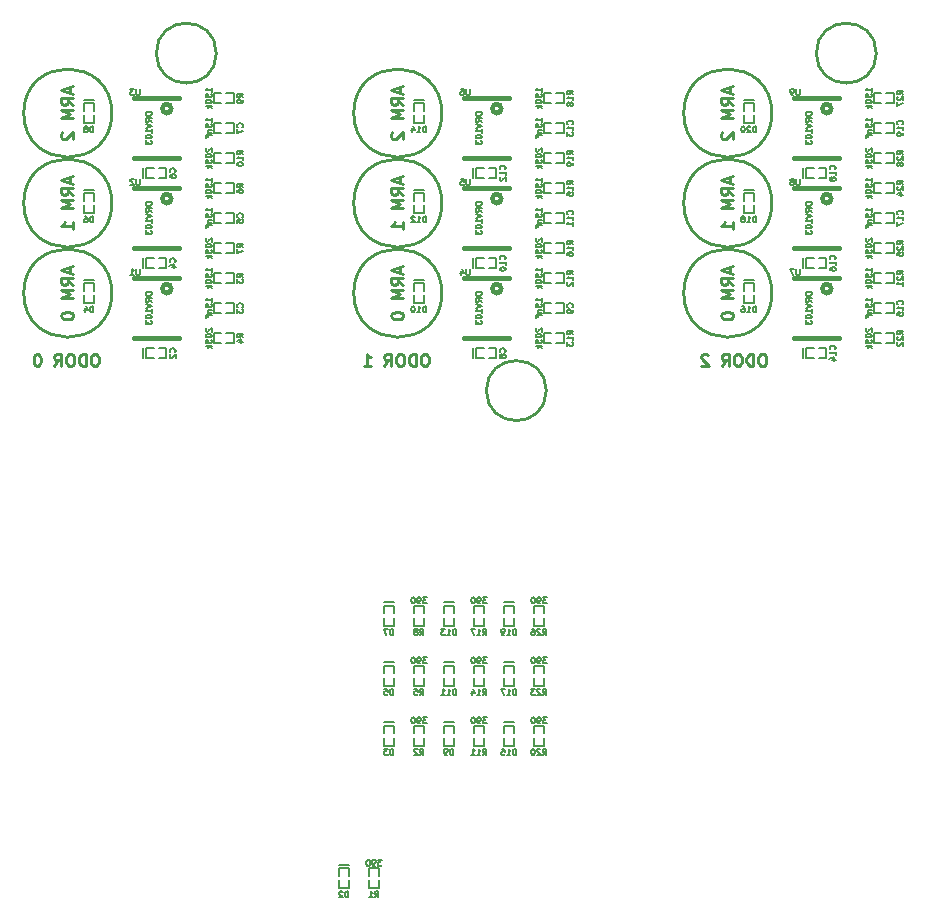
<source format=gbo>
%TF.GenerationSoftware,KiCad,Pcbnew,5.1.8-db9833491~87~ubuntu20.04.1*%
%TF.CreationDate,2020-11-19T10:17:09-05:00*%
%TF.ProjectId,y_arena_odor_controller,795f6172-656e-4615-9f6f-646f725f636f,1.3*%
%TF.SameCoordinates,Original*%
%TF.FileFunction,Legend,Bot*%
%TF.FilePolarity,Positive*%
%FSLAX46Y46*%
G04 Gerber Fmt 4.6, Leading zero omitted, Abs format (unit mm)*
G04 Created by KiCad (PCBNEW 5.1.8-db9833491~87~ubuntu20.04.1) date 2020-11-19 10:17:09*
%MOMM*%
%LPD*%
G01*
G04 APERTURE LIST*
%ADD10C,0.254000*%
%ADD11C,0.279400*%
%ADD12C,0.381000*%
%ADD13C,0.177800*%
%ADD14C,0.228600*%
%ADD15C,0.127000*%
%ADD16C,2.286000*%
%ADD17O,2.540000X2.184400*%
%ADD18R,2.540000X2.184400*%
%ADD19C,3.000000*%
%ADD20R,1.549400X0.599440*%
%ADD21R,0.700000X0.600000*%
%ADD22R,0.600000X0.700000*%
%ADD23C,3.556000*%
G04 APERTURE END LIST*
D10*
X110786333Y-59393666D02*
X110786333Y-59877476D01*
X111076619Y-59296904D02*
X110060619Y-59635571D01*
X111076619Y-59974238D01*
X111076619Y-60893476D02*
X110592809Y-60554809D01*
X111076619Y-60312904D02*
X110060619Y-60312904D01*
X110060619Y-60699952D01*
X110109000Y-60796714D01*
X110157380Y-60845095D01*
X110254142Y-60893476D01*
X110399285Y-60893476D01*
X110496047Y-60845095D01*
X110544428Y-60796714D01*
X110592809Y-60699952D01*
X110592809Y-60312904D01*
X111076619Y-61328904D02*
X110060619Y-61328904D01*
X110786333Y-61667571D01*
X110060619Y-62006238D01*
X111076619Y-62006238D01*
X110157380Y-63215761D02*
X110109000Y-63264142D01*
X110060619Y-63360904D01*
X110060619Y-63602809D01*
X110109000Y-63699571D01*
X110157380Y-63747952D01*
X110254142Y-63796333D01*
X110350904Y-63796333D01*
X110496047Y-63747952D01*
X111076619Y-63167380D01*
X111076619Y-63796333D01*
X82846333Y-59393666D02*
X82846333Y-59877476D01*
X83136619Y-59296904D02*
X82120619Y-59635571D01*
X83136619Y-59974238D01*
X83136619Y-60893476D02*
X82652809Y-60554809D01*
X83136619Y-60312904D02*
X82120619Y-60312904D01*
X82120619Y-60699952D01*
X82169000Y-60796714D01*
X82217380Y-60845095D01*
X82314142Y-60893476D01*
X82459285Y-60893476D01*
X82556047Y-60845095D01*
X82604428Y-60796714D01*
X82652809Y-60699952D01*
X82652809Y-60312904D01*
X83136619Y-61328904D02*
X82120619Y-61328904D01*
X82846333Y-61667571D01*
X82120619Y-62006238D01*
X83136619Y-62006238D01*
X82217380Y-63215761D02*
X82169000Y-63264142D01*
X82120619Y-63360904D01*
X82120619Y-63602809D01*
X82169000Y-63699571D01*
X82217380Y-63747952D01*
X82314142Y-63796333D01*
X82410904Y-63796333D01*
X82556047Y-63747952D01*
X83136619Y-63167380D01*
X83136619Y-63796333D01*
X54906333Y-59393666D02*
X54906333Y-59877476D01*
X55196619Y-59296904D02*
X54180619Y-59635571D01*
X55196619Y-59974238D01*
X55196619Y-60893476D02*
X54712809Y-60554809D01*
X55196619Y-60312904D02*
X54180619Y-60312904D01*
X54180619Y-60699952D01*
X54229000Y-60796714D01*
X54277380Y-60845095D01*
X54374142Y-60893476D01*
X54519285Y-60893476D01*
X54616047Y-60845095D01*
X54664428Y-60796714D01*
X54712809Y-60699952D01*
X54712809Y-60312904D01*
X55196619Y-61328904D02*
X54180619Y-61328904D01*
X54906333Y-61667571D01*
X54180619Y-62006238D01*
X55196619Y-62006238D01*
X54277380Y-63215761D02*
X54229000Y-63264142D01*
X54180619Y-63360904D01*
X54180619Y-63602809D01*
X54229000Y-63699571D01*
X54277380Y-63747952D01*
X54374142Y-63796333D01*
X54470904Y-63796333D01*
X54616047Y-63747952D01*
X55196619Y-63167380D01*
X55196619Y-63796333D01*
X110786333Y-67013666D02*
X110786333Y-67497476D01*
X111076619Y-66916904D02*
X110060619Y-67255571D01*
X111076619Y-67594238D01*
X111076619Y-68513476D02*
X110592809Y-68174809D01*
X111076619Y-67932904D02*
X110060619Y-67932904D01*
X110060619Y-68319952D01*
X110109000Y-68416714D01*
X110157380Y-68465095D01*
X110254142Y-68513476D01*
X110399285Y-68513476D01*
X110496047Y-68465095D01*
X110544428Y-68416714D01*
X110592809Y-68319952D01*
X110592809Y-67932904D01*
X111076619Y-68948904D02*
X110060619Y-68948904D01*
X110786333Y-69287571D01*
X110060619Y-69626238D01*
X111076619Y-69626238D01*
X111076619Y-71416333D02*
X111076619Y-70835761D01*
X111076619Y-71126047D02*
X110060619Y-71126047D01*
X110205761Y-71029285D01*
X110302523Y-70932523D01*
X110350904Y-70835761D01*
X82846333Y-67013666D02*
X82846333Y-67497476D01*
X83136619Y-66916904D02*
X82120619Y-67255571D01*
X83136619Y-67594238D01*
X83136619Y-68513476D02*
X82652809Y-68174809D01*
X83136619Y-67932904D02*
X82120619Y-67932904D01*
X82120619Y-68319952D01*
X82169000Y-68416714D01*
X82217380Y-68465095D01*
X82314142Y-68513476D01*
X82459285Y-68513476D01*
X82556047Y-68465095D01*
X82604428Y-68416714D01*
X82652809Y-68319952D01*
X82652809Y-67932904D01*
X83136619Y-68948904D02*
X82120619Y-68948904D01*
X82846333Y-69287571D01*
X82120619Y-69626238D01*
X83136619Y-69626238D01*
X83136619Y-71416333D02*
X83136619Y-70835761D01*
X83136619Y-71126047D02*
X82120619Y-71126047D01*
X82265761Y-71029285D01*
X82362523Y-70932523D01*
X82410904Y-70835761D01*
X54906333Y-67013666D02*
X54906333Y-67497476D01*
X55196619Y-66916904D02*
X54180619Y-67255571D01*
X55196619Y-67594238D01*
X55196619Y-68513476D02*
X54712809Y-68174809D01*
X55196619Y-67932904D02*
X54180619Y-67932904D01*
X54180619Y-68319952D01*
X54229000Y-68416714D01*
X54277380Y-68465095D01*
X54374142Y-68513476D01*
X54519285Y-68513476D01*
X54616047Y-68465095D01*
X54664428Y-68416714D01*
X54712809Y-68319952D01*
X54712809Y-67932904D01*
X55196619Y-68948904D02*
X54180619Y-68948904D01*
X54906333Y-69287571D01*
X54180619Y-69626238D01*
X55196619Y-69626238D01*
X55196619Y-71416333D02*
X55196619Y-70835761D01*
X55196619Y-71126047D02*
X54180619Y-71126047D01*
X54325761Y-71029285D01*
X54422523Y-70932523D01*
X54470904Y-70835761D01*
X110786333Y-74633666D02*
X110786333Y-75117476D01*
X111076619Y-74536904D02*
X110060619Y-74875571D01*
X111076619Y-75214238D01*
X111076619Y-76133476D02*
X110592809Y-75794809D01*
X111076619Y-75552904D02*
X110060619Y-75552904D01*
X110060619Y-75939952D01*
X110109000Y-76036714D01*
X110157380Y-76085095D01*
X110254142Y-76133476D01*
X110399285Y-76133476D01*
X110496047Y-76085095D01*
X110544428Y-76036714D01*
X110592809Y-75939952D01*
X110592809Y-75552904D01*
X111076619Y-76568904D02*
X110060619Y-76568904D01*
X110786333Y-76907571D01*
X110060619Y-77246238D01*
X111076619Y-77246238D01*
X110060619Y-78697666D02*
X110060619Y-78794428D01*
X110109000Y-78891190D01*
X110157380Y-78939571D01*
X110254142Y-78987952D01*
X110447666Y-79036333D01*
X110689571Y-79036333D01*
X110883095Y-78987952D01*
X110979857Y-78939571D01*
X111028238Y-78891190D01*
X111076619Y-78794428D01*
X111076619Y-78697666D01*
X111028238Y-78600904D01*
X110979857Y-78552523D01*
X110883095Y-78504142D01*
X110689571Y-78455761D01*
X110447666Y-78455761D01*
X110254142Y-78504142D01*
X110157380Y-78552523D01*
X110109000Y-78600904D01*
X110060619Y-78697666D01*
X82846333Y-74633666D02*
X82846333Y-75117476D01*
X83136619Y-74536904D02*
X82120619Y-74875571D01*
X83136619Y-75214238D01*
X83136619Y-76133476D02*
X82652809Y-75794809D01*
X83136619Y-75552904D02*
X82120619Y-75552904D01*
X82120619Y-75939952D01*
X82169000Y-76036714D01*
X82217380Y-76085095D01*
X82314142Y-76133476D01*
X82459285Y-76133476D01*
X82556047Y-76085095D01*
X82604428Y-76036714D01*
X82652809Y-75939952D01*
X82652809Y-75552904D01*
X83136619Y-76568904D02*
X82120619Y-76568904D01*
X82846333Y-76907571D01*
X82120619Y-77246238D01*
X83136619Y-77246238D01*
X82120619Y-78697666D02*
X82120619Y-78794428D01*
X82169000Y-78891190D01*
X82217380Y-78939571D01*
X82314142Y-78987952D01*
X82507666Y-79036333D01*
X82749571Y-79036333D01*
X82943095Y-78987952D01*
X83039857Y-78939571D01*
X83088238Y-78891190D01*
X83136619Y-78794428D01*
X83136619Y-78697666D01*
X83088238Y-78600904D01*
X83039857Y-78552523D01*
X82943095Y-78504142D01*
X82749571Y-78455761D01*
X82507666Y-78455761D01*
X82314142Y-78504142D01*
X82217380Y-78552523D01*
X82169000Y-78600904D01*
X82120619Y-78697666D01*
X54906333Y-74633666D02*
X54906333Y-75117476D01*
X55196619Y-74536904D02*
X54180619Y-74875571D01*
X55196619Y-75214238D01*
X55196619Y-76133476D02*
X54712809Y-75794809D01*
X55196619Y-75552904D02*
X54180619Y-75552904D01*
X54180619Y-75939952D01*
X54229000Y-76036714D01*
X54277380Y-76085095D01*
X54374142Y-76133476D01*
X54519285Y-76133476D01*
X54616047Y-76085095D01*
X54664428Y-76036714D01*
X54712809Y-75939952D01*
X54712809Y-75552904D01*
X55196619Y-76568904D02*
X54180619Y-76568904D01*
X54906333Y-76907571D01*
X54180619Y-77246238D01*
X55196619Y-77246238D01*
X54180619Y-78697666D02*
X54180619Y-78794428D01*
X54229000Y-78891190D01*
X54277380Y-78939571D01*
X54374142Y-78987952D01*
X54567666Y-79036333D01*
X54809571Y-79036333D01*
X55003095Y-78987952D01*
X55099857Y-78939571D01*
X55148238Y-78891190D01*
X55196619Y-78794428D01*
X55196619Y-78697666D01*
X55148238Y-78600904D01*
X55099857Y-78552523D01*
X55003095Y-78504142D01*
X54809571Y-78455761D01*
X54567666Y-78455761D01*
X54374142Y-78504142D01*
X54277380Y-78552523D01*
X54229000Y-78600904D01*
X54180619Y-78697666D01*
X113640809Y-81993619D02*
X113447285Y-81993619D01*
X113350523Y-82042000D01*
X113253761Y-82138761D01*
X113205380Y-82332285D01*
X113205380Y-82670952D01*
X113253761Y-82864476D01*
X113350523Y-82961238D01*
X113447285Y-83009619D01*
X113640809Y-83009619D01*
X113737571Y-82961238D01*
X113834333Y-82864476D01*
X113882714Y-82670952D01*
X113882714Y-82332285D01*
X113834333Y-82138761D01*
X113737571Y-82042000D01*
X113640809Y-81993619D01*
X112769952Y-83009619D02*
X112769952Y-81993619D01*
X112528047Y-81993619D01*
X112382904Y-82042000D01*
X112286142Y-82138761D01*
X112237761Y-82235523D01*
X112189380Y-82429047D01*
X112189380Y-82574190D01*
X112237761Y-82767714D01*
X112286142Y-82864476D01*
X112382904Y-82961238D01*
X112528047Y-83009619D01*
X112769952Y-83009619D01*
X111560428Y-81993619D02*
X111366904Y-81993619D01*
X111270142Y-82042000D01*
X111173380Y-82138761D01*
X111125000Y-82332285D01*
X111125000Y-82670952D01*
X111173380Y-82864476D01*
X111270142Y-82961238D01*
X111366904Y-83009619D01*
X111560428Y-83009619D01*
X111657190Y-82961238D01*
X111753952Y-82864476D01*
X111802333Y-82670952D01*
X111802333Y-82332285D01*
X111753952Y-82138761D01*
X111657190Y-82042000D01*
X111560428Y-81993619D01*
X110109000Y-83009619D02*
X110447666Y-82525809D01*
X110689571Y-83009619D02*
X110689571Y-81993619D01*
X110302523Y-81993619D01*
X110205761Y-82042000D01*
X110157380Y-82090380D01*
X110109000Y-82187142D01*
X110109000Y-82332285D01*
X110157380Y-82429047D01*
X110205761Y-82477428D01*
X110302523Y-82525809D01*
X110689571Y-82525809D01*
X108947857Y-82090380D02*
X108899476Y-82042000D01*
X108802714Y-81993619D01*
X108560809Y-81993619D01*
X108464047Y-82042000D01*
X108415666Y-82090380D01*
X108367285Y-82187142D01*
X108367285Y-82283904D01*
X108415666Y-82429047D01*
X108996238Y-83009619D01*
X108367285Y-83009619D01*
X85065809Y-81993619D02*
X84872285Y-81993619D01*
X84775523Y-82042000D01*
X84678761Y-82138761D01*
X84630380Y-82332285D01*
X84630380Y-82670952D01*
X84678761Y-82864476D01*
X84775523Y-82961238D01*
X84872285Y-83009619D01*
X85065809Y-83009619D01*
X85162571Y-82961238D01*
X85259333Y-82864476D01*
X85307714Y-82670952D01*
X85307714Y-82332285D01*
X85259333Y-82138761D01*
X85162571Y-82042000D01*
X85065809Y-81993619D01*
X84194952Y-83009619D02*
X84194952Y-81993619D01*
X83953047Y-81993619D01*
X83807904Y-82042000D01*
X83711142Y-82138761D01*
X83662761Y-82235523D01*
X83614380Y-82429047D01*
X83614380Y-82574190D01*
X83662761Y-82767714D01*
X83711142Y-82864476D01*
X83807904Y-82961238D01*
X83953047Y-83009619D01*
X84194952Y-83009619D01*
X82985428Y-81993619D02*
X82791904Y-81993619D01*
X82695142Y-82042000D01*
X82598380Y-82138761D01*
X82550000Y-82332285D01*
X82550000Y-82670952D01*
X82598380Y-82864476D01*
X82695142Y-82961238D01*
X82791904Y-83009619D01*
X82985428Y-83009619D01*
X83082190Y-82961238D01*
X83178952Y-82864476D01*
X83227333Y-82670952D01*
X83227333Y-82332285D01*
X83178952Y-82138761D01*
X83082190Y-82042000D01*
X82985428Y-81993619D01*
X81534000Y-83009619D02*
X81872666Y-82525809D01*
X82114571Y-83009619D02*
X82114571Y-81993619D01*
X81727523Y-81993619D01*
X81630761Y-82042000D01*
X81582380Y-82090380D01*
X81534000Y-82187142D01*
X81534000Y-82332285D01*
X81582380Y-82429047D01*
X81630761Y-82477428D01*
X81727523Y-82525809D01*
X82114571Y-82525809D01*
X79792285Y-83009619D02*
X80372857Y-83009619D01*
X80082571Y-83009619D02*
X80082571Y-81993619D01*
X80179333Y-82138761D01*
X80276095Y-82235523D01*
X80372857Y-82283904D01*
X57125809Y-81993619D02*
X56932285Y-81993619D01*
X56835523Y-82042000D01*
X56738761Y-82138761D01*
X56690380Y-82332285D01*
X56690380Y-82670952D01*
X56738761Y-82864476D01*
X56835523Y-82961238D01*
X56932285Y-83009619D01*
X57125809Y-83009619D01*
X57222571Y-82961238D01*
X57319333Y-82864476D01*
X57367714Y-82670952D01*
X57367714Y-82332285D01*
X57319333Y-82138761D01*
X57222571Y-82042000D01*
X57125809Y-81993619D01*
X56254952Y-83009619D02*
X56254952Y-81993619D01*
X56013047Y-81993619D01*
X55867904Y-82042000D01*
X55771142Y-82138761D01*
X55722761Y-82235523D01*
X55674380Y-82429047D01*
X55674380Y-82574190D01*
X55722761Y-82767714D01*
X55771142Y-82864476D01*
X55867904Y-82961238D01*
X56013047Y-83009619D01*
X56254952Y-83009619D01*
X55045428Y-81993619D02*
X54851904Y-81993619D01*
X54755142Y-82042000D01*
X54658380Y-82138761D01*
X54610000Y-82332285D01*
X54610000Y-82670952D01*
X54658380Y-82864476D01*
X54755142Y-82961238D01*
X54851904Y-83009619D01*
X55045428Y-83009619D01*
X55142190Y-82961238D01*
X55238952Y-82864476D01*
X55287333Y-82670952D01*
X55287333Y-82332285D01*
X55238952Y-82138761D01*
X55142190Y-82042000D01*
X55045428Y-81993619D01*
X53594000Y-83009619D02*
X53932666Y-82525809D01*
X54174571Y-83009619D02*
X54174571Y-81993619D01*
X53787523Y-81993619D01*
X53690761Y-82042000D01*
X53642380Y-82090380D01*
X53594000Y-82187142D01*
X53594000Y-82332285D01*
X53642380Y-82429047D01*
X53690761Y-82477428D01*
X53787523Y-82525809D01*
X54174571Y-82525809D01*
X52190952Y-81993619D02*
X52094190Y-81993619D01*
X51997428Y-82042000D01*
X51949047Y-82090380D01*
X51900666Y-82187142D01*
X51852285Y-82380666D01*
X51852285Y-82622571D01*
X51900666Y-82816095D01*
X51949047Y-82912857D01*
X51997428Y-82961238D01*
X52094190Y-83009619D01*
X52190952Y-83009619D01*
X52287714Y-82961238D01*
X52336095Y-82912857D01*
X52384476Y-82816095D01*
X52432857Y-82622571D01*
X52432857Y-82380666D01*
X52384476Y-82187142D01*
X52336095Y-82090380D01*
X52287714Y-82042000D01*
X52190952Y-81993619D01*
D11*
%TO.C,S1*%
X58470800Y-76835000D02*
G75*
G03*
X58470800Y-76835000I-3733800J0D01*
G01*
%TO.C,S2*%
X58470800Y-69215000D02*
G75*
G03*
X58470800Y-69215000I-3733800J0D01*
G01*
%TO.C,S3*%
X58470800Y-61595000D02*
G75*
G03*
X58470800Y-61595000I-3733800J0D01*
G01*
%TO.C,S4*%
X86410800Y-76835000D02*
G75*
G03*
X86410800Y-76835000I-3733800J0D01*
G01*
%TO.C,S5*%
X86410800Y-69215000D02*
G75*
G03*
X86410800Y-69215000I-3733800J0D01*
G01*
%TO.C,S6*%
X86410800Y-61595000D02*
G75*
G03*
X86410800Y-61595000I-3733800J0D01*
G01*
%TO.C,S7*%
X114350800Y-76835000D02*
G75*
G03*
X114350800Y-76835000I-3733800J0D01*
G01*
%TO.C,S8*%
X114350800Y-69215000D02*
G75*
G03*
X114350800Y-69215000I-3733800J0D01*
G01*
%TO.C,S9*%
X114350800Y-61595000D02*
G75*
G03*
X114350800Y-61595000I-3733800J0D01*
G01*
D12*
%TO.C,U1*%
X63500000Y-76454000D02*
G75*
G03*
X63500000Y-76454000I-381000J0D01*
G01*
X60325000Y-75565000D02*
X64135000Y-75565000D01*
X60325000Y-80645000D02*
X64135000Y-80645000D01*
%TO.C,U2*%
X63500000Y-68834000D02*
G75*
G03*
X63500000Y-68834000I-381000J0D01*
G01*
X60325000Y-67945000D02*
X64135000Y-67945000D01*
X60325000Y-73025000D02*
X64135000Y-73025000D01*
%TO.C,U3*%
X63500000Y-61214000D02*
G75*
G03*
X63500000Y-61214000I-381000J0D01*
G01*
X60325000Y-60325000D02*
X64135000Y-60325000D01*
X60325000Y-65405000D02*
X64135000Y-65405000D01*
%TO.C,U4*%
X91440000Y-76454000D02*
G75*
G03*
X91440000Y-76454000I-381000J0D01*
G01*
X88265000Y-75565000D02*
X92075000Y-75565000D01*
X88265000Y-80645000D02*
X92075000Y-80645000D01*
%TO.C,U5*%
X91440000Y-68834000D02*
G75*
G03*
X91440000Y-68834000I-381000J0D01*
G01*
X88265000Y-67945000D02*
X92075000Y-67945000D01*
X88265000Y-73025000D02*
X92075000Y-73025000D01*
%TO.C,U6*%
X91440000Y-61214000D02*
G75*
G03*
X91440000Y-61214000I-381000J0D01*
G01*
X88265000Y-60325000D02*
X92075000Y-60325000D01*
X88265000Y-65405000D02*
X92075000Y-65405000D01*
%TO.C,U7*%
X119380000Y-76454000D02*
G75*
G03*
X119380000Y-76454000I-381000J0D01*
G01*
X116205000Y-75565000D02*
X120015000Y-75565000D01*
X116205000Y-80645000D02*
X120015000Y-80645000D01*
%TO.C,U8*%
X119380000Y-68834000D02*
G75*
G03*
X119380000Y-68834000I-381000J0D01*
G01*
X116205000Y-67945000D02*
X120015000Y-67945000D01*
X116205000Y-73025000D02*
X120015000Y-73025000D01*
%TO.C,U9*%
X119380000Y-61214000D02*
G75*
G03*
X119380000Y-61214000I-381000J0D01*
G01*
X116205000Y-60325000D02*
X120015000Y-60325000D01*
X116205000Y-65405000D02*
X120015000Y-65405000D01*
D13*
%TO.C,D3*%
X82315000Y-115150000D02*
X82315000Y-114500000D01*
X81515000Y-115150000D02*
X82315000Y-115150000D01*
X81515000Y-114500000D02*
X81515000Y-115150000D01*
X82315000Y-113450000D02*
X82315000Y-114100000D01*
X81515000Y-113450000D02*
X82315000Y-113450000D01*
X81515000Y-114100000D02*
X81515000Y-113450000D01*
X81515000Y-113157000D02*
X82315000Y-113157000D01*
%TO.C,D4*%
X56915000Y-77685000D02*
X56915000Y-77035000D01*
X56115000Y-77685000D02*
X56915000Y-77685000D01*
X56115000Y-77035000D02*
X56115000Y-77685000D01*
X56915000Y-75985000D02*
X56915000Y-76635000D01*
X56115000Y-75985000D02*
X56915000Y-75985000D01*
X56115000Y-76635000D02*
X56115000Y-75985000D01*
X56115000Y-75692000D02*
X56915000Y-75692000D01*
%TO.C,D5*%
X82315000Y-110070000D02*
X82315000Y-109420000D01*
X81515000Y-110070000D02*
X82315000Y-110070000D01*
X81515000Y-109420000D02*
X81515000Y-110070000D01*
X82315000Y-108370000D02*
X82315000Y-109020000D01*
X81515000Y-108370000D02*
X82315000Y-108370000D01*
X81515000Y-109020000D02*
X81515000Y-108370000D01*
X81515000Y-108077000D02*
X82315000Y-108077000D01*
%TO.C,D6*%
X56915000Y-70065000D02*
X56915000Y-69415000D01*
X56115000Y-70065000D02*
X56915000Y-70065000D01*
X56115000Y-69415000D02*
X56115000Y-70065000D01*
X56915000Y-68365000D02*
X56915000Y-69015000D01*
X56115000Y-68365000D02*
X56915000Y-68365000D01*
X56115000Y-69015000D02*
X56115000Y-68365000D01*
X56115000Y-68072000D02*
X56915000Y-68072000D01*
%TO.C,D7*%
X82315000Y-104990000D02*
X82315000Y-104340000D01*
X81515000Y-104990000D02*
X82315000Y-104990000D01*
X81515000Y-104340000D02*
X81515000Y-104990000D01*
X82315000Y-103290000D02*
X82315000Y-103940000D01*
X81515000Y-103290000D02*
X82315000Y-103290000D01*
X81515000Y-103940000D02*
X81515000Y-103290000D01*
X81515000Y-102997000D02*
X82315000Y-102997000D01*
%TO.C,D8*%
X56915000Y-62445000D02*
X56915000Y-61795000D01*
X56115000Y-62445000D02*
X56915000Y-62445000D01*
X56115000Y-61795000D02*
X56115000Y-62445000D01*
X56915000Y-60745000D02*
X56915000Y-61395000D01*
X56115000Y-60745000D02*
X56915000Y-60745000D01*
X56115000Y-61395000D02*
X56115000Y-60745000D01*
X56115000Y-60452000D02*
X56915000Y-60452000D01*
%TO.C,D9*%
X87395000Y-115150000D02*
X87395000Y-114500000D01*
X86595000Y-115150000D02*
X87395000Y-115150000D01*
X86595000Y-114500000D02*
X86595000Y-115150000D01*
X87395000Y-113450000D02*
X87395000Y-114100000D01*
X86595000Y-113450000D02*
X87395000Y-113450000D01*
X86595000Y-114100000D02*
X86595000Y-113450000D01*
X86595000Y-113157000D02*
X87395000Y-113157000D01*
%TO.C,D10*%
X84855000Y-77685000D02*
X84855000Y-77035000D01*
X84055000Y-77685000D02*
X84855000Y-77685000D01*
X84055000Y-77035000D02*
X84055000Y-77685000D01*
X84855000Y-75985000D02*
X84855000Y-76635000D01*
X84055000Y-75985000D02*
X84855000Y-75985000D01*
X84055000Y-76635000D02*
X84055000Y-75985000D01*
X84055000Y-75692000D02*
X84855000Y-75692000D01*
%TO.C,D11*%
X87395000Y-110070000D02*
X87395000Y-109420000D01*
X86595000Y-110070000D02*
X87395000Y-110070000D01*
X86595000Y-109420000D02*
X86595000Y-110070000D01*
X87395000Y-108370000D02*
X87395000Y-109020000D01*
X86595000Y-108370000D02*
X87395000Y-108370000D01*
X86595000Y-109020000D02*
X86595000Y-108370000D01*
X86595000Y-108077000D02*
X87395000Y-108077000D01*
%TO.C,D12*%
X84855000Y-70065000D02*
X84855000Y-69415000D01*
X84055000Y-70065000D02*
X84855000Y-70065000D01*
X84055000Y-69415000D02*
X84055000Y-70065000D01*
X84855000Y-68365000D02*
X84855000Y-69015000D01*
X84055000Y-68365000D02*
X84855000Y-68365000D01*
X84055000Y-69015000D02*
X84055000Y-68365000D01*
X84055000Y-68072000D02*
X84855000Y-68072000D01*
%TO.C,D13*%
X87395000Y-104990000D02*
X87395000Y-104340000D01*
X86595000Y-104990000D02*
X87395000Y-104990000D01*
X86595000Y-104340000D02*
X86595000Y-104990000D01*
X87395000Y-103290000D02*
X87395000Y-103940000D01*
X86595000Y-103290000D02*
X87395000Y-103290000D01*
X86595000Y-103940000D02*
X86595000Y-103290000D01*
X86595000Y-102997000D02*
X87395000Y-102997000D01*
%TO.C,D14*%
X84855000Y-62445000D02*
X84855000Y-61795000D01*
X84055000Y-62445000D02*
X84855000Y-62445000D01*
X84055000Y-61795000D02*
X84055000Y-62445000D01*
X84855000Y-60745000D02*
X84855000Y-61395000D01*
X84055000Y-60745000D02*
X84855000Y-60745000D01*
X84055000Y-61395000D02*
X84055000Y-60745000D01*
X84055000Y-60452000D02*
X84855000Y-60452000D01*
%TO.C,D15*%
X92475000Y-115150000D02*
X92475000Y-114500000D01*
X91675000Y-115150000D02*
X92475000Y-115150000D01*
X91675000Y-114500000D02*
X91675000Y-115150000D01*
X92475000Y-113450000D02*
X92475000Y-114100000D01*
X91675000Y-113450000D02*
X92475000Y-113450000D01*
X91675000Y-114100000D02*
X91675000Y-113450000D01*
X91675000Y-113157000D02*
X92475000Y-113157000D01*
%TO.C,D16*%
X112795000Y-77685000D02*
X112795000Y-77035000D01*
X111995000Y-77685000D02*
X112795000Y-77685000D01*
X111995000Y-77035000D02*
X111995000Y-77685000D01*
X112795000Y-75985000D02*
X112795000Y-76635000D01*
X111995000Y-75985000D02*
X112795000Y-75985000D01*
X111995000Y-76635000D02*
X111995000Y-75985000D01*
X111995000Y-75692000D02*
X112795000Y-75692000D01*
%TO.C,D17*%
X92475000Y-110070000D02*
X92475000Y-109420000D01*
X91675000Y-110070000D02*
X92475000Y-110070000D01*
X91675000Y-109420000D02*
X91675000Y-110070000D01*
X92475000Y-108370000D02*
X92475000Y-109020000D01*
X91675000Y-108370000D02*
X92475000Y-108370000D01*
X91675000Y-109020000D02*
X91675000Y-108370000D01*
X91675000Y-108077000D02*
X92475000Y-108077000D01*
%TO.C,D18*%
X112795000Y-70065000D02*
X112795000Y-69415000D01*
X111995000Y-70065000D02*
X112795000Y-70065000D01*
X111995000Y-69415000D02*
X111995000Y-70065000D01*
X112795000Y-68365000D02*
X112795000Y-69015000D01*
X111995000Y-68365000D02*
X112795000Y-68365000D01*
X111995000Y-69015000D02*
X111995000Y-68365000D01*
X111995000Y-68072000D02*
X112795000Y-68072000D01*
%TO.C,D19*%
X92475000Y-104990000D02*
X92475000Y-104340000D01*
X91675000Y-104990000D02*
X92475000Y-104990000D01*
X91675000Y-104340000D02*
X91675000Y-104990000D01*
X92475000Y-103290000D02*
X92475000Y-103940000D01*
X91675000Y-103290000D02*
X92475000Y-103290000D01*
X91675000Y-103940000D02*
X91675000Y-103290000D01*
X91675000Y-102997000D02*
X92475000Y-102997000D01*
%TO.C,D20*%
X112795000Y-62445000D02*
X112795000Y-61795000D01*
X111995000Y-62445000D02*
X112795000Y-62445000D01*
X111995000Y-61795000D02*
X111995000Y-62445000D01*
X112795000Y-60745000D02*
X112795000Y-61395000D01*
X111995000Y-60745000D02*
X112795000Y-60745000D01*
X111995000Y-61395000D02*
X111995000Y-60745000D01*
X111995000Y-60452000D02*
X112795000Y-60452000D01*
%TO.C,C2*%
X63080000Y-81515000D02*
X62430000Y-81515000D01*
X63080000Y-82315000D02*
X63080000Y-81515000D01*
X62430000Y-82315000D02*
X63080000Y-82315000D01*
X61380000Y-81515000D02*
X62030000Y-81515000D01*
X61380000Y-82315000D02*
X61380000Y-81515000D01*
X62030000Y-82315000D02*
X61380000Y-82315000D01*
X61087000Y-82315000D02*
X61087000Y-81515000D01*
%TO.C,C4*%
X63080000Y-73895000D02*
X62430000Y-73895000D01*
X63080000Y-74695000D02*
X63080000Y-73895000D01*
X62430000Y-74695000D02*
X63080000Y-74695000D01*
X61380000Y-73895000D02*
X62030000Y-73895000D01*
X61380000Y-74695000D02*
X61380000Y-73895000D01*
X62030000Y-74695000D02*
X61380000Y-74695000D01*
X61087000Y-74695000D02*
X61087000Y-73895000D01*
%TO.C,C6*%
X63080000Y-66275000D02*
X62430000Y-66275000D01*
X63080000Y-67075000D02*
X63080000Y-66275000D01*
X62430000Y-67075000D02*
X63080000Y-67075000D01*
X61380000Y-66275000D02*
X62030000Y-66275000D01*
X61380000Y-67075000D02*
X61380000Y-66275000D01*
X62030000Y-67075000D02*
X61380000Y-67075000D01*
X61087000Y-67075000D02*
X61087000Y-66275000D01*
%TO.C,C8*%
X91020000Y-81515000D02*
X90370000Y-81515000D01*
X91020000Y-82315000D02*
X91020000Y-81515000D01*
X90370000Y-82315000D02*
X91020000Y-82315000D01*
X89320000Y-81515000D02*
X89970000Y-81515000D01*
X89320000Y-82315000D02*
X89320000Y-81515000D01*
X89970000Y-82315000D02*
X89320000Y-82315000D01*
X89027000Y-82315000D02*
X89027000Y-81515000D01*
%TO.C,C10*%
X91020000Y-73895000D02*
X90370000Y-73895000D01*
X91020000Y-74695000D02*
X91020000Y-73895000D01*
X90370000Y-74695000D02*
X91020000Y-74695000D01*
X89320000Y-73895000D02*
X89970000Y-73895000D01*
X89320000Y-74695000D02*
X89320000Y-73895000D01*
X89970000Y-74695000D02*
X89320000Y-74695000D01*
X89027000Y-74695000D02*
X89027000Y-73895000D01*
%TO.C,C12*%
X91020000Y-66275000D02*
X90370000Y-66275000D01*
X91020000Y-67075000D02*
X91020000Y-66275000D01*
X90370000Y-67075000D02*
X91020000Y-67075000D01*
X89320000Y-66275000D02*
X89970000Y-66275000D01*
X89320000Y-67075000D02*
X89320000Y-66275000D01*
X89970000Y-67075000D02*
X89320000Y-67075000D01*
X89027000Y-67075000D02*
X89027000Y-66275000D01*
%TO.C,C14*%
X118960000Y-81515000D02*
X118310000Y-81515000D01*
X118960000Y-82315000D02*
X118960000Y-81515000D01*
X118310000Y-82315000D02*
X118960000Y-82315000D01*
X117260000Y-81515000D02*
X117910000Y-81515000D01*
X117260000Y-82315000D02*
X117260000Y-81515000D01*
X117910000Y-82315000D02*
X117260000Y-82315000D01*
X116967000Y-82315000D02*
X116967000Y-81515000D01*
%TO.C,C16*%
X118960000Y-73895000D02*
X118310000Y-73895000D01*
X118960000Y-74695000D02*
X118960000Y-73895000D01*
X118310000Y-74695000D02*
X118960000Y-74695000D01*
X117260000Y-73895000D02*
X117910000Y-73895000D01*
X117260000Y-74695000D02*
X117260000Y-73895000D01*
X117910000Y-74695000D02*
X117260000Y-74695000D01*
X116967000Y-74695000D02*
X116967000Y-73895000D01*
%TO.C,C18*%
X118960000Y-66275000D02*
X118310000Y-66275000D01*
X118960000Y-67075000D02*
X118960000Y-66275000D01*
X118310000Y-67075000D02*
X118960000Y-67075000D01*
X117260000Y-66275000D02*
X117910000Y-66275000D01*
X117260000Y-67075000D02*
X117260000Y-66275000D01*
X117910000Y-67075000D02*
X117260000Y-67075000D01*
X116967000Y-67075000D02*
X116967000Y-66275000D01*
%TO.C,C3*%
X67745000Y-78505000D02*
X67095000Y-78505000D01*
X67095000Y-78505000D02*
X67095000Y-77705000D01*
X67095000Y-77705000D02*
X67745000Y-77705000D01*
X68145000Y-78505000D02*
X68795000Y-78505000D01*
X68795000Y-78505000D02*
X68795000Y-77705000D01*
X68795000Y-77705000D02*
X68145000Y-77705000D01*
%TO.C,C5*%
X67745000Y-70885000D02*
X67095000Y-70885000D01*
X67095000Y-70885000D02*
X67095000Y-70085000D01*
X67095000Y-70085000D02*
X67745000Y-70085000D01*
X68145000Y-70885000D02*
X68795000Y-70885000D01*
X68795000Y-70885000D02*
X68795000Y-70085000D01*
X68795000Y-70085000D02*
X68145000Y-70085000D01*
%TO.C,C7*%
X67745000Y-63265000D02*
X67095000Y-63265000D01*
X67095000Y-63265000D02*
X67095000Y-62465000D01*
X67095000Y-62465000D02*
X67745000Y-62465000D01*
X68145000Y-63265000D02*
X68795000Y-63265000D01*
X68795000Y-63265000D02*
X68795000Y-62465000D01*
X68795000Y-62465000D02*
X68145000Y-62465000D01*
%TO.C,C9*%
X95685000Y-78505000D02*
X95035000Y-78505000D01*
X95035000Y-78505000D02*
X95035000Y-77705000D01*
X95035000Y-77705000D02*
X95685000Y-77705000D01*
X96085000Y-78505000D02*
X96735000Y-78505000D01*
X96735000Y-78505000D02*
X96735000Y-77705000D01*
X96735000Y-77705000D02*
X96085000Y-77705000D01*
%TO.C,C11*%
X95685000Y-70885000D02*
X95035000Y-70885000D01*
X95035000Y-70885000D02*
X95035000Y-70085000D01*
X95035000Y-70085000D02*
X95685000Y-70085000D01*
X96085000Y-70885000D02*
X96735000Y-70885000D01*
X96735000Y-70885000D02*
X96735000Y-70085000D01*
X96735000Y-70085000D02*
X96085000Y-70085000D01*
%TO.C,C13*%
X95685000Y-63265000D02*
X95035000Y-63265000D01*
X95035000Y-63265000D02*
X95035000Y-62465000D01*
X95035000Y-62465000D02*
X95685000Y-62465000D01*
X96085000Y-63265000D02*
X96735000Y-63265000D01*
X96735000Y-63265000D02*
X96735000Y-62465000D01*
X96735000Y-62465000D02*
X96085000Y-62465000D01*
%TO.C,C15*%
X123625000Y-78505000D02*
X122975000Y-78505000D01*
X122975000Y-78505000D02*
X122975000Y-77705000D01*
X122975000Y-77705000D02*
X123625000Y-77705000D01*
X124025000Y-78505000D02*
X124675000Y-78505000D01*
X124675000Y-78505000D02*
X124675000Y-77705000D01*
X124675000Y-77705000D02*
X124025000Y-77705000D01*
%TO.C,C17*%
X123625000Y-70885000D02*
X122975000Y-70885000D01*
X122975000Y-70885000D02*
X122975000Y-70085000D01*
X122975000Y-70085000D02*
X123625000Y-70085000D01*
X124025000Y-70885000D02*
X124675000Y-70885000D01*
X124675000Y-70885000D02*
X124675000Y-70085000D01*
X124675000Y-70085000D02*
X124025000Y-70085000D01*
%TO.C,C19*%
X123625000Y-63265000D02*
X122975000Y-63265000D01*
X122975000Y-63265000D02*
X122975000Y-62465000D01*
X122975000Y-62465000D02*
X123625000Y-62465000D01*
X124025000Y-63265000D02*
X124675000Y-63265000D01*
X124675000Y-63265000D02*
X124675000Y-62465000D01*
X124675000Y-62465000D02*
X124025000Y-62465000D01*
%TO.C,R3*%
X67745000Y-75965000D02*
X67095000Y-75965000D01*
X67095000Y-75965000D02*
X67095000Y-75165000D01*
X67095000Y-75165000D02*
X67745000Y-75165000D01*
X68145000Y-75965000D02*
X68795000Y-75965000D01*
X68795000Y-75965000D02*
X68795000Y-75165000D01*
X68795000Y-75165000D02*
X68145000Y-75165000D01*
%TO.C,R4*%
X67745000Y-81045000D02*
X67095000Y-81045000D01*
X67095000Y-81045000D02*
X67095000Y-80245000D01*
X67095000Y-80245000D02*
X67745000Y-80245000D01*
X68145000Y-81045000D02*
X68795000Y-81045000D01*
X68795000Y-81045000D02*
X68795000Y-80245000D01*
X68795000Y-80245000D02*
X68145000Y-80245000D01*
%TO.C,R6*%
X67745000Y-68345000D02*
X67095000Y-68345000D01*
X67095000Y-68345000D02*
X67095000Y-67545000D01*
X67095000Y-67545000D02*
X67745000Y-67545000D01*
X68145000Y-68345000D02*
X68795000Y-68345000D01*
X68795000Y-68345000D02*
X68795000Y-67545000D01*
X68795000Y-67545000D02*
X68145000Y-67545000D01*
%TO.C,R7*%
X67745000Y-73425000D02*
X67095000Y-73425000D01*
X67095000Y-73425000D02*
X67095000Y-72625000D01*
X67095000Y-72625000D02*
X67745000Y-72625000D01*
X68145000Y-73425000D02*
X68795000Y-73425000D01*
X68795000Y-73425000D02*
X68795000Y-72625000D01*
X68795000Y-72625000D02*
X68145000Y-72625000D01*
%TO.C,R9*%
X67745000Y-60725000D02*
X67095000Y-60725000D01*
X67095000Y-60725000D02*
X67095000Y-59925000D01*
X67095000Y-59925000D02*
X67745000Y-59925000D01*
X68145000Y-60725000D02*
X68795000Y-60725000D01*
X68795000Y-60725000D02*
X68795000Y-59925000D01*
X68795000Y-59925000D02*
X68145000Y-59925000D01*
%TO.C,R10*%
X67745000Y-65805000D02*
X67095000Y-65805000D01*
X67095000Y-65805000D02*
X67095000Y-65005000D01*
X67095000Y-65005000D02*
X67745000Y-65005000D01*
X68145000Y-65805000D02*
X68795000Y-65805000D01*
X68795000Y-65805000D02*
X68795000Y-65005000D01*
X68795000Y-65005000D02*
X68145000Y-65005000D01*
%TO.C,R12*%
X95685000Y-75965000D02*
X95035000Y-75965000D01*
X95035000Y-75965000D02*
X95035000Y-75165000D01*
X95035000Y-75165000D02*
X95685000Y-75165000D01*
X96085000Y-75965000D02*
X96735000Y-75965000D01*
X96735000Y-75965000D02*
X96735000Y-75165000D01*
X96735000Y-75165000D02*
X96085000Y-75165000D01*
%TO.C,R13*%
X95685000Y-81045000D02*
X95035000Y-81045000D01*
X95035000Y-81045000D02*
X95035000Y-80245000D01*
X95035000Y-80245000D02*
X95685000Y-80245000D01*
X96085000Y-81045000D02*
X96735000Y-81045000D01*
X96735000Y-81045000D02*
X96735000Y-80245000D01*
X96735000Y-80245000D02*
X96085000Y-80245000D01*
%TO.C,R15*%
X95685000Y-68345000D02*
X95035000Y-68345000D01*
X95035000Y-68345000D02*
X95035000Y-67545000D01*
X95035000Y-67545000D02*
X95685000Y-67545000D01*
X96085000Y-68345000D02*
X96735000Y-68345000D01*
X96735000Y-68345000D02*
X96735000Y-67545000D01*
X96735000Y-67545000D02*
X96085000Y-67545000D01*
%TO.C,R16*%
X95685000Y-73425000D02*
X95035000Y-73425000D01*
X95035000Y-73425000D02*
X95035000Y-72625000D01*
X95035000Y-72625000D02*
X95685000Y-72625000D01*
X96085000Y-73425000D02*
X96735000Y-73425000D01*
X96735000Y-73425000D02*
X96735000Y-72625000D01*
X96735000Y-72625000D02*
X96085000Y-72625000D01*
%TO.C,R18*%
X95685000Y-60725000D02*
X95035000Y-60725000D01*
X95035000Y-60725000D02*
X95035000Y-59925000D01*
X95035000Y-59925000D02*
X95685000Y-59925000D01*
X96085000Y-60725000D02*
X96735000Y-60725000D01*
X96735000Y-60725000D02*
X96735000Y-59925000D01*
X96735000Y-59925000D02*
X96085000Y-59925000D01*
%TO.C,R19*%
X95685000Y-65805000D02*
X95035000Y-65805000D01*
X95035000Y-65805000D02*
X95035000Y-65005000D01*
X95035000Y-65005000D02*
X95685000Y-65005000D01*
X96085000Y-65805000D02*
X96735000Y-65805000D01*
X96735000Y-65805000D02*
X96735000Y-65005000D01*
X96735000Y-65005000D02*
X96085000Y-65005000D01*
%TO.C,R21*%
X123625000Y-75965000D02*
X122975000Y-75965000D01*
X122975000Y-75965000D02*
X122975000Y-75165000D01*
X122975000Y-75165000D02*
X123625000Y-75165000D01*
X124025000Y-75965000D02*
X124675000Y-75965000D01*
X124675000Y-75965000D02*
X124675000Y-75165000D01*
X124675000Y-75165000D02*
X124025000Y-75165000D01*
%TO.C,R22*%
X123625000Y-81045000D02*
X122975000Y-81045000D01*
X122975000Y-81045000D02*
X122975000Y-80245000D01*
X122975000Y-80245000D02*
X123625000Y-80245000D01*
X124025000Y-81045000D02*
X124675000Y-81045000D01*
X124675000Y-81045000D02*
X124675000Y-80245000D01*
X124675000Y-80245000D02*
X124025000Y-80245000D01*
%TO.C,R24*%
X123625000Y-68345000D02*
X122975000Y-68345000D01*
X122975000Y-68345000D02*
X122975000Y-67545000D01*
X122975000Y-67545000D02*
X123625000Y-67545000D01*
X124025000Y-68345000D02*
X124675000Y-68345000D01*
X124675000Y-68345000D02*
X124675000Y-67545000D01*
X124675000Y-67545000D02*
X124025000Y-67545000D01*
%TO.C,R25*%
X123625000Y-73425000D02*
X122975000Y-73425000D01*
X122975000Y-73425000D02*
X122975000Y-72625000D01*
X122975000Y-72625000D02*
X123625000Y-72625000D01*
X124025000Y-73425000D02*
X124675000Y-73425000D01*
X124675000Y-73425000D02*
X124675000Y-72625000D01*
X124675000Y-72625000D02*
X124025000Y-72625000D01*
%TO.C,R27*%
X123625000Y-60725000D02*
X122975000Y-60725000D01*
X122975000Y-60725000D02*
X122975000Y-59925000D01*
X122975000Y-59925000D02*
X123625000Y-59925000D01*
X124025000Y-60725000D02*
X124675000Y-60725000D01*
X124675000Y-60725000D02*
X124675000Y-59925000D01*
X124675000Y-59925000D02*
X124025000Y-59925000D01*
%TO.C,R28*%
X123625000Y-65805000D02*
X122975000Y-65805000D01*
X122975000Y-65805000D02*
X122975000Y-65005000D01*
X122975000Y-65005000D02*
X123625000Y-65005000D01*
X124025000Y-65805000D02*
X124675000Y-65805000D01*
X124675000Y-65805000D02*
X124675000Y-65005000D01*
X124675000Y-65005000D02*
X124025000Y-65005000D01*
%TO.C,R2*%
X84055000Y-114100000D02*
X84055000Y-113450000D01*
X84055000Y-113450000D02*
X84855000Y-113450000D01*
X84855000Y-113450000D02*
X84855000Y-114100000D01*
X84055000Y-114500000D02*
X84055000Y-115150000D01*
X84055000Y-115150000D02*
X84855000Y-115150000D01*
X84855000Y-115150000D02*
X84855000Y-114500000D01*
%TO.C,R5*%
X84055000Y-109020000D02*
X84055000Y-108370000D01*
X84055000Y-108370000D02*
X84855000Y-108370000D01*
X84855000Y-108370000D02*
X84855000Y-109020000D01*
X84055000Y-109420000D02*
X84055000Y-110070000D01*
X84055000Y-110070000D02*
X84855000Y-110070000D01*
X84855000Y-110070000D02*
X84855000Y-109420000D01*
%TO.C,R8*%
X84055000Y-103940000D02*
X84055000Y-103290000D01*
X84055000Y-103290000D02*
X84855000Y-103290000D01*
X84855000Y-103290000D02*
X84855000Y-103940000D01*
X84055000Y-104340000D02*
X84055000Y-104990000D01*
X84055000Y-104990000D02*
X84855000Y-104990000D01*
X84855000Y-104990000D02*
X84855000Y-104340000D01*
%TO.C,R11*%
X89135000Y-114100000D02*
X89135000Y-113450000D01*
X89135000Y-113450000D02*
X89935000Y-113450000D01*
X89935000Y-113450000D02*
X89935000Y-114100000D01*
X89135000Y-114500000D02*
X89135000Y-115150000D01*
X89135000Y-115150000D02*
X89935000Y-115150000D01*
X89935000Y-115150000D02*
X89935000Y-114500000D01*
%TO.C,R14*%
X89135000Y-109020000D02*
X89135000Y-108370000D01*
X89135000Y-108370000D02*
X89935000Y-108370000D01*
X89935000Y-108370000D02*
X89935000Y-109020000D01*
X89135000Y-109420000D02*
X89135000Y-110070000D01*
X89135000Y-110070000D02*
X89935000Y-110070000D01*
X89935000Y-110070000D02*
X89935000Y-109420000D01*
%TO.C,R17*%
X89135000Y-103940000D02*
X89135000Y-103290000D01*
X89135000Y-103290000D02*
X89935000Y-103290000D01*
X89935000Y-103290000D02*
X89935000Y-103940000D01*
X89135000Y-104340000D02*
X89135000Y-104990000D01*
X89135000Y-104990000D02*
X89935000Y-104990000D01*
X89935000Y-104990000D02*
X89935000Y-104340000D01*
%TO.C,R20*%
X94215000Y-114100000D02*
X94215000Y-113450000D01*
X94215000Y-113450000D02*
X95015000Y-113450000D01*
X95015000Y-113450000D02*
X95015000Y-114100000D01*
X94215000Y-114500000D02*
X94215000Y-115150000D01*
X94215000Y-115150000D02*
X95015000Y-115150000D01*
X95015000Y-115150000D02*
X95015000Y-114500000D01*
%TO.C,R23*%
X94215000Y-109020000D02*
X94215000Y-108370000D01*
X94215000Y-108370000D02*
X95015000Y-108370000D01*
X95015000Y-108370000D02*
X95015000Y-109020000D01*
X94215000Y-109420000D02*
X94215000Y-110070000D01*
X94215000Y-110070000D02*
X95015000Y-110070000D01*
X95015000Y-110070000D02*
X95015000Y-109420000D01*
%TO.C,R26*%
X94215000Y-103940000D02*
X94215000Y-103290000D01*
X94215000Y-103290000D02*
X95015000Y-103290000D01*
X95015000Y-103290000D02*
X95015000Y-103940000D01*
X94215000Y-104340000D02*
X94215000Y-104990000D01*
X94215000Y-104990000D02*
X95015000Y-104990000D01*
X95015000Y-104990000D02*
X95015000Y-104340000D01*
%TO.C,D2*%
X78505000Y-127215000D02*
X78505000Y-126565000D01*
X77705000Y-127215000D02*
X78505000Y-127215000D01*
X77705000Y-126565000D02*
X77705000Y-127215000D01*
X78505000Y-125515000D02*
X78505000Y-126165000D01*
X77705000Y-125515000D02*
X78505000Y-125515000D01*
X77705000Y-126165000D02*
X77705000Y-125515000D01*
X77705000Y-125222000D02*
X78505000Y-125222000D01*
%TO.C,R1*%
X81045000Y-127215000D02*
X81045000Y-126565000D01*
X80245000Y-127215000D02*
X81045000Y-127215000D01*
X80245000Y-126565000D02*
X80245000Y-127215000D01*
X81045000Y-125515000D02*
X81045000Y-126165000D01*
X80245000Y-125515000D02*
X81045000Y-125515000D01*
X80245000Y-126165000D02*
X80245000Y-125515000D01*
D14*
%TO.C,MH1*%
X95250000Y-85090000D02*
G75*
G03*
X95250000Y-85090000I-2540000J0D01*
G01*
%TO.C,MH2*%
X67310000Y-56515000D02*
G75*
G03*
X67310000Y-56515000I-2540000J0D01*
G01*
%TO.C,MH3*%
X123190000Y-56515000D02*
G75*
G03*
X123190000Y-56515000I-2540000J0D01*
G01*
%TO.C,U1*%
D15*
X60839047Y-74778809D02*
X60839047Y-75190047D01*
X60814857Y-75238428D01*
X60790666Y-75262619D01*
X60742285Y-75286809D01*
X60645523Y-75286809D01*
X60597142Y-75262619D01*
X60572952Y-75238428D01*
X60548761Y-75190047D01*
X60548761Y-74778809D01*
X60040761Y-75286809D02*
X60331047Y-75286809D01*
X60185904Y-75286809D02*
X60185904Y-74778809D01*
X60234285Y-74851380D01*
X60282666Y-74899761D01*
X60331047Y-74923952D01*
X61824809Y-76774523D02*
X61316809Y-76774523D01*
X61316809Y-76895476D01*
X61341000Y-76968047D01*
X61389380Y-77016428D01*
X61437761Y-77040619D01*
X61534523Y-77064809D01*
X61607095Y-77064809D01*
X61703857Y-77040619D01*
X61752238Y-77016428D01*
X61800619Y-76968047D01*
X61824809Y-76895476D01*
X61824809Y-76774523D01*
X61824809Y-77572809D02*
X61582904Y-77403476D01*
X61824809Y-77282523D02*
X61316809Y-77282523D01*
X61316809Y-77476047D01*
X61341000Y-77524428D01*
X61365190Y-77548619D01*
X61413571Y-77572809D01*
X61486142Y-77572809D01*
X61534523Y-77548619D01*
X61558714Y-77524428D01*
X61582904Y-77476047D01*
X61582904Y-77282523D01*
X61316809Y-77717952D02*
X61824809Y-77887285D01*
X61316809Y-78056619D01*
X61824809Y-78492047D02*
X61824809Y-78201761D01*
X61824809Y-78346904D02*
X61316809Y-78346904D01*
X61389380Y-78298523D01*
X61437761Y-78250142D01*
X61461952Y-78201761D01*
X61316809Y-78806523D02*
X61316809Y-78854904D01*
X61341000Y-78903285D01*
X61365190Y-78927476D01*
X61413571Y-78951666D01*
X61510333Y-78975857D01*
X61631285Y-78975857D01*
X61728047Y-78951666D01*
X61776428Y-78927476D01*
X61800619Y-78903285D01*
X61824809Y-78854904D01*
X61824809Y-78806523D01*
X61800619Y-78758142D01*
X61776428Y-78733952D01*
X61728047Y-78709761D01*
X61631285Y-78685571D01*
X61510333Y-78685571D01*
X61413571Y-78709761D01*
X61365190Y-78733952D01*
X61341000Y-78758142D01*
X61316809Y-78806523D01*
X61316809Y-79145190D02*
X61316809Y-79459666D01*
X61510333Y-79290333D01*
X61510333Y-79362904D01*
X61534523Y-79411285D01*
X61558714Y-79435476D01*
X61607095Y-79459666D01*
X61728047Y-79459666D01*
X61776428Y-79435476D01*
X61800619Y-79411285D01*
X61824809Y-79362904D01*
X61824809Y-79217761D01*
X61800619Y-79169380D01*
X61776428Y-79145190D01*
%TO.C,U2*%
X60839047Y-67158809D02*
X60839047Y-67570047D01*
X60814857Y-67618428D01*
X60790666Y-67642619D01*
X60742285Y-67666809D01*
X60645523Y-67666809D01*
X60597142Y-67642619D01*
X60572952Y-67618428D01*
X60548761Y-67570047D01*
X60548761Y-67158809D01*
X60331047Y-67207190D02*
X60306857Y-67183000D01*
X60258476Y-67158809D01*
X60137523Y-67158809D01*
X60089142Y-67183000D01*
X60064952Y-67207190D01*
X60040761Y-67255571D01*
X60040761Y-67303952D01*
X60064952Y-67376523D01*
X60355238Y-67666809D01*
X60040761Y-67666809D01*
X61824809Y-69154523D02*
X61316809Y-69154523D01*
X61316809Y-69275476D01*
X61341000Y-69348047D01*
X61389380Y-69396428D01*
X61437761Y-69420619D01*
X61534523Y-69444809D01*
X61607095Y-69444809D01*
X61703857Y-69420619D01*
X61752238Y-69396428D01*
X61800619Y-69348047D01*
X61824809Y-69275476D01*
X61824809Y-69154523D01*
X61824809Y-69952809D02*
X61582904Y-69783476D01*
X61824809Y-69662523D02*
X61316809Y-69662523D01*
X61316809Y-69856047D01*
X61341000Y-69904428D01*
X61365190Y-69928619D01*
X61413571Y-69952809D01*
X61486142Y-69952809D01*
X61534523Y-69928619D01*
X61558714Y-69904428D01*
X61582904Y-69856047D01*
X61582904Y-69662523D01*
X61316809Y-70097952D02*
X61824809Y-70267285D01*
X61316809Y-70436619D01*
X61824809Y-70872047D02*
X61824809Y-70581761D01*
X61824809Y-70726904D02*
X61316809Y-70726904D01*
X61389380Y-70678523D01*
X61437761Y-70630142D01*
X61461952Y-70581761D01*
X61316809Y-71186523D02*
X61316809Y-71234904D01*
X61341000Y-71283285D01*
X61365190Y-71307476D01*
X61413571Y-71331666D01*
X61510333Y-71355857D01*
X61631285Y-71355857D01*
X61728047Y-71331666D01*
X61776428Y-71307476D01*
X61800619Y-71283285D01*
X61824809Y-71234904D01*
X61824809Y-71186523D01*
X61800619Y-71138142D01*
X61776428Y-71113952D01*
X61728047Y-71089761D01*
X61631285Y-71065571D01*
X61510333Y-71065571D01*
X61413571Y-71089761D01*
X61365190Y-71113952D01*
X61341000Y-71138142D01*
X61316809Y-71186523D01*
X61316809Y-71525190D02*
X61316809Y-71839666D01*
X61510333Y-71670333D01*
X61510333Y-71742904D01*
X61534523Y-71791285D01*
X61558714Y-71815476D01*
X61607095Y-71839666D01*
X61728047Y-71839666D01*
X61776428Y-71815476D01*
X61800619Y-71791285D01*
X61824809Y-71742904D01*
X61824809Y-71597761D01*
X61800619Y-71549380D01*
X61776428Y-71525190D01*
%TO.C,U3*%
X60839047Y-59538809D02*
X60839047Y-59950047D01*
X60814857Y-59998428D01*
X60790666Y-60022619D01*
X60742285Y-60046809D01*
X60645523Y-60046809D01*
X60597142Y-60022619D01*
X60572952Y-59998428D01*
X60548761Y-59950047D01*
X60548761Y-59538809D01*
X60355238Y-59538809D02*
X60040761Y-59538809D01*
X60210095Y-59732333D01*
X60137523Y-59732333D01*
X60089142Y-59756523D01*
X60064952Y-59780714D01*
X60040761Y-59829095D01*
X60040761Y-59950047D01*
X60064952Y-59998428D01*
X60089142Y-60022619D01*
X60137523Y-60046809D01*
X60282666Y-60046809D01*
X60331047Y-60022619D01*
X60355238Y-59998428D01*
X61824809Y-61534523D02*
X61316809Y-61534523D01*
X61316809Y-61655476D01*
X61341000Y-61728047D01*
X61389380Y-61776428D01*
X61437761Y-61800619D01*
X61534523Y-61824809D01*
X61607095Y-61824809D01*
X61703857Y-61800619D01*
X61752238Y-61776428D01*
X61800619Y-61728047D01*
X61824809Y-61655476D01*
X61824809Y-61534523D01*
X61824809Y-62332809D02*
X61582904Y-62163476D01*
X61824809Y-62042523D02*
X61316809Y-62042523D01*
X61316809Y-62236047D01*
X61341000Y-62284428D01*
X61365190Y-62308619D01*
X61413571Y-62332809D01*
X61486142Y-62332809D01*
X61534523Y-62308619D01*
X61558714Y-62284428D01*
X61582904Y-62236047D01*
X61582904Y-62042523D01*
X61316809Y-62477952D02*
X61824809Y-62647285D01*
X61316809Y-62816619D01*
X61824809Y-63252047D02*
X61824809Y-62961761D01*
X61824809Y-63106904D02*
X61316809Y-63106904D01*
X61389380Y-63058523D01*
X61437761Y-63010142D01*
X61461952Y-62961761D01*
X61316809Y-63566523D02*
X61316809Y-63614904D01*
X61341000Y-63663285D01*
X61365190Y-63687476D01*
X61413571Y-63711666D01*
X61510333Y-63735857D01*
X61631285Y-63735857D01*
X61728047Y-63711666D01*
X61776428Y-63687476D01*
X61800619Y-63663285D01*
X61824809Y-63614904D01*
X61824809Y-63566523D01*
X61800619Y-63518142D01*
X61776428Y-63493952D01*
X61728047Y-63469761D01*
X61631285Y-63445571D01*
X61510333Y-63445571D01*
X61413571Y-63469761D01*
X61365190Y-63493952D01*
X61341000Y-63518142D01*
X61316809Y-63566523D01*
X61316809Y-63905190D02*
X61316809Y-64219666D01*
X61510333Y-64050333D01*
X61510333Y-64122904D01*
X61534523Y-64171285D01*
X61558714Y-64195476D01*
X61607095Y-64219666D01*
X61728047Y-64219666D01*
X61776428Y-64195476D01*
X61800619Y-64171285D01*
X61824809Y-64122904D01*
X61824809Y-63977761D01*
X61800619Y-63929380D01*
X61776428Y-63905190D01*
%TO.C,U4*%
X88779047Y-74778809D02*
X88779047Y-75190047D01*
X88754857Y-75238428D01*
X88730666Y-75262619D01*
X88682285Y-75286809D01*
X88585523Y-75286809D01*
X88537142Y-75262619D01*
X88512952Y-75238428D01*
X88488761Y-75190047D01*
X88488761Y-74778809D01*
X88029142Y-74948142D02*
X88029142Y-75286809D01*
X88150095Y-74754619D02*
X88271047Y-75117476D01*
X87956571Y-75117476D01*
X89764809Y-76774523D02*
X89256809Y-76774523D01*
X89256809Y-76895476D01*
X89281000Y-76968047D01*
X89329380Y-77016428D01*
X89377761Y-77040619D01*
X89474523Y-77064809D01*
X89547095Y-77064809D01*
X89643857Y-77040619D01*
X89692238Y-77016428D01*
X89740619Y-76968047D01*
X89764809Y-76895476D01*
X89764809Y-76774523D01*
X89764809Y-77572809D02*
X89522904Y-77403476D01*
X89764809Y-77282523D02*
X89256809Y-77282523D01*
X89256809Y-77476047D01*
X89281000Y-77524428D01*
X89305190Y-77548619D01*
X89353571Y-77572809D01*
X89426142Y-77572809D01*
X89474523Y-77548619D01*
X89498714Y-77524428D01*
X89522904Y-77476047D01*
X89522904Y-77282523D01*
X89256809Y-77717952D02*
X89764809Y-77887285D01*
X89256809Y-78056619D01*
X89764809Y-78492047D02*
X89764809Y-78201761D01*
X89764809Y-78346904D02*
X89256809Y-78346904D01*
X89329380Y-78298523D01*
X89377761Y-78250142D01*
X89401952Y-78201761D01*
X89256809Y-78806523D02*
X89256809Y-78854904D01*
X89281000Y-78903285D01*
X89305190Y-78927476D01*
X89353571Y-78951666D01*
X89450333Y-78975857D01*
X89571285Y-78975857D01*
X89668047Y-78951666D01*
X89716428Y-78927476D01*
X89740619Y-78903285D01*
X89764809Y-78854904D01*
X89764809Y-78806523D01*
X89740619Y-78758142D01*
X89716428Y-78733952D01*
X89668047Y-78709761D01*
X89571285Y-78685571D01*
X89450333Y-78685571D01*
X89353571Y-78709761D01*
X89305190Y-78733952D01*
X89281000Y-78758142D01*
X89256809Y-78806523D01*
X89256809Y-79145190D02*
X89256809Y-79459666D01*
X89450333Y-79290333D01*
X89450333Y-79362904D01*
X89474523Y-79411285D01*
X89498714Y-79435476D01*
X89547095Y-79459666D01*
X89668047Y-79459666D01*
X89716428Y-79435476D01*
X89740619Y-79411285D01*
X89764809Y-79362904D01*
X89764809Y-79217761D01*
X89740619Y-79169380D01*
X89716428Y-79145190D01*
%TO.C,U5*%
X88779047Y-67158809D02*
X88779047Y-67570047D01*
X88754857Y-67618428D01*
X88730666Y-67642619D01*
X88682285Y-67666809D01*
X88585523Y-67666809D01*
X88537142Y-67642619D01*
X88512952Y-67618428D01*
X88488761Y-67570047D01*
X88488761Y-67158809D01*
X88004952Y-67158809D02*
X88246857Y-67158809D01*
X88271047Y-67400714D01*
X88246857Y-67376523D01*
X88198476Y-67352333D01*
X88077523Y-67352333D01*
X88029142Y-67376523D01*
X88004952Y-67400714D01*
X87980761Y-67449095D01*
X87980761Y-67570047D01*
X88004952Y-67618428D01*
X88029142Y-67642619D01*
X88077523Y-67666809D01*
X88198476Y-67666809D01*
X88246857Y-67642619D01*
X88271047Y-67618428D01*
X89764809Y-69154523D02*
X89256809Y-69154523D01*
X89256809Y-69275476D01*
X89281000Y-69348047D01*
X89329380Y-69396428D01*
X89377761Y-69420619D01*
X89474523Y-69444809D01*
X89547095Y-69444809D01*
X89643857Y-69420619D01*
X89692238Y-69396428D01*
X89740619Y-69348047D01*
X89764809Y-69275476D01*
X89764809Y-69154523D01*
X89764809Y-69952809D02*
X89522904Y-69783476D01*
X89764809Y-69662523D02*
X89256809Y-69662523D01*
X89256809Y-69856047D01*
X89281000Y-69904428D01*
X89305190Y-69928619D01*
X89353571Y-69952809D01*
X89426142Y-69952809D01*
X89474523Y-69928619D01*
X89498714Y-69904428D01*
X89522904Y-69856047D01*
X89522904Y-69662523D01*
X89256809Y-70097952D02*
X89764809Y-70267285D01*
X89256809Y-70436619D01*
X89764809Y-70872047D02*
X89764809Y-70581761D01*
X89764809Y-70726904D02*
X89256809Y-70726904D01*
X89329380Y-70678523D01*
X89377761Y-70630142D01*
X89401952Y-70581761D01*
X89256809Y-71186523D02*
X89256809Y-71234904D01*
X89281000Y-71283285D01*
X89305190Y-71307476D01*
X89353571Y-71331666D01*
X89450333Y-71355857D01*
X89571285Y-71355857D01*
X89668047Y-71331666D01*
X89716428Y-71307476D01*
X89740619Y-71283285D01*
X89764809Y-71234904D01*
X89764809Y-71186523D01*
X89740619Y-71138142D01*
X89716428Y-71113952D01*
X89668047Y-71089761D01*
X89571285Y-71065571D01*
X89450333Y-71065571D01*
X89353571Y-71089761D01*
X89305190Y-71113952D01*
X89281000Y-71138142D01*
X89256809Y-71186523D01*
X89256809Y-71525190D02*
X89256809Y-71839666D01*
X89450333Y-71670333D01*
X89450333Y-71742904D01*
X89474523Y-71791285D01*
X89498714Y-71815476D01*
X89547095Y-71839666D01*
X89668047Y-71839666D01*
X89716428Y-71815476D01*
X89740619Y-71791285D01*
X89764809Y-71742904D01*
X89764809Y-71597761D01*
X89740619Y-71549380D01*
X89716428Y-71525190D01*
%TO.C,U6*%
X88779047Y-59538809D02*
X88779047Y-59950047D01*
X88754857Y-59998428D01*
X88730666Y-60022619D01*
X88682285Y-60046809D01*
X88585523Y-60046809D01*
X88537142Y-60022619D01*
X88512952Y-59998428D01*
X88488761Y-59950047D01*
X88488761Y-59538809D01*
X88029142Y-59538809D02*
X88125904Y-59538809D01*
X88174285Y-59563000D01*
X88198476Y-59587190D01*
X88246857Y-59659761D01*
X88271047Y-59756523D01*
X88271047Y-59950047D01*
X88246857Y-59998428D01*
X88222666Y-60022619D01*
X88174285Y-60046809D01*
X88077523Y-60046809D01*
X88029142Y-60022619D01*
X88004952Y-59998428D01*
X87980761Y-59950047D01*
X87980761Y-59829095D01*
X88004952Y-59780714D01*
X88029142Y-59756523D01*
X88077523Y-59732333D01*
X88174285Y-59732333D01*
X88222666Y-59756523D01*
X88246857Y-59780714D01*
X88271047Y-59829095D01*
X89764809Y-61534523D02*
X89256809Y-61534523D01*
X89256809Y-61655476D01*
X89281000Y-61728047D01*
X89329380Y-61776428D01*
X89377761Y-61800619D01*
X89474523Y-61824809D01*
X89547095Y-61824809D01*
X89643857Y-61800619D01*
X89692238Y-61776428D01*
X89740619Y-61728047D01*
X89764809Y-61655476D01*
X89764809Y-61534523D01*
X89764809Y-62332809D02*
X89522904Y-62163476D01*
X89764809Y-62042523D02*
X89256809Y-62042523D01*
X89256809Y-62236047D01*
X89281000Y-62284428D01*
X89305190Y-62308619D01*
X89353571Y-62332809D01*
X89426142Y-62332809D01*
X89474523Y-62308619D01*
X89498714Y-62284428D01*
X89522904Y-62236047D01*
X89522904Y-62042523D01*
X89256809Y-62477952D02*
X89764809Y-62647285D01*
X89256809Y-62816619D01*
X89764809Y-63252047D02*
X89764809Y-62961761D01*
X89764809Y-63106904D02*
X89256809Y-63106904D01*
X89329380Y-63058523D01*
X89377761Y-63010142D01*
X89401952Y-62961761D01*
X89256809Y-63566523D02*
X89256809Y-63614904D01*
X89281000Y-63663285D01*
X89305190Y-63687476D01*
X89353571Y-63711666D01*
X89450333Y-63735857D01*
X89571285Y-63735857D01*
X89668047Y-63711666D01*
X89716428Y-63687476D01*
X89740619Y-63663285D01*
X89764809Y-63614904D01*
X89764809Y-63566523D01*
X89740619Y-63518142D01*
X89716428Y-63493952D01*
X89668047Y-63469761D01*
X89571285Y-63445571D01*
X89450333Y-63445571D01*
X89353571Y-63469761D01*
X89305190Y-63493952D01*
X89281000Y-63518142D01*
X89256809Y-63566523D01*
X89256809Y-63905190D02*
X89256809Y-64219666D01*
X89450333Y-64050333D01*
X89450333Y-64122904D01*
X89474523Y-64171285D01*
X89498714Y-64195476D01*
X89547095Y-64219666D01*
X89668047Y-64219666D01*
X89716428Y-64195476D01*
X89740619Y-64171285D01*
X89764809Y-64122904D01*
X89764809Y-63977761D01*
X89740619Y-63929380D01*
X89716428Y-63905190D01*
%TO.C,U7*%
X116719047Y-74778809D02*
X116719047Y-75190047D01*
X116694857Y-75238428D01*
X116670666Y-75262619D01*
X116622285Y-75286809D01*
X116525523Y-75286809D01*
X116477142Y-75262619D01*
X116452952Y-75238428D01*
X116428761Y-75190047D01*
X116428761Y-74778809D01*
X116235238Y-74778809D02*
X115896571Y-74778809D01*
X116114285Y-75286809D01*
X117704809Y-76774523D02*
X117196809Y-76774523D01*
X117196809Y-76895476D01*
X117221000Y-76968047D01*
X117269380Y-77016428D01*
X117317761Y-77040619D01*
X117414523Y-77064809D01*
X117487095Y-77064809D01*
X117583857Y-77040619D01*
X117632238Y-77016428D01*
X117680619Y-76968047D01*
X117704809Y-76895476D01*
X117704809Y-76774523D01*
X117704809Y-77572809D02*
X117462904Y-77403476D01*
X117704809Y-77282523D02*
X117196809Y-77282523D01*
X117196809Y-77476047D01*
X117221000Y-77524428D01*
X117245190Y-77548619D01*
X117293571Y-77572809D01*
X117366142Y-77572809D01*
X117414523Y-77548619D01*
X117438714Y-77524428D01*
X117462904Y-77476047D01*
X117462904Y-77282523D01*
X117196809Y-77717952D02*
X117704809Y-77887285D01*
X117196809Y-78056619D01*
X117704809Y-78492047D02*
X117704809Y-78201761D01*
X117704809Y-78346904D02*
X117196809Y-78346904D01*
X117269380Y-78298523D01*
X117317761Y-78250142D01*
X117341952Y-78201761D01*
X117196809Y-78806523D02*
X117196809Y-78854904D01*
X117221000Y-78903285D01*
X117245190Y-78927476D01*
X117293571Y-78951666D01*
X117390333Y-78975857D01*
X117511285Y-78975857D01*
X117608047Y-78951666D01*
X117656428Y-78927476D01*
X117680619Y-78903285D01*
X117704809Y-78854904D01*
X117704809Y-78806523D01*
X117680619Y-78758142D01*
X117656428Y-78733952D01*
X117608047Y-78709761D01*
X117511285Y-78685571D01*
X117390333Y-78685571D01*
X117293571Y-78709761D01*
X117245190Y-78733952D01*
X117221000Y-78758142D01*
X117196809Y-78806523D01*
X117196809Y-79145190D02*
X117196809Y-79459666D01*
X117390333Y-79290333D01*
X117390333Y-79362904D01*
X117414523Y-79411285D01*
X117438714Y-79435476D01*
X117487095Y-79459666D01*
X117608047Y-79459666D01*
X117656428Y-79435476D01*
X117680619Y-79411285D01*
X117704809Y-79362904D01*
X117704809Y-79217761D01*
X117680619Y-79169380D01*
X117656428Y-79145190D01*
%TO.C,U8*%
X116719047Y-67158809D02*
X116719047Y-67570047D01*
X116694857Y-67618428D01*
X116670666Y-67642619D01*
X116622285Y-67666809D01*
X116525523Y-67666809D01*
X116477142Y-67642619D01*
X116452952Y-67618428D01*
X116428761Y-67570047D01*
X116428761Y-67158809D01*
X116114285Y-67376523D02*
X116162666Y-67352333D01*
X116186857Y-67328142D01*
X116211047Y-67279761D01*
X116211047Y-67255571D01*
X116186857Y-67207190D01*
X116162666Y-67183000D01*
X116114285Y-67158809D01*
X116017523Y-67158809D01*
X115969142Y-67183000D01*
X115944952Y-67207190D01*
X115920761Y-67255571D01*
X115920761Y-67279761D01*
X115944952Y-67328142D01*
X115969142Y-67352333D01*
X116017523Y-67376523D01*
X116114285Y-67376523D01*
X116162666Y-67400714D01*
X116186857Y-67424904D01*
X116211047Y-67473285D01*
X116211047Y-67570047D01*
X116186857Y-67618428D01*
X116162666Y-67642619D01*
X116114285Y-67666809D01*
X116017523Y-67666809D01*
X115969142Y-67642619D01*
X115944952Y-67618428D01*
X115920761Y-67570047D01*
X115920761Y-67473285D01*
X115944952Y-67424904D01*
X115969142Y-67400714D01*
X116017523Y-67376523D01*
X117704809Y-69154523D02*
X117196809Y-69154523D01*
X117196809Y-69275476D01*
X117221000Y-69348047D01*
X117269380Y-69396428D01*
X117317761Y-69420619D01*
X117414523Y-69444809D01*
X117487095Y-69444809D01*
X117583857Y-69420619D01*
X117632238Y-69396428D01*
X117680619Y-69348047D01*
X117704809Y-69275476D01*
X117704809Y-69154523D01*
X117704809Y-69952809D02*
X117462904Y-69783476D01*
X117704809Y-69662523D02*
X117196809Y-69662523D01*
X117196809Y-69856047D01*
X117221000Y-69904428D01*
X117245190Y-69928619D01*
X117293571Y-69952809D01*
X117366142Y-69952809D01*
X117414523Y-69928619D01*
X117438714Y-69904428D01*
X117462904Y-69856047D01*
X117462904Y-69662523D01*
X117196809Y-70097952D02*
X117704809Y-70267285D01*
X117196809Y-70436619D01*
X117704809Y-70872047D02*
X117704809Y-70581761D01*
X117704809Y-70726904D02*
X117196809Y-70726904D01*
X117269380Y-70678523D01*
X117317761Y-70630142D01*
X117341952Y-70581761D01*
X117196809Y-71186523D02*
X117196809Y-71234904D01*
X117221000Y-71283285D01*
X117245190Y-71307476D01*
X117293571Y-71331666D01*
X117390333Y-71355857D01*
X117511285Y-71355857D01*
X117608047Y-71331666D01*
X117656428Y-71307476D01*
X117680619Y-71283285D01*
X117704809Y-71234904D01*
X117704809Y-71186523D01*
X117680619Y-71138142D01*
X117656428Y-71113952D01*
X117608047Y-71089761D01*
X117511285Y-71065571D01*
X117390333Y-71065571D01*
X117293571Y-71089761D01*
X117245190Y-71113952D01*
X117221000Y-71138142D01*
X117196809Y-71186523D01*
X117196809Y-71525190D02*
X117196809Y-71839666D01*
X117390333Y-71670333D01*
X117390333Y-71742904D01*
X117414523Y-71791285D01*
X117438714Y-71815476D01*
X117487095Y-71839666D01*
X117608047Y-71839666D01*
X117656428Y-71815476D01*
X117680619Y-71791285D01*
X117704809Y-71742904D01*
X117704809Y-71597761D01*
X117680619Y-71549380D01*
X117656428Y-71525190D01*
%TO.C,U9*%
X116719047Y-59538809D02*
X116719047Y-59950047D01*
X116694857Y-59998428D01*
X116670666Y-60022619D01*
X116622285Y-60046809D01*
X116525523Y-60046809D01*
X116477142Y-60022619D01*
X116452952Y-59998428D01*
X116428761Y-59950047D01*
X116428761Y-59538809D01*
X116162666Y-60046809D02*
X116065904Y-60046809D01*
X116017523Y-60022619D01*
X115993333Y-59998428D01*
X115944952Y-59925857D01*
X115920761Y-59829095D01*
X115920761Y-59635571D01*
X115944952Y-59587190D01*
X115969142Y-59563000D01*
X116017523Y-59538809D01*
X116114285Y-59538809D01*
X116162666Y-59563000D01*
X116186857Y-59587190D01*
X116211047Y-59635571D01*
X116211047Y-59756523D01*
X116186857Y-59804904D01*
X116162666Y-59829095D01*
X116114285Y-59853285D01*
X116017523Y-59853285D01*
X115969142Y-59829095D01*
X115944952Y-59804904D01*
X115920761Y-59756523D01*
X117704809Y-61534523D02*
X117196809Y-61534523D01*
X117196809Y-61655476D01*
X117221000Y-61728047D01*
X117269380Y-61776428D01*
X117317761Y-61800619D01*
X117414523Y-61824809D01*
X117487095Y-61824809D01*
X117583857Y-61800619D01*
X117632238Y-61776428D01*
X117680619Y-61728047D01*
X117704809Y-61655476D01*
X117704809Y-61534523D01*
X117704809Y-62332809D02*
X117462904Y-62163476D01*
X117704809Y-62042523D02*
X117196809Y-62042523D01*
X117196809Y-62236047D01*
X117221000Y-62284428D01*
X117245190Y-62308619D01*
X117293571Y-62332809D01*
X117366142Y-62332809D01*
X117414523Y-62308619D01*
X117438714Y-62284428D01*
X117462904Y-62236047D01*
X117462904Y-62042523D01*
X117196809Y-62477952D02*
X117704809Y-62647285D01*
X117196809Y-62816619D01*
X117704809Y-63252047D02*
X117704809Y-62961761D01*
X117704809Y-63106904D02*
X117196809Y-63106904D01*
X117269380Y-63058523D01*
X117317761Y-63010142D01*
X117341952Y-62961761D01*
X117196809Y-63566523D02*
X117196809Y-63614904D01*
X117221000Y-63663285D01*
X117245190Y-63687476D01*
X117293571Y-63711666D01*
X117390333Y-63735857D01*
X117511285Y-63735857D01*
X117608047Y-63711666D01*
X117656428Y-63687476D01*
X117680619Y-63663285D01*
X117704809Y-63614904D01*
X117704809Y-63566523D01*
X117680619Y-63518142D01*
X117656428Y-63493952D01*
X117608047Y-63469761D01*
X117511285Y-63445571D01*
X117390333Y-63445571D01*
X117293571Y-63469761D01*
X117245190Y-63493952D01*
X117221000Y-63518142D01*
X117196809Y-63566523D01*
X117196809Y-63905190D02*
X117196809Y-64219666D01*
X117390333Y-64050333D01*
X117390333Y-64122904D01*
X117414523Y-64171285D01*
X117438714Y-64195476D01*
X117487095Y-64219666D01*
X117608047Y-64219666D01*
X117656428Y-64195476D01*
X117680619Y-64171285D01*
X117704809Y-64122904D01*
X117704809Y-63977761D01*
X117680619Y-63929380D01*
X117656428Y-63905190D01*
%TO.C,D3*%
X82289952Y-115926809D02*
X82289952Y-115418809D01*
X82169000Y-115418809D01*
X82096428Y-115443000D01*
X82048047Y-115491380D01*
X82023857Y-115539761D01*
X81999666Y-115636523D01*
X81999666Y-115709095D01*
X82023857Y-115805857D01*
X82048047Y-115854238D01*
X82096428Y-115902619D01*
X82169000Y-115926809D01*
X82289952Y-115926809D01*
X81830333Y-115418809D02*
X81515857Y-115418809D01*
X81685190Y-115612333D01*
X81612619Y-115612333D01*
X81564238Y-115636523D01*
X81540047Y-115660714D01*
X81515857Y-115709095D01*
X81515857Y-115830047D01*
X81540047Y-115878428D01*
X81564238Y-115902619D01*
X81612619Y-115926809D01*
X81757761Y-115926809D01*
X81806142Y-115902619D01*
X81830333Y-115878428D01*
%TO.C,D4*%
X56889952Y-78461809D02*
X56889952Y-77953809D01*
X56769000Y-77953809D01*
X56696428Y-77978000D01*
X56648047Y-78026380D01*
X56623857Y-78074761D01*
X56599666Y-78171523D01*
X56599666Y-78244095D01*
X56623857Y-78340857D01*
X56648047Y-78389238D01*
X56696428Y-78437619D01*
X56769000Y-78461809D01*
X56889952Y-78461809D01*
X56164238Y-78123142D02*
X56164238Y-78461809D01*
X56285190Y-77929619D02*
X56406142Y-78292476D01*
X56091666Y-78292476D01*
%TO.C,D5*%
X82289952Y-110846809D02*
X82289952Y-110338809D01*
X82169000Y-110338809D01*
X82096428Y-110363000D01*
X82048047Y-110411380D01*
X82023857Y-110459761D01*
X81999666Y-110556523D01*
X81999666Y-110629095D01*
X82023857Y-110725857D01*
X82048047Y-110774238D01*
X82096428Y-110822619D01*
X82169000Y-110846809D01*
X82289952Y-110846809D01*
X81540047Y-110338809D02*
X81781952Y-110338809D01*
X81806142Y-110580714D01*
X81781952Y-110556523D01*
X81733571Y-110532333D01*
X81612619Y-110532333D01*
X81564238Y-110556523D01*
X81540047Y-110580714D01*
X81515857Y-110629095D01*
X81515857Y-110750047D01*
X81540047Y-110798428D01*
X81564238Y-110822619D01*
X81612619Y-110846809D01*
X81733571Y-110846809D01*
X81781952Y-110822619D01*
X81806142Y-110798428D01*
%TO.C,D6*%
X56889952Y-70841809D02*
X56889952Y-70333809D01*
X56769000Y-70333809D01*
X56696428Y-70358000D01*
X56648047Y-70406380D01*
X56623857Y-70454761D01*
X56599666Y-70551523D01*
X56599666Y-70624095D01*
X56623857Y-70720857D01*
X56648047Y-70769238D01*
X56696428Y-70817619D01*
X56769000Y-70841809D01*
X56889952Y-70841809D01*
X56164238Y-70333809D02*
X56261000Y-70333809D01*
X56309380Y-70358000D01*
X56333571Y-70382190D01*
X56381952Y-70454761D01*
X56406142Y-70551523D01*
X56406142Y-70745047D01*
X56381952Y-70793428D01*
X56357761Y-70817619D01*
X56309380Y-70841809D01*
X56212619Y-70841809D01*
X56164238Y-70817619D01*
X56140047Y-70793428D01*
X56115857Y-70745047D01*
X56115857Y-70624095D01*
X56140047Y-70575714D01*
X56164238Y-70551523D01*
X56212619Y-70527333D01*
X56309380Y-70527333D01*
X56357761Y-70551523D01*
X56381952Y-70575714D01*
X56406142Y-70624095D01*
%TO.C,D7*%
X82289952Y-105766809D02*
X82289952Y-105258809D01*
X82169000Y-105258809D01*
X82096428Y-105283000D01*
X82048047Y-105331380D01*
X82023857Y-105379761D01*
X81999666Y-105476523D01*
X81999666Y-105549095D01*
X82023857Y-105645857D01*
X82048047Y-105694238D01*
X82096428Y-105742619D01*
X82169000Y-105766809D01*
X82289952Y-105766809D01*
X81830333Y-105258809D02*
X81491666Y-105258809D01*
X81709380Y-105766809D01*
%TO.C,D8*%
X56889952Y-63221809D02*
X56889952Y-62713809D01*
X56769000Y-62713809D01*
X56696428Y-62738000D01*
X56648047Y-62786380D01*
X56623857Y-62834761D01*
X56599666Y-62931523D01*
X56599666Y-63004095D01*
X56623857Y-63100857D01*
X56648047Y-63149238D01*
X56696428Y-63197619D01*
X56769000Y-63221809D01*
X56889952Y-63221809D01*
X56309380Y-62931523D02*
X56357761Y-62907333D01*
X56381952Y-62883142D01*
X56406142Y-62834761D01*
X56406142Y-62810571D01*
X56381952Y-62762190D01*
X56357761Y-62738000D01*
X56309380Y-62713809D01*
X56212619Y-62713809D01*
X56164238Y-62738000D01*
X56140047Y-62762190D01*
X56115857Y-62810571D01*
X56115857Y-62834761D01*
X56140047Y-62883142D01*
X56164238Y-62907333D01*
X56212619Y-62931523D01*
X56309380Y-62931523D01*
X56357761Y-62955714D01*
X56381952Y-62979904D01*
X56406142Y-63028285D01*
X56406142Y-63125047D01*
X56381952Y-63173428D01*
X56357761Y-63197619D01*
X56309380Y-63221809D01*
X56212619Y-63221809D01*
X56164238Y-63197619D01*
X56140047Y-63173428D01*
X56115857Y-63125047D01*
X56115857Y-63028285D01*
X56140047Y-62979904D01*
X56164238Y-62955714D01*
X56212619Y-62931523D01*
%TO.C,D9*%
X87369952Y-115926809D02*
X87369952Y-115418809D01*
X87249000Y-115418809D01*
X87176428Y-115443000D01*
X87128047Y-115491380D01*
X87103857Y-115539761D01*
X87079666Y-115636523D01*
X87079666Y-115709095D01*
X87103857Y-115805857D01*
X87128047Y-115854238D01*
X87176428Y-115902619D01*
X87249000Y-115926809D01*
X87369952Y-115926809D01*
X86837761Y-115926809D02*
X86741000Y-115926809D01*
X86692619Y-115902619D01*
X86668428Y-115878428D01*
X86620047Y-115805857D01*
X86595857Y-115709095D01*
X86595857Y-115515571D01*
X86620047Y-115467190D01*
X86644238Y-115443000D01*
X86692619Y-115418809D01*
X86789380Y-115418809D01*
X86837761Y-115443000D01*
X86861952Y-115467190D01*
X86886142Y-115515571D01*
X86886142Y-115636523D01*
X86861952Y-115684904D01*
X86837761Y-115709095D01*
X86789380Y-115733285D01*
X86692619Y-115733285D01*
X86644238Y-115709095D01*
X86620047Y-115684904D01*
X86595857Y-115636523D01*
%TO.C,D10*%
X85071857Y-78461809D02*
X85071857Y-77953809D01*
X84950904Y-77953809D01*
X84878333Y-77978000D01*
X84829952Y-78026380D01*
X84805761Y-78074761D01*
X84781571Y-78171523D01*
X84781571Y-78244095D01*
X84805761Y-78340857D01*
X84829952Y-78389238D01*
X84878333Y-78437619D01*
X84950904Y-78461809D01*
X85071857Y-78461809D01*
X84297761Y-78461809D02*
X84588047Y-78461809D01*
X84442904Y-78461809D02*
X84442904Y-77953809D01*
X84491285Y-78026380D01*
X84539666Y-78074761D01*
X84588047Y-78098952D01*
X83983285Y-77953809D02*
X83934904Y-77953809D01*
X83886523Y-77978000D01*
X83862333Y-78002190D01*
X83838142Y-78050571D01*
X83813952Y-78147333D01*
X83813952Y-78268285D01*
X83838142Y-78365047D01*
X83862333Y-78413428D01*
X83886523Y-78437619D01*
X83934904Y-78461809D01*
X83983285Y-78461809D01*
X84031666Y-78437619D01*
X84055857Y-78413428D01*
X84080047Y-78365047D01*
X84104238Y-78268285D01*
X84104238Y-78147333D01*
X84080047Y-78050571D01*
X84055857Y-78002190D01*
X84031666Y-77978000D01*
X83983285Y-77953809D01*
%TO.C,D11*%
X87611857Y-110846809D02*
X87611857Y-110338809D01*
X87490904Y-110338809D01*
X87418333Y-110363000D01*
X87369952Y-110411380D01*
X87345761Y-110459761D01*
X87321571Y-110556523D01*
X87321571Y-110629095D01*
X87345761Y-110725857D01*
X87369952Y-110774238D01*
X87418333Y-110822619D01*
X87490904Y-110846809D01*
X87611857Y-110846809D01*
X86837761Y-110846809D02*
X87128047Y-110846809D01*
X86982904Y-110846809D02*
X86982904Y-110338809D01*
X87031285Y-110411380D01*
X87079666Y-110459761D01*
X87128047Y-110483952D01*
X86353952Y-110846809D02*
X86644238Y-110846809D01*
X86499095Y-110846809D02*
X86499095Y-110338809D01*
X86547476Y-110411380D01*
X86595857Y-110459761D01*
X86644238Y-110483952D01*
%TO.C,D12*%
X85071857Y-70841809D02*
X85071857Y-70333809D01*
X84950904Y-70333809D01*
X84878333Y-70358000D01*
X84829952Y-70406380D01*
X84805761Y-70454761D01*
X84781571Y-70551523D01*
X84781571Y-70624095D01*
X84805761Y-70720857D01*
X84829952Y-70769238D01*
X84878333Y-70817619D01*
X84950904Y-70841809D01*
X85071857Y-70841809D01*
X84297761Y-70841809D02*
X84588047Y-70841809D01*
X84442904Y-70841809D02*
X84442904Y-70333809D01*
X84491285Y-70406380D01*
X84539666Y-70454761D01*
X84588047Y-70478952D01*
X84104238Y-70382190D02*
X84080047Y-70358000D01*
X84031666Y-70333809D01*
X83910714Y-70333809D01*
X83862333Y-70358000D01*
X83838142Y-70382190D01*
X83813952Y-70430571D01*
X83813952Y-70478952D01*
X83838142Y-70551523D01*
X84128428Y-70841809D01*
X83813952Y-70841809D01*
%TO.C,D13*%
X87611857Y-105766809D02*
X87611857Y-105258809D01*
X87490904Y-105258809D01*
X87418333Y-105283000D01*
X87369952Y-105331380D01*
X87345761Y-105379761D01*
X87321571Y-105476523D01*
X87321571Y-105549095D01*
X87345761Y-105645857D01*
X87369952Y-105694238D01*
X87418333Y-105742619D01*
X87490904Y-105766809D01*
X87611857Y-105766809D01*
X86837761Y-105766809D02*
X87128047Y-105766809D01*
X86982904Y-105766809D02*
X86982904Y-105258809D01*
X87031285Y-105331380D01*
X87079666Y-105379761D01*
X87128047Y-105403952D01*
X86668428Y-105258809D02*
X86353952Y-105258809D01*
X86523285Y-105452333D01*
X86450714Y-105452333D01*
X86402333Y-105476523D01*
X86378142Y-105500714D01*
X86353952Y-105549095D01*
X86353952Y-105670047D01*
X86378142Y-105718428D01*
X86402333Y-105742619D01*
X86450714Y-105766809D01*
X86595857Y-105766809D01*
X86644238Y-105742619D01*
X86668428Y-105718428D01*
%TO.C,D14*%
X85071857Y-63221809D02*
X85071857Y-62713809D01*
X84950904Y-62713809D01*
X84878333Y-62738000D01*
X84829952Y-62786380D01*
X84805761Y-62834761D01*
X84781571Y-62931523D01*
X84781571Y-63004095D01*
X84805761Y-63100857D01*
X84829952Y-63149238D01*
X84878333Y-63197619D01*
X84950904Y-63221809D01*
X85071857Y-63221809D01*
X84297761Y-63221809D02*
X84588047Y-63221809D01*
X84442904Y-63221809D02*
X84442904Y-62713809D01*
X84491285Y-62786380D01*
X84539666Y-62834761D01*
X84588047Y-62858952D01*
X83862333Y-62883142D02*
X83862333Y-63221809D01*
X83983285Y-62689619D02*
X84104238Y-63052476D01*
X83789761Y-63052476D01*
%TO.C,D15*%
X92691857Y-115926809D02*
X92691857Y-115418809D01*
X92570904Y-115418809D01*
X92498333Y-115443000D01*
X92449952Y-115491380D01*
X92425761Y-115539761D01*
X92401571Y-115636523D01*
X92401571Y-115709095D01*
X92425761Y-115805857D01*
X92449952Y-115854238D01*
X92498333Y-115902619D01*
X92570904Y-115926809D01*
X92691857Y-115926809D01*
X91917761Y-115926809D02*
X92208047Y-115926809D01*
X92062904Y-115926809D02*
X92062904Y-115418809D01*
X92111285Y-115491380D01*
X92159666Y-115539761D01*
X92208047Y-115563952D01*
X91458142Y-115418809D02*
X91700047Y-115418809D01*
X91724238Y-115660714D01*
X91700047Y-115636523D01*
X91651666Y-115612333D01*
X91530714Y-115612333D01*
X91482333Y-115636523D01*
X91458142Y-115660714D01*
X91433952Y-115709095D01*
X91433952Y-115830047D01*
X91458142Y-115878428D01*
X91482333Y-115902619D01*
X91530714Y-115926809D01*
X91651666Y-115926809D01*
X91700047Y-115902619D01*
X91724238Y-115878428D01*
%TO.C,D16*%
X113011857Y-78461809D02*
X113011857Y-77953809D01*
X112890904Y-77953809D01*
X112818333Y-77978000D01*
X112769952Y-78026380D01*
X112745761Y-78074761D01*
X112721571Y-78171523D01*
X112721571Y-78244095D01*
X112745761Y-78340857D01*
X112769952Y-78389238D01*
X112818333Y-78437619D01*
X112890904Y-78461809D01*
X113011857Y-78461809D01*
X112237761Y-78461809D02*
X112528047Y-78461809D01*
X112382904Y-78461809D02*
X112382904Y-77953809D01*
X112431285Y-78026380D01*
X112479666Y-78074761D01*
X112528047Y-78098952D01*
X111802333Y-77953809D02*
X111899095Y-77953809D01*
X111947476Y-77978000D01*
X111971666Y-78002190D01*
X112020047Y-78074761D01*
X112044238Y-78171523D01*
X112044238Y-78365047D01*
X112020047Y-78413428D01*
X111995857Y-78437619D01*
X111947476Y-78461809D01*
X111850714Y-78461809D01*
X111802333Y-78437619D01*
X111778142Y-78413428D01*
X111753952Y-78365047D01*
X111753952Y-78244095D01*
X111778142Y-78195714D01*
X111802333Y-78171523D01*
X111850714Y-78147333D01*
X111947476Y-78147333D01*
X111995857Y-78171523D01*
X112020047Y-78195714D01*
X112044238Y-78244095D01*
%TO.C,D17*%
X92691857Y-110846809D02*
X92691857Y-110338809D01*
X92570904Y-110338809D01*
X92498333Y-110363000D01*
X92449952Y-110411380D01*
X92425761Y-110459761D01*
X92401571Y-110556523D01*
X92401571Y-110629095D01*
X92425761Y-110725857D01*
X92449952Y-110774238D01*
X92498333Y-110822619D01*
X92570904Y-110846809D01*
X92691857Y-110846809D01*
X91917761Y-110846809D02*
X92208047Y-110846809D01*
X92062904Y-110846809D02*
X92062904Y-110338809D01*
X92111285Y-110411380D01*
X92159666Y-110459761D01*
X92208047Y-110483952D01*
X91748428Y-110338809D02*
X91409761Y-110338809D01*
X91627476Y-110846809D01*
%TO.C,D18*%
X113011857Y-70841809D02*
X113011857Y-70333809D01*
X112890904Y-70333809D01*
X112818333Y-70358000D01*
X112769952Y-70406380D01*
X112745761Y-70454761D01*
X112721571Y-70551523D01*
X112721571Y-70624095D01*
X112745761Y-70720857D01*
X112769952Y-70769238D01*
X112818333Y-70817619D01*
X112890904Y-70841809D01*
X113011857Y-70841809D01*
X112237761Y-70841809D02*
X112528047Y-70841809D01*
X112382904Y-70841809D02*
X112382904Y-70333809D01*
X112431285Y-70406380D01*
X112479666Y-70454761D01*
X112528047Y-70478952D01*
X111947476Y-70551523D02*
X111995857Y-70527333D01*
X112020047Y-70503142D01*
X112044238Y-70454761D01*
X112044238Y-70430571D01*
X112020047Y-70382190D01*
X111995857Y-70358000D01*
X111947476Y-70333809D01*
X111850714Y-70333809D01*
X111802333Y-70358000D01*
X111778142Y-70382190D01*
X111753952Y-70430571D01*
X111753952Y-70454761D01*
X111778142Y-70503142D01*
X111802333Y-70527333D01*
X111850714Y-70551523D01*
X111947476Y-70551523D01*
X111995857Y-70575714D01*
X112020047Y-70599904D01*
X112044238Y-70648285D01*
X112044238Y-70745047D01*
X112020047Y-70793428D01*
X111995857Y-70817619D01*
X111947476Y-70841809D01*
X111850714Y-70841809D01*
X111802333Y-70817619D01*
X111778142Y-70793428D01*
X111753952Y-70745047D01*
X111753952Y-70648285D01*
X111778142Y-70599904D01*
X111802333Y-70575714D01*
X111850714Y-70551523D01*
%TO.C,D19*%
X92691857Y-105766809D02*
X92691857Y-105258809D01*
X92570904Y-105258809D01*
X92498333Y-105283000D01*
X92449952Y-105331380D01*
X92425761Y-105379761D01*
X92401571Y-105476523D01*
X92401571Y-105549095D01*
X92425761Y-105645857D01*
X92449952Y-105694238D01*
X92498333Y-105742619D01*
X92570904Y-105766809D01*
X92691857Y-105766809D01*
X91917761Y-105766809D02*
X92208047Y-105766809D01*
X92062904Y-105766809D02*
X92062904Y-105258809D01*
X92111285Y-105331380D01*
X92159666Y-105379761D01*
X92208047Y-105403952D01*
X91675857Y-105766809D02*
X91579095Y-105766809D01*
X91530714Y-105742619D01*
X91506523Y-105718428D01*
X91458142Y-105645857D01*
X91433952Y-105549095D01*
X91433952Y-105355571D01*
X91458142Y-105307190D01*
X91482333Y-105283000D01*
X91530714Y-105258809D01*
X91627476Y-105258809D01*
X91675857Y-105283000D01*
X91700047Y-105307190D01*
X91724238Y-105355571D01*
X91724238Y-105476523D01*
X91700047Y-105524904D01*
X91675857Y-105549095D01*
X91627476Y-105573285D01*
X91530714Y-105573285D01*
X91482333Y-105549095D01*
X91458142Y-105524904D01*
X91433952Y-105476523D01*
%TO.C,D20*%
X113011857Y-63221809D02*
X113011857Y-62713809D01*
X112890904Y-62713809D01*
X112818333Y-62738000D01*
X112769952Y-62786380D01*
X112745761Y-62834761D01*
X112721571Y-62931523D01*
X112721571Y-63004095D01*
X112745761Y-63100857D01*
X112769952Y-63149238D01*
X112818333Y-63197619D01*
X112890904Y-63221809D01*
X113011857Y-63221809D01*
X112528047Y-62762190D02*
X112503857Y-62738000D01*
X112455476Y-62713809D01*
X112334523Y-62713809D01*
X112286142Y-62738000D01*
X112261952Y-62762190D01*
X112237761Y-62810571D01*
X112237761Y-62858952D01*
X112261952Y-62931523D01*
X112552238Y-63221809D01*
X112237761Y-63221809D01*
X111923285Y-62713809D02*
X111874904Y-62713809D01*
X111826523Y-62738000D01*
X111802333Y-62762190D01*
X111778142Y-62810571D01*
X111753952Y-62907333D01*
X111753952Y-63028285D01*
X111778142Y-63125047D01*
X111802333Y-63173428D01*
X111826523Y-63197619D01*
X111874904Y-63221809D01*
X111923285Y-63221809D01*
X111971666Y-63197619D01*
X111995857Y-63173428D01*
X112020047Y-63125047D01*
X112044238Y-63028285D01*
X112044238Y-62907333D01*
X112020047Y-62810571D01*
X111995857Y-62762190D01*
X111971666Y-62738000D01*
X111923285Y-62713809D01*
%TO.C,C2*%
X63808428Y-81830333D02*
X63832619Y-81806142D01*
X63856809Y-81733571D01*
X63856809Y-81685190D01*
X63832619Y-81612619D01*
X63784238Y-81564238D01*
X63735857Y-81540047D01*
X63639095Y-81515857D01*
X63566523Y-81515857D01*
X63469761Y-81540047D01*
X63421380Y-81564238D01*
X63373000Y-81612619D01*
X63348809Y-81685190D01*
X63348809Y-81733571D01*
X63373000Y-81806142D01*
X63397190Y-81830333D01*
X63397190Y-82023857D02*
X63373000Y-82048047D01*
X63348809Y-82096428D01*
X63348809Y-82217380D01*
X63373000Y-82265761D01*
X63397190Y-82289952D01*
X63445571Y-82314142D01*
X63493952Y-82314142D01*
X63566523Y-82289952D01*
X63856809Y-81999666D01*
X63856809Y-82314142D01*
%TO.C,C4*%
X63808428Y-74210333D02*
X63832619Y-74186142D01*
X63856809Y-74113571D01*
X63856809Y-74065190D01*
X63832619Y-73992619D01*
X63784238Y-73944238D01*
X63735857Y-73920047D01*
X63639095Y-73895857D01*
X63566523Y-73895857D01*
X63469761Y-73920047D01*
X63421380Y-73944238D01*
X63373000Y-73992619D01*
X63348809Y-74065190D01*
X63348809Y-74113571D01*
X63373000Y-74186142D01*
X63397190Y-74210333D01*
X63518142Y-74645761D02*
X63856809Y-74645761D01*
X63324619Y-74524809D02*
X63687476Y-74403857D01*
X63687476Y-74718333D01*
%TO.C,C6*%
X63808428Y-66590333D02*
X63832619Y-66566142D01*
X63856809Y-66493571D01*
X63856809Y-66445190D01*
X63832619Y-66372619D01*
X63784238Y-66324238D01*
X63735857Y-66300047D01*
X63639095Y-66275857D01*
X63566523Y-66275857D01*
X63469761Y-66300047D01*
X63421380Y-66324238D01*
X63373000Y-66372619D01*
X63348809Y-66445190D01*
X63348809Y-66493571D01*
X63373000Y-66566142D01*
X63397190Y-66590333D01*
X63348809Y-67025761D02*
X63348809Y-66929000D01*
X63373000Y-66880619D01*
X63397190Y-66856428D01*
X63469761Y-66808047D01*
X63566523Y-66783857D01*
X63760047Y-66783857D01*
X63808428Y-66808047D01*
X63832619Y-66832238D01*
X63856809Y-66880619D01*
X63856809Y-66977380D01*
X63832619Y-67025761D01*
X63808428Y-67049952D01*
X63760047Y-67074142D01*
X63639095Y-67074142D01*
X63590714Y-67049952D01*
X63566523Y-67025761D01*
X63542333Y-66977380D01*
X63542333Y-66880619D01*
X63566523Y-66832238D01*
X63590714Y-66808047D01*
X63639095Y-66783857D01*
%TO.C,C8*%
X91748428Y-81830333D02*
X91772619Y-81806142D01*
X91796809Y-81733571D01*
X91796809Y-81685190D01*
X91772619Y-81612619D01*
X91724238Y-81564238D01*
X91675857Y-81540047D01*
X91579095Y-81515857D01*
X91506523Y-81515857D01*
X91409761Y-81540047D01*
X91361380Y-81564238D01*
X91313000Y-81612619D01*
X91288809Y-81685190D01*
X91288809Y-81733571D01*
X91313000Y-81806142D01*
X91337190Y-81830333D01*
X91506523Y-82120619D02*
X91482333Y-82072238D01*
X91458142Y-82048047D01*
X91409761Y-82023857D01*
X91385571Y-82023857D01*
X91337190Y-82048047D01*
X91313000Y-82072238D01*
X91288809Y-82120619D01*
X91288809Y-82217380D01*
X91313000Y-82265761D01*
X91337190Y-82289952D01*
X91385571Y-82314142D01*
X91409761Y-82314142D01*
X91458142Y-82289952D01*
X91482333Y-82265761D01*
X91506523Y-82217380D01*
X91506523Y-82120619D01*
X91530714Y-82072238D01*
X91554904Y-82048047D01*
X91603285Y-82023857D01*
X91700047Y-82023857D01*
X91748428Y-82048047D01*
X91772619Y-82072238D01*
X91796809Y-82120619D01*
X91796809Y-82217380D01*
X91772619Y-82265761D01*
X91748428Y-82289952D01*
X91700047Y-82314142D01*
X91603285Y-82314142D01*
X91554904Y-82289952D01*
X91530714Y-82265761D01*
X91506523Y-82217380D01*
%TO.C,C10*%
X91748428Y-73968428D02*
X91772619Y-73944238D01*
X91796809Y-73871666D01*
X91796809Y-73823285D01*
X91772619Y-73750714D01*
X91724238Y-73702333D01*
X91675857Y-73678142D01*
X91579095Y-73653952D01*
X91506523Y-73653952D01*
X91409761Y-73678142D01*
X91361380Y-73702333D01*
X91313000Y-73750714D01*
X91288809Y-73823285D01*
X91288809Y-73871666D01*
X91313000Y-73944238D01*
X91337190Y-73968428D01*
X91796809Y-74452238D02*
X91796809Y-74161952D01*
X91796809Y-74307095D02*
X91288809Y-74307095D01*
X91361380Y-74258714D01*
X91409761Y-74210333D01*
X91433952Y-74161952D01*
X91288809Y-74766714D02*
X91288809Y-74815095D01*
X91313000Y-74863476D01*
X91337190Y-74887666D01*
X91385571Y-74911857D01*
X91482333Y-74936047D01*
X91603285Y-74936047D01*
X91700047Y-74911857D01*
X91748428Y-74887666D01*
X91772619Y-74863476D01*
X91796809Y-74815095D01*
X91796809Y-74766714D01*
X91772619Y-74718333D01*
X91748428Y-74694142D01*
X91700047Y-74669952D01*
X91603285Y-74645761D01*
X91482333Y-74645761D01*
X91385571Y-74669952D01*
X91337190Y-74694142D01*
X91313000Y-74718333D01*
X91288809Y-74766714D01*
%TO.C,C12*%
X91748428Y-66348428D02*
X91772619Y-66324238D01*
X91796809Y-66251666D01*
X91796809Y-66203285D01*
X91772619Y-66130714D01*
X91724238Y-66082333D01*
X91675857Y-66058142D01*
X91579095Y-66033952D01*
X91506523Y-66033952D01*
X91409761Y-66058142D01*
X91361380Y-66082333D01*
X91313000Y-66130714D01*
X91288809Y-66203285D01*
X91288809Y-66251666D01*
X91313000Y-66324238D01*
X91337190Y-66348428D01*
X91796809Y-66832238D02*
X91796809Y-66541952D01*
X91796809Y-66687095D02*
X91288809Y-66687095D01*
X91361380Y-66638714D01*
X91409761Y-66590333D01*
X91433952Y-66541952D01*
X91337190Y-67025761D02*
X91313000Y-67049952D01*
X91288809Y-67098333D01*
X91288809Y-67219285D01*
X91313000Y-67267666D01*
X91337190Y-67291857D01*
X91385571Y-67316047D01*
X91433952Y-67316047D01*
X91506523Y-67291857D01*
X91796809Y-67001571D01*
X91796809Y-67316047D01*
%TO.C,C14*%
X119688428Y-81588428D02*
X119712619Y-81564238D01*
X119736809Y-81491666D01*
X119736809Y-81443285D01*
X119712619Y-81370714D01*
X119664238Y-81322333D01*
X119615857Y-81298142D01*
X119519095Y-81273952D01*
X119446523Y-81273952D01*
X119349761Y-81298142D01*
X119301380Y-81322333D01*
X119253000Y-81370714D01*
X119228809Y-81443285D01*
X119228809Y-81491666D01*
X119253000Y-81564238D01*
X119277190Y-81588428D01*
X119736809Y-82072238D02*
X119736809Y-81781952D01*
X119736809Y-81927095D02*
X119228809Y-81927095D01*
X119301380Y-81878714D01*
X119349761Y-81830333D01*
X119373952Y-81781952D01*
X119398142Y-82507666D02*
X119736809Y-82507666D01*
X119204619Y-82386714D02*
X119567476Y-82265761D01*
X119567476Y-82580238D01*
%TO.C,C16*%
X119688428Y-73968428D02*
X119712619Y-73944238D01*
X119736809Y-73871666D01*
X119736809Y-73823285D01*
X119712619Y-73750714D01*
X119664238Y-73702333D01*
X119615857Y-73678142D01*
X119519095Y-73653952D01*
X119446523Y-73653952D01*
X119349761Y-73678142D01*
X119301380Y-73702333D01*
X119253000Y-73750714D01*
X119228809Y-73823285D01*
X119228809Y-73871666D01*
X119253000Y-73944238D01*
X119277190Y-73968428D01*
X119736809Y-74452238D02*
X119736809Y-74161952D01*
X119736809Y-74307095D02*
X119228809Y-74307095D01*
X119301380Y-74258714D01*
X119349761Y-74210333D01*
X119373952Y-74161952D01*
X119228809Y-74887666D02*
X119228809Y-74790904D01*
X119253000Y-74742523D01*
X119277190Y-74718333D01*
X119349761Y-74669952D01*
X119446523Y-74645761D01*
X119640047Y-74645761D01*
X119688428Y-74669952D01*
X119712619Y-74694142D01*
X119736809Y-74742523D01*
X119736809Y-74839285D01*
X119712619Y-74887666D01*
X119688428Y-74911857D01*
X119640047Y-74936047D01*
X119519095Y-74936047D01*
X119470714Y-74911857D01*
X119446523Y-74887666D01*
X119422333Y-74839285D01*
X119422333Y-74742523D01*
X119446523Y-74694142D01*
X119470714Y-74669952D01*
X119519095Y-74645761D01*
%TO.C,C18*%
X119688428Y-66348428D02*
X119712619Y-66324238D01*
X119736809Y-66251666D01*
X119736809Y-66203285D01*
X119712619Y-66130714D01*
X119664238Y-66082333D01*
X119615857Y-66058142D01*
X119519095Y-66033952D01*
X119446523Y-66033952D01*
X119349761Y-66058142D01*
X119301380Y-66082333D01*
X119253000Y-66130714D01*
X119228809Y-66203285D01*
X119228809Y-66251666D01*
X119253000Y-66324238D01*
X119277190Y-66348428D01*
X119736809Y-66832238D02*
X119736809Y-66541952D01*
X119736809Y-66687095D02*
X119228809Y-66687095D01*
X119301380Y-66638714D01*
X119349761Y-66590333D01*
X119373952Y-66541952D01*
X119446523Y-67122523D02*
X119422333Y-67074142D01*
X119398142Y-67049952D01*
X119349761Y-67025761D01*
X119325571Y-67025761D01*
X119277190Y-67049952D01*
X119253000Y-67074142D01*
X119228809Y-67122523D01*
X119228809Y-67219285D01*
X119253000Y-67267666D01*
X119277190Y-67291857D01*
X119325571Y-67316047D01*
X119349761Y-67316047D01*
X119398142Y-67291857D01*
X119422333Y-67267666D01*
X119446523Y-67219285D01*
X119446523Y-67122523D01*
X119470714Y-67074142D01*
X119494904Y-67049952D01*
X119543285Y-67025761D01*
X119640047Y-67025761D01*
X119688428Y-67049952D01*
X119712619Y-67074142D01*
X119736809Y-67122523D01*
X119736809Y-67219285D01*
X119712619Y-67267666D01*
X119688428Y-67291857D01*
X119640047Y-67316047D01*
X119543285Y-67316047D01*
X119494904Y-67291857D01*
X119470714Y-67267666D01*
X119446523Y-67219285D01*
%TO.C,C3*%
X69523428Y-78020333D02*
X69547619Y-77996142D01*
X69571809Y-77923571D01*
X69571809Y-77875190D01*
X69547619Y-77802619D01*
X69499238Y-77754238D01*
X69450857Y-77730047D01*
X69354095Y-77705857D01*
X69281523Y-77705857D01*
X69184761Y-77730047D01*
X69136380Y-77754238D01*
X69088000Y-77802619D01*
X69063809Y-77875190D01*
X69063809Y-77923571D01*
X69088000Y-77996142D01*
X69112190Y-78020333D01*
X69063809Y-78189666D02*
X69063809Y-78504142D01*
X69257333Y-78334809D01*
X69257333Y-78407380D01*
X69281523Y-78455761D01*
X69305714Y-78479952D01*
X69354095Y-78504142D01*
X69475047Y-78504142D01*
X69523428Y-78479952D01*
X69547619Y-78455761D01*
X69571809Y-78407380D01*
X69571809Y-78262238D01*
X69547619Y-78213857D01*
X69523428Y-78189666D01*
X66904809Y-77560714D02*
X66904809Y-77270428D01*
X66904809Y-77415571D02*
X66396809Y-77415571D01*
X66469380Y-77367190D01*
X66517761Y-77318809D01*
X66541952Y-77270428D01*
X66396809Y-78020333D02*
X66396809Y-77778428D01*
X66638714Y-77754238D01*
X66614523Y-77778428D01*
X66590333Y-77826809D01*
X66590333Y-77947761D01*
X66614523Y-77996142D01*
X66638714Y-78020333D01*
X66687095Y-78044523D01*
X66808047Y-78044523D01*
X66856428Y-78020333D01*
X66880619Y-77996142D01*
X66904809Y-77947761D01*
X66904809Y-77826809D01*
X66880619Y-77778428D01*
X66856428Y-77754238D01*
X66566142Y-78262238D02*
X66904809Y-78262238D01*
X66614523Y-78262238D02*
X66590333Y-78286428D01*
X66566142Y-78334809D01*
X66566142Y-78407380D01*
X66590333Y-78455761D01*
X66638714Y-78479952D01*
X66904809Y-78479952D01*
X66638714Y-78891190D02*
X66638714Y-78721857D01*
X66904809Y-78721857D02*
X66396809Y-78721857D01*
X66396809Y-78963761D01*
%TO.C,C5*%
X69523428Y-70400333D02*
X69547619Y-70376142D01*
X69571809Y-70303571D01*
X69571809Y-70255190D01*
X69547619Y-70182619D01*
X69499238Y-70134238D01*
X69450857Y-70110047D01*
X69354095Y-70085857D01*
X69281523Y-70085857D01*
X69184761Y-70110047D01*
X69136380Y-70134238D01*
X69088000Y-70182619D01*
X69063809Y-70255190D01*
X69063809Y-70303571D01*
X69088000Y-70376142D01*
X69112190Y-70400333D01*
X69063809Y-70859952D02*
X69063809Y-70618047D01*
X69305714Y-70593857D01*
X69281523Y-70618047D01*
X69257333Y-70666428D01*
X69257333Y-70787380D01*
X69281523Y-70835761D01*
X69305714Y-70859952D01*
X69354095Y-70884142D01*
X69475047Y-70884142D01*
X69523428Y-70859952D01*
X69547619Y-70835761D01*
X69571809Y-70787380D01*
X69571809Y-70666428D01*
X69547619Y-70618047D01*
X69523428Y-70593857D01*
X66904809Y-69940714D02*
X66904809Y-69650428D01*
X66904809Y-69795571D02*
X66396809Y-69795571D01*
X66469380Y-69747190D01*
X66517761Y-69698809D01*
X66541952Y-69650428D01*
X66396809Y-70400333D02*
X66396809Y-70158428D01*
X66638714Y-70134238D01*
X66614523Y-70158428D01*
X66590333Y-70206809D01*
X66590333Y-70327761D01*
X66614523Y-70376142D01*
X66638714Y-70400333D01*
X66687095Y-70424523D01*
X66808047Y-70424523D01*
X66856428Y-70400333D01*
X66880619Y-70376142D01*
X66904809Y-70327761D01*
X66904809Y-70206809D01*
X66880619Y-70158428D01*
X66856428Y-70134238D01*
X66566142Y-70642238D02*
X66904809Y-70642238D01*
X66614523Y-70642238D02*
X66590333Y-70666428D01*
X66566142Y-70714809D01*
X66566142Y-70787380D01*
X66590333Y-70835761D01*
X66638714Y-70859952D01*
X66904809Y-70859952D01*
X66638714Y-71271190D02*
X66638714Y-71101857D01*
X66904809Y-71101857D02*
X66396809Y-71101857D01*
X66396809Y-71343761D01*
%TO.C,C7*%
X69523428Y-62780333D02*
X69547619Y-62756142D01*
X69571809Y-62683571D01*
X69571809Y-62635190D01*
X69547619Y-62562619D01*
X69499238Y-62514238D01*
X69450857Y-62490047D01*
X69354095Y-62465857D01*
X69281523Y-62465857D01*
X69184761Y-62490047D01*
X69136380Y-62514238D01*
X69088000Y-62562619D01*
X69063809Y-62635190D01*
X69063809Y-62683571D01*
X69088000Y-62756142D01*
X69112190Y-62780333D01*
X69063809Y-62949666D02*
X69063809Y-63288333D01*
X69571809Y-63070619D01*
X66904809Y-62320714D02*
X66904809Y-62030428D01*
X66904809Y-62175571D02*
X66396809Y-62175571D01*
X66469380Y-62127190D01*
X66517761Y-62078809D01*
X66541952Y-62030428D01*
X66396809Y-62780333D02*
X66396809Y-62538428D01*
X66638714Y-62514238D01*
X66614523Y-62538428D01*
X66590333Y-62586809D01*
X66590333Y-62707761D01*
X66614523Y-62756142D01*
X66638714Y-62780333D01*
X66687095Y-62804523D01*
X66808047Y-62804523D01*
X66856428Y-62780333D01*
X66880619Y-62756142D01*
X66904809Y-62707761D01*
X66904809Y-62586809D01*
X66880619Y-62538428D01*
X66856428Y-62514238D01*
X66566142Y-63022238D02*
X66904809Y-63022238D01*
X66614523Y-63022238D02*
X66590333Y-63046428D01*
X66566142Y-63094809D01*
X66566142Y-63167380D01*
X66590333Y-63215761D01*
X66638714Y-63239952D01*
X66904809Y-63239952D01*
X66638714Y-63651190D02*
X66638714Y-63481857D01*
X66904809Y-63481857D02*
X66396809Y-63481857D01*
X66396809Y-63723761D01*
%TO.C,C9*%
X97463428Y-78020333D02*
X97487619Y-77996142D01*
X97511809Y-77923571D01*
X97511809Y-77875190D01*
X97487619Y-77802619D01*
X97439238Y-77754238D01*
X97390857Y-77730047D01*
X97294095Y-77705857D01*
X97221523Y-77705857D01*
X97124761Y-77730047D01*
X97076380Y-77754238D01*
X97028000Y-77802619D01*
X97003809Y-77875190D01*
X97003809Y-77923571D01*
X97028000Y-77996142D01*
X97052190Y-78020333D01*
X97511809Y-78262238D02*
X97511809Y-78359000D01*
X97487619Y-78407380D01*
X97463428Y-78431571D01*
X97390857Y-78479952D01*
X97294095Y-78504142D01*
X97100571Y-78504142D01*
X97052190Y-78479952D01*
X97028000Y-78455761D01*
X97003809Y-78407380D01*
X97003809Y-78310619D01*
X97028000Y-78262238D01*
X97052190Y-78238047D01*
X97100571Y-78213857D01*
X97221523Y-78213857D01*
X97269904Y-78238047D01*
X97294095Y-78262238D01*
X97318285Y-78310619D01*
X97318285Y-78407380D01*
X97294095Y-78455761D01*
X97269904Y-78479952D01*
X97221523Y-78504142D01*
X94844809Y-77560714D02*
X94844809Y-77270428D01*
X94844809Y-77415571D02*
X94336809Y-77415571D01*
X94409380Y-77367190D01*
X94457761Y-77318809D01*
X94481952Y-77270428D01*
X94336809Y-78020333D02*
X94336809Y-77778428D01*
X94578714Y-77754238D01*
X94554523Y-77778428D01*
X94530333Y-77826809D01*
X94530333Y-77947761D01*
X94554523Y-77996142D01*
X94578714Y-78020333D01*
X94627095Y-78044523D01*
X94748047Y-78044523D01*
X94796428Y-78020333D01*
X94820619Y-77996142D01*
X94844809Y-77947761D01*
X94844809Y-77826809D01*
X94820619Y-77778428D01*
X94796428Y-77754238D01*
X94506142Y-78262238D02*
X94844809Y-78262238D01*
X94554523Y-78262238D02*
X94530333Y-78286428D01*
X94506142Y-78334809D01*
X94506142Y-78407380D01*
X94530333Y-78455761D01*
X94578714Y-78479952D01*
X94844809Y-78479952D01*
X94578714Y-78891190D02*
X94578714Y-78721857D01*
X94844809Y-78721857D02*
X94336809Y-78721857D01*
X94336809Y-78963761D01*
%TO.C,C11*%
X97463428Y-70158428D02*
X97487619Y-70134238D01*
X97511809Y-70061666D01*
X97511809Y-70013285D01*
X97487619Y-69940714D01*
X97439238Y-69892333D01*
X97390857Y-69868142D01*
X97294095Y-69843952D01*
X97221523Y-69843952D01*
X97124761Y-69868142D01*
X97076380Y-69892333D01*
X97028000Y-69940714D01*
X97003809Y-70013285D01*
X97003809Y-70061666D01*
X97028000Y-70134238D01*
X97052190Y-70158428D01*
X97511809Y-70642238D02*
X97511809Y-70351952D01*
X97511809Y-70497095D02*
X97003809Y-70497095D01*
X97076380Y-70448714D01*
X97124761Y-70400333D01*
X97148952Y-70351952D01*
X97511809Y-71126047D02*
X97511809Y-70835761D01*
X97511809Y-70980904D02*
X97003809Y-70980904D01*
X97076380Y-70932523D01*
X97124761Y-70884142D01*
X97148952Y-70835761D01*
X94844809Y-69940714D02*
X94844809Y-69650428D01*
X94844809Y-69795571D02*
X94336809Y-69795571D01*
X94409380Y-69747190D01*
X94457761Y-69698809D01*
X94481952Y-69650428D01*
X94336809Y-70400333D02*
X94336809Y-70158428D01*
X94578714Y-70134238D01*
X94554523Y-70158428D01*
X94530333Y-70206809D01*
X94530333Y-70327761D01*
X94554523Y-70376142D01*
X94578714Y-70400333D01*
X94627095Y-70424523D01*
X94748047Y-70424523D01*
X94796428Y-70400333D01*
X94820619Y-70376142D01*
X94844809Y-70327761D01*
X94844809Y-70206809D01*
X94820619Y-70158428D01*
X94796428Y-70134238D01*
X94506142Y-70642238D02*
X94844809Y-70642238D01*
X94554523Y-70642238D02*
X94530333Y-70666428D01*
X94506142Y-70714809D01*
X94506142Y-70787380D01*
X94530333Y-70835761D01*
X94578714Y-70859952D01*
X94844809Y-70859952D01*
X94578714Y-71271190D02*
X94578714Y-71101857D01*
X94844809Y-71101857D02*
X94336809Y-71101857D01*
X94336809Y-71343761D01*
%TO.C,C13*%
X97463428Y-62538428D02*
X97487619Y-62514238D01*
X97511809Y-62441666D01*
X97511809Y-62393285D01*
X97487619Y-62320714D01*
X97439238Y-62272333D01*
X97390857Y-62248142D01*
X97294095Y-62223952D01*
X97221523Y-62223952D01*
X97124761Y-62248142D01*
X97076380Y-62272333D01*
X97028000Y-62320714D01*
X97003809Y-62393285D01*
X97003809Y-62441666D01*
X97028000Y-62514238D01*
X97052190Y-62538428D01*
X97511809Y-63022238D02*
X97511809Y-62731952D01*
X97511809Y-62877095D02*
X97003809Y-62877095D01*
X97076380Y-62828714D01*
X97124761Y-62780333D01*
X97148952Y-62731952D01*
X97003809Y-63191571D02*
X97003809Y-63506047D01*
X97197333Y-63336714D01*
X97197333Y-63409285D01*
X97221523Y-63457666D01*
X97245714Y-63481857D01*
X97294095Y-63506047D01*
X97415047Y-63506047D01*
X97463428Y-63481857D01*
X97487619Y-63457666D01*
X97511809Y-63409285D01*
X97511809Y-63264142D01*
X97487619Y-63215761D01*
X97463428Y-63191571D01*
X94844809Y-62320714D02*
X94844809Y-62030428D01*
X94844809Y-62175571D02*
X94336809Y-62175571D01*
X94409380Y-62127190D01*
X94457761Y-62078809D01*
X94481952Y-62030428D01*
X94336809Y-62780333D02*
X94336809Y-62538428D01*
X94578714Y-62514238D01*
X94554523Y-62538428D01*
X94530333Y-62586809D01*
X94530333Y-62707761D01*
X94554523Y-62756142D01*
X94578714Y-62780333D01*
X94627095Y-62804523D01*
X94748047Y-62804523D01*
X94796428Y-62780333D01*
X94820619Y-62756142D01*
X94844809Y-62707761D01*
X94844809Y-62586809D01*
X94820619Y-62538428D01*
X94796428Y-62514238D01*
X94506142Y-63022238D02*
X94844809Y-63022238D01*
X94554523Y-63022238D02*
X94530333Y-63046428D01*
X94506142Y-63094809D01*
X94506142Y-63167380D01*
X94530333Y-63215761D01*
X94578714Y-63239952D01*
X94844809Y-63239952D01*
X94578714Y-63651190D02*
X94578714Y-63481857D01*
X94844809Y-63481857D02*
X94336809Y-63481857D01*
X94336809Y-63723761D01*
%TO.C,C15*%
X125403428Y-77778428D02*
X125427619Y-77754238D01*
X125451809Y-77681666D01*
X125451809Y-77633285D01*
X125427619Y-77560714D01*
X125379238Y-77512333D01*
X125330857Y-77488142D01*
X125234095Y-77463952D01*
X125161523Y-77463952D01*
X125064761Y-77488142D01*
X125016380Y-77512333D01*
X124968000Y-77560714D01*
X124943809Y-77633285D01*
X124943809Y-77681666D01*
X124968000Y-77754238D01*
X124992190Y-77778428D01*
X125451809Y-78262238D02*
X125451809Y-77971952D01*
X125451809Y-78117095D02*
X124943809Y-78117095D01*
X125016380Y-78068714D01*
X125064761Y-78020333D01*
X125088952Y-77971952D01*
X124943809Y-78721857D02*
X124943809Y-78479952D01*
X125185714Y-78455761D01*
X125161523Y-78479952D01*
X125137333Y-78528333D01*
X125137333Y-78649285D01*
X125161523Y-78697666D01*
X125185714Y-78721857D01*
X125234095Y-78746047D01*
X125355047Y-78746047D01*
X125403428Y-78721857D01*
X125427619Y-78697666D01*
X125451809Y-78649285D01*
X125451809Y-78528333D01*
X125427619Y-78479952D01*
X125403428Y-78455761D01*
X122784809Y-77560714D02*
X122784809Y-77270428D01*
X122784809Y-77415571D02*
X122276809Y-77415571D01*
X122349380Y-77367190D01*
X122397761Y-77318809D01*
X122421952Y-77270428D01*
X122276809Y-78020333D02*
X122276809Y-77778428D01*
X122518714Y-77754238D01*
X122494523Y-77778428D01*
X122470333Y-77826809D01*
X122470333Y-77947761D01*
X122494523Y-77996142D01*
X122518714Y-78020333D01*
X122567095Y-78044523D01*
X122688047Y-78044523D01*
X122736428Y-78020333D01*
X122760619Y-77996142D01*
X122784809Y-77947761D01*
X122784809Y-77826809D01*
X122760619Y-77778428D01*
X122736428Y-77754238D01*
X122446142Y-78262238D02*
X122784809Y-78262238D01*
X122494523Y-78262238D02*
X122470333Y-78286428D01*
X122446142Y-78334809D01*
X122446142Y-78407380D01*
X122470333Y-78455761D01*
X122518714Y-78479952D01*
X122784809Y-78479952D01*
X122518714Y-78891190D02*
X122518714Y-78721857D01*
X122784809Y-78721857D02*
X122276809Y-78721857D01*
X122276809Y-78963761D01*
%TO.C,C17*%
X125403428Y-70158428D02*
X125427619Y-70134238D01*
X125451809Y-70061666D01*
X125451809Y-70013285D01*
X125427619Y-69940714D01*
X125379238Y-69892333D01*
X125330857Y-69868142D01*
X125234095Y-69843952D01*
X125161523Y-69843952D01*
X125064761Y-69868142D01*
X125016380Y-69892333D01*
X124968000Y-69940714D01*
X124943809Y-70013285D01*
X124943809Y-70061666D01*
X124968000Y-70134238D01*
X124992190Y-70158428D01*
X125451809Y-70642238D02*
X125451809Y-70351952D01*
X125451809Y-70497095D02*
X124943809Y-70497095D01*
X125016380Y-70448714D01*
X125064761Y-70400333D01*
X125088952Y-70351952D01*
X124943809Y-70811571D02*
X124943809Y-71150238D01*
X125451809Y-70932523D01*
X122784809Y-69940714D02*
X122784809Y-69650428D01*
X122784809Y-69795571D02*
X122276809Y-69795571D01*
X122349380Y-69747190D01*
X122397761Y-69698809D01*
X122421952Y-69650428D01*
X122276809Y-70400333D02*
X122276809Y-70158428D01*
X122518714Y-70134238D01*
X122494523Y-70158428D01*
X122470333Y-70206809D01*
X122470333Y-70327761D01*
X122494523Y-70376142D01*
X122518714Y-70400333D01*
X122567095Y-70424523D01*
X122688047Y-70424523D01*
X122736428Y-70400333D01*
X122760619Y-70376142D01*
X122784809Y-70327761D01*
X122784809Y-70206809D01*
X122760619Y-70158428D01*
X122736428Y-70134238D01*
X122446142Y-70642238D02*
X122784809Y-70642238D01*
X122494523Y-70642238D02*
X122470333Y-70666428D01*
X122446142Y-70714809D01*
X122446142Y-70787380D01*
X122470333Y-70835761D01*
X122518714Y-70859952D01*
X122784809Y-70859952D01*
X122518714Y-71271190D02*
X122518714Y-71101857D01*
X122784809Y-71101857D02*
X122276809Y-71101857D01*
X122276809Y-71343761D01*
%TO.C,C19*%
X125403428Y-62538428D02*
X125427619Y-62514238D01*
X125451809Y-62441666D01*
X125451809Y-62393285D01*
X125427619Y-62320714D01*
X125379238Y-62272333D01*
X125330857Y-62248142D01*
X125234095Y-62223952D01*
X125161523Y-62223952D01*
X125064761Y-62248142D01*
X125016380Y-62272333D01*
X124968000Y-62320714D01*
X124943809Y-62393285D01*
X124943809Y-62441666D01*
X124968000Y-62514238D01*
X124992190Y-62538428D01*
X125451809Y-63022238D02*
X125451809Y-62731952D01*
X125451809Y-62877095D02*
X124943809Y-62877095D01*
X125016380Y-62828714D01*
X125064761Y-62780333D01*
X125088952Y-62731952D01*
X125451809Y-63264142D02*
X125451809Y-63360904D01*
X125427619Y-63409285D01*
X125403428Y-63433476D01*
X125330857Y-63481857D01*
X125234095Y-63506047D01*
X125040571Y-63506047D01*
X124992190Y-63481857D01*
X124968000Y-63457666D01*
X124943809Y-63409285D01*
X124943809Y-63312523D01*
X124968000Y-63264142D01*
X124992190Y-63239952D01*
X125040571Y-63215761D01*
X125161523Y-63215761D01*
X125209904Y-63239952D01*
X125234095Y-63264142D01*
X125258285Y-63312523D01*
X125258285Y-63409285D01*
X125234095Y-63457666D01*
X125209904Y-63481857D01*
X125161523Y-63506047D01*
X122784809Y-62320714D02*
X122784809Y-62030428D01*
X122784809Y-62175571D02*
X122276809Y-62175571D01*
X122349380Y-62127190D01*
X122397761Y-62078809D01*
X122421952Y-62030428D01*
X122276809Y-62780333D02*
X122276809Y-62538428D01*
X122518714Y-62514238D01*
X122494523Y-62538428D01*
X122470333Y-62586809D01*
X122470333Y-62707761D01*
X122494523Y-62756142D01*
X122518714Y-62780333D01*
X122567095Y-62804523D01*
X122688047Y-62804523D01*
X122736428Y-62780333D01*
X122760619Y-62756142D01*
X122784809Y-62707761D01*
X122784809Y-62586809D01*
X122760619Y-62538428D01*
X122736428Y-62514238D01*
X122446142Y-63022238D02*
X122784809Y-63022238D01*
X122494523Y-63022238D02*
X122470333Y-63046428D01*
X122446142Y-63094809D01*
X122446142Y-63167380D01*
X122470333Y-63215761D01*
X122518714Y-63239952D01*
X122784809Y-63239952D01*
X122518714Y-63651190D02*
X122518714Y-63481857D01*
X122784809Y-63481857D02*
X122276809Y-63481857D01*
X122276809Y-63723761D01*
%TO.C,R3*%
X69571809Y-75480333D02*
X69329904Y-75311000D01*
X69571809Y-75190047D02*
X69063809Y-75190047D01*
X69063809Y-75383571D01*
X69088000Y-75431952D01*
X69112190Y-75456142D01*
X69160571Y-75480333D01*
X69233142Y-75480333D01*
X69281523Y-75456142D01*
X69305714Y-75431952D01*
X69329904Y-75383571D01*
X69329904Y-75190047D01*
X69063809Y-75649666D02*
X69063809Y-75964142D01*
X69257333Y-75794809D01*
X69257333Y-75867380D01*
X69281523Y-75915761D01*
X69305714Y-75939952D01*
X69354095Y-75964142D01*
X69475047Y-75964142D01*
X69523428Y-75939952D01*
X69547619Y-75915761D01*
X69571809Y-75867380D01*
X69571809Y-75722238D01*
X69547619Y-75673857D01*
X69523428Y-75649666D01*
X66904809Y-75020714D02*
X66904809Y-74730428D01*
X66904809Y-74875571D02*
X66396809Y-74875571D01*
X66469380Y-74827190D01*
X66517761Y-74778809D01*
X66541952Y-74730428D01*
X66396809Y-75480333D02*
X66396809Y-75238428D01*
X66638714Y-75214238D01*
X66614523Y-75238428D01*
X66590333Y-75286809D01*
X66590333Y-75407761D01*
X66614523Y-75456142D01*
X66638714Y-75480333D01*
X66687095Y-75504523D01*
X66808047Y-75504523D01*
X66856428Y-75480333D01*
X66880619Y-75456142D01*
X66904809Y-75407761D01*
X66904809Y-75286809D01*
X66880619Y-75238428D01*
X66856428Y-75214238D01*
X66396809Y-75819000D02*
X66396809Y-75867380D01*
X66421000Y-75915761D01*
X66445190Y-75939952D01*
X66493571Y-75964142D01*
X66590333Y-75988333D01*
X66711285Y-75988333D01*
X66808047Y-75964142D01*
X66856428Y-75939952D01*
X66880619Y-75915761D01*
X66904809Y-75867380D01*
X66904809Y-75819000D01*
X66880619Y-75770619D01*
X66856428Y-75746428D01*
X66808047Y-75722238D01*
X66711285Y-75698047D01*
X66590333Y-75698047D01*
X66493571Y-75722238D01*
X66445190Y-75746428D01*
X66421000Y-75770619D01*
X66396809Y-75819000D01*
X66904809Y-76206047D02*
X66396809Y-76206047D01*
X66711285Y-76254428D02*
X66904809Y-76399571D01*
X66566142Y-76399571D02*
X66759666Y-76206047D01*
%TO.C,R4*%
X69571809Y-80560333D02*
X69329904Y-80391000D01*
X69571809Y-80270047D02*
X69063809Y-80270047D01*
X69063809Y-80463571D01*
X69088000Y-80511952D01*
X69112190Y-80536142D01*
X69160571Y-80560333D01*
X69233142Y-80560333D01*
X69281523Y-80536142D01*
X69305714Y-80511952D01*
X69329904Y-80463571D01*
X69329904Y-80270047D01*
X69233142Y-80995761D02*
X69571809Y-80995761D01*
X69039619Y-80874809D02*
X69402476Y-80753857D01*
X69402476Y-81068333D01*
X66445190Y-79810428D02*
X66421000Y-79834619D01*
X66396809Y-79883000D01*
X66396809Y-80003952D01*
X66421000Y-80052333D01*
X66445190Y-80076523D01*
X66493571Y-80100714D01*
X66541952Y-80100714D01*
X66614523Y-80076523D01*
X66904809Y-79786238D01*
X66904809Y-80100714D01*
X66396809Y-80415190D02*
X66396809Y-80463571D01*
X66421000Y-80511952D01*
X66445190Y-80536142D01*
X66493571Y-80560333D01*
X66590333Y-80584523D01*
X66711285Y-80584523D01*
X66808047Y-80560333D01*
X66856428Y-80536142D01*
X66880619Y-80511952D01*
X66904809Y-80463571D01*
X66904809Y-80415190D01*
X66880619Y-80366809D01*
X66856428Y-80342619D01*
X66808047Y-80318428D01*
X66711285Y-80294238D01*
X66590333Y-80294238D01*
X66493571Y-80318428D01*
X66445190Y-80342619D01*
X66421000Y-80366809D01*
X66396809Y-80415190D01*
X66396809Y-81044142D02*
X66396809Y-80802238D01*
X66638714Y-80778047D01*
X66614523Y-80802238D01*
X66590333Y-80850619D01*
X66590333Y-80971571D01*
X66614523Y-81019952D01*
X66638714Y-81044142D01*
X66687095Y-81068333D01*
X66808047Y-81068333D01*
X66856428Y-81044142D01*
X66880619Y-81019952D01*
X66904809Y-80971571D01*
X66904809Y-80850619D01*
X66880619Y-80802238D01*
X66856428Y-80778047D01*
X66904809Y-81286047D02*
X66396809Y-81286047D01*
X66711285Y-81334428D02*
X66904809Y-81479571D01*
X66566142Y-81479571D02*
X66759666Y-81286047D01*
%TO.C,R6*%
X69571809Y-67860333D02*
X69329904Y-67691000D01*
X69571809Y-67570047D02*
X69063809Y-67570047D01*
X69063809Y-67763571D01*
X69088000Y-67811952D01*
X69112190Y-67836142D01*
X69160571Y-67860333D01*
X69233142Y-67860333D01*
X69281523Y-67836142D01*
X69305714Y-67811952D01*
X69329904Y-67763571D01*
X69329904Y-67570047D01*
X69063809Y-68295761D02*
X69063809Y-68199000D01*
X69088000Y-68150619D01*
X69112190Y-68126428D01*
X69184761Y-68078047D01*
X69281523Y-68053857D01*
X69475047Y-68053857D01*
X69523428Y-68078047D01*
X69547619Y-68102238D01*
X69571809Y-68150619D01*
X69571809Y-68247380D01*
X69547619Y-68295761D01*
X69523428Y-68319952D01*
X69475047Y-68344142D01*
X69354095Y-68344142D01*
X69305714Y-68319952D01*
X69281523Y-68295761D01*
X69257333Y-68247380D01*
X69257333Y-68150619D01*
X69281523Y-68102238D01*
X69305714Y-68078047D01*
X69354095Y-68053857D01*
X66904809Y-67400714D02*
X66904809Y-67110428D01*
X66904809Y-67255571D02*
X66396809Y-67255571D01*
X66469380Y-67207190D01*
X66517761Y-67158809D01*
X66541952Y-67110428D01*
X66396809Y-67860333D02*
X66396809Y-67618428D01*
X66638714Y-67594238D01*
X66614523Y-67618428D01*
X66590333Y-67666809D01*
X66590333Y-67787761D01*
X66614523Y-67836142D01*
X66638714Y-67860333D01*
X66687095Y-67884523D01*
X66808047Y-67884523D01*
X66856428Y-67860333D01*
X66880619Y-67836142D01*
X66904809Y-67787761D01*
X66904809Y-67666809D01*
X66880619Y-67618428D01*
X66856428Y-67594238D01*
X66396809Y-68199000D02*
X66396809Y-68247380D01*
X66421000Y-68295761D01*
X66445190Y-68319952D01*
X66493571Y-68344142D01*
X66590333Y-68368333D01*
X66711285Y-68368333D01*
X66808047Y-68344142D01*
X66856428Y-68319952D01*
X66880619Y-68295761D01*
X66904809Y-68247380D01*
X66904809Y-68199000D01*
X66880619Y-68150619D01*
X66856428Y-68126428D01*
X66808047Y-68102238D01*
X66711285Y-68078047D01*
X66590333Y-68078047D01*
X66493571Y-68102238D01*
X66445190Y-68126428D01*
X66421000Y-68150619D01*
X66396809Y-68199000D01*
X66904809Y-68586047D02*
X66396809Y-68586047D01*
X66711285Y-68634428D02*
X66904809Y-68779571D01*
X66566142Y-68779571D02*
X66759666Y-68586047D01*
%TO.C,R7*%
X69571809Y-72940333D02*
X69329904Y-72771000D01*
X69571809Y-72650047D02*
X69063809Y-72650047D01*
X69063809Y-72843571D01*
X69088000Y-72891952D01*
X69112190Y-72916142D01*
X69160571Y-72940333D01*
X69233142Y-72940333D01*
X69281523Y-72916142D01*
X69305714Y-72891952D01*
X69329904Y-72843571D01*
X69329904Y-72650047D01*
X69063809Y-73109666D02*
X69063809Y-73448333D01*
X69571809Y-73230619D01*
X66445190Y-72190428D02*
X66421000Y-72214619D01*
X66396809Y-72263000D01*
X66396809Y-72383952D01*
X66421000Y-72432333D01*
X66445190Y-72456523D01*
X66493571Y-72480714D01*
X66541952Y-72480714D01*
X66614523Y-72456523D01*
X66904809Y-72166238D01*
X66904809Y-72480714D01*
X66396809Y-72795190D02*
X66396809Y-72843571D01*
X66421000Y-72891952D01*
X66445190Y-72916142D01*
X66493571Y-72940333D01*
X66590333Y-72964523D01*
X66711285Y-72964523D01*
X66808047Y-72940333D01*
X66856428Y-72916142D01*
X66880619Y-72891952D01*
X66904809Y-72843571D01*
X66904809Y-72795190D01*
X66880619Y-72746809D01*
X66856428Y-72722619D01*
X66808047Y-72698428D01*
X66711285Y-72674238D01*
X66590333Y-72674238D01*
X66493571Y-72698428D01*
X66445190Y-72722619D01*
X66421000Y-72746809D01*
X66396809Y-72795190D01*
X66396809Y-73424142D02*
X66396809Y-73182238D01*
X66638714Y-73158047D01*
X66614523Y-73182238D01*
X66590333Y-73230619D01*
X66590333Y-73351571D01*
X66614523Y-73399952D01*
X66638714Y-73424142D01*
X66687095Y-73448333D01*
X66808047Y-73448333D01*
X66856428Y-73424142D01*
X66880619Y-73399952D01*
X66904809Y-73351571D01*
X66904809Y-73230619D01*
X66880619Y-73182238D01*
X66856428Y-73158047D01*
X66904809Y-73666047D02*
X66396809Y-73666047D01*
X66711285Y-73714428D02*
X66904809Y-73859571D01*
X66566142Y-73859571D02*
X66759666Y-73666047D01*
%TO.C,R9*%
X69571809Y-60240333D02*
X69329904Y-60071000D01*
X69571809Y-59950047D02*
X69063809Y-59950047D01*
X69063809Y-60143571D01*
X69088000Y-60191952D01*
X69112190Y-60216142D01*
X69160571Y-60240333D01*
X69233142Y-60240333D01*
X69281523Y-60216142D01*
X69305714Y-60191952D01*
X69329904Y-60143571D01*
X69329904Y-59950047D01*
X69571809Y-60482238D02*
X69571809Y-60579000D01*
X69547619Y-60627380D01*
X69523428Y-60651571D01*
X69450857Y-60699952D01*
X69354095Y-60724142D01*
X69160571Y-60724142D01*
X69112190Y-60699952D01*
X69088000Y-60675761D01*
X69063809Y-60627380D01*
X69063809Y-60530619D01*
X69088000Y-60482238D01*
X69112190Y-60458047D01*
X69160571Y-60433857D01*
X69281523Y-60433857D01*
X69329904Y-60458047D01*
X69354095Y-60482238D01*
X69378285Y-60530619D01*
X69378285Y-60627380D01*
X69354095Y-60675761D01*
X69329904Y-60699952D01*
X69281523Y-60724142D01*
X66904809Y-59780714D02*
X66904809Y-59490428D01*
X66904809Y-59635571D02*
X66396809Y-59635571D01*
X66469380Y-59587190D01*
X66517761Y-59538809D01*
X66541952Y-59490428D01*
X66396809Y-60240333D02*
X66396809Y-59998428D01*
X66638714Y-59974238D01*
X66614523Y-59998428D01*
X66590333Y-60046809D01*
X66590333Y-60167761D01*
X66614523Y-60216142D01*
X66638714Y-60240333D01*
X66687095Y-60264523D01*
X66808047Y-60264523D01*
X66856428Y-60240333D01*
X66880619Y-60216142D01*
X66904809Y-60167761D01*
X66904809Y-60046809D01*
X66880619Y-59998428D01*
X66856428Y-59974238D01*
X66396809Y-60579000D02*
X66396809Y-60627380D01*
X66421000Y-60675761D01*
X66445190Y-60699952D01*
X66493571Y-60724142D01*
X66590333Y-60748333D01*
X66711285Y-60748333D01*
X66808047Y-60724142D01*
X66856428Y-60699952D01*
X66880619Y-60675761D01*
X66904809Y-60627380D01*
X66904809Y-60579000D01*
X66880619Y-60530619D01*
X66856428Y-60506428D01*
X66808047Y-60482238D01*
X66711285Y-60458047D01*
X66590333Y-60458047D01*
X66493571Y-60482238D01*
X66445190Y-60506428D01*
X66421000Y-60530619D01*
X66396809Y-60579000D01*
X66904809Y-60966047D02*
X66396809Y-60966047D01*
X66711285Y-61014428D02*
X66904809Y-61159571D01*
X66566142Y-61159571D02*
X66759666Y-60966047D01*
%TO.C,R10*%
X69571809Y-65078428D02*
X69329904Y-64909095D01*
X69571809Y-64788142D02*
X69063809Y-64788142D01*
X69063809Y-64981666D01*
X69088000Y-65030047D01*
X69112190Y-65054238D01*
X69160571Y-65078428D01*
X69233142Y-65078428D01*
X69281523Y-65054238D01*
X69305714Y-65030047D01*
X69329904Y-64981666D01*
X69329904Y-64788142D01*
X69571809Y-65562238D02*
X69571809Y-65271952D01*
X69571809Y-65417095D02*
X69063809Y-65417095D01*
X69136380Y-65368714D01*
X69184761Y-65320333D01*
X69208952Y-65271952D01*
X69063809Y-65876714D02*
X69063809Y-65925095D01*
X69088000Y-65973476D01*
X69112190Y-65997666D01*
X69160571Y-66021857D01*
X69257333Y-66046047D01*
X69378285Y-66046047D01*
X69475047Y-66021857D01*
X69523428Y-65997666D01*
X69547619Y-65973476D01*
X69571809Y-65925095D01*
X69571809Y-65876714D01*
X69547619Y-65828333D01*
X69523428Y-65804142D01*
X69475047Y-65779952D01*
X69378285Y-65755761D01*
X69257333Y-65755761D01*
X69160571Y-65779952D01*
X69112190Y-65804142D01*
X69088000Y-65828333D01*
X69063809Y-65876714D01*
X66445190Y-64570428D02*
X66421000Y-64594619D01*
X66396809Y-64643000D01*
X66396809Y-64763952D01*
X66421000Y-64812333D01*
X66445190Y-64836523D01*
X66493571Y-64860714D01*
X66541952Y-64860714D01*
X66614523Y-64836523D01*
X66904809Y-64546238D01*
X66904809Y-64860714D01*
X66396809Y-65175190D02*
X66396809Y-65223571D01*
X66421000Y-65271952D01*
X66445190Y-65296142D01*
X66493571Y-65320333D01*
X66590333Y-65344523D01*
X66711285Y-65344523D01*
X66808047Y-65320333D01*
X66856428Y-65296142D01*
X66880619Y-65271952D01*
X66904809Y-65223571D01*
X66904809Y-65175190D01*
X66880619Y-65126809D01*
X66856428Y-65102619D01*
X66808047Y-65078428D01*
X66711285Y-65054238D01*
X66590333Y-65054238D01*
X66493571Y-65078428D01*
X66445190Y-65102619D01*
X66421000Y-65126809D01*
X66396809Y-65175190D01*
X66396809Y-65804142D02*
X66396809Y-65562238D01*
X66638714Y-65538047D01*
X66614523Y-65562238D01*
X66590333Y-65610619D01*
X66590333Y-65731571D01*
X66614523Y-65779952D01*
X66638714Y-65804142D01*
X66687095Y-65828333D01*
X66808047Y-65828333D01*
X66856428Y-65804142D01*
X66880619Y-65779952D01*
X66904809Y-65731571D01*
X66904809Y-65610619D01*
X66880619Y-65562238D01*
X66856428Y-65538047D01*
X66904809Y-66046047D02*
X66396809Y-66046047D01*
X66711285Y-66094428D02*
X66904809Y-66239571D01*
X66566142Y-66239571D02*
X66759666Y-66046047D01*
%TO.C,R12*%
X97511809Y-75238428D02*
X97269904Y-75069095D01*
X97511809Y-74948142D02*
X97003809Y-74948142D01*
X97003809Y-75141666D01*
X97028000Y-75190047D01*
X97052190Y-75214238D01*
X97100571Y-75238428D01*
X97173142Y-75238428D01*
X97221523Y-75214238D01*
X97245714Y-75190047D01*
X97269904Y-75141666D01*
X97269904Y-74948142D01*
X97511809Y-75722238D02*
X97511809Y-75431952D01*
X97511809Y-75577095D02*
X97003809Y-75577095D01*
X97076380Y-75528714D01*
X97124761Y-75480333D01*
X97148952Y-75431952D01*
X97052190Y-75915761D02*
X97028000Y-75939952D01*
X97003809Y-75988333D01*
X97003809Y-76109285D01*
X97028000Y-76157666D01*
X97052190Y-76181857D01*
X97100571Y-76206047D01*
X97148952Y-76206047D01*
X97221523Y-76181857D01*
X97511809Y-75891571D01*
X97511809Y-76206047D01*
X94844809Y-75020714D02*
X94844809Y-74730428D01*
X94844809Y-74875571D02*
X94336809Y-74875571D01*
X94409380Y-74827190D01*
X94457761Y-74778809D01*
X94481952Y-74730428D01*
X94336809Y-75480333D02*
X94336809Y-75238428D01*
X94578714Y-75214238D01*
X94554523Y-75238428D01*
X94530333Y-75286809D01*
X94530333Y-75407761D01*
X94554523Y-75456142D01*
X94578714Y-75480333D01*
X94627095Y-75504523D01*
X94748047Y-75504523D01*
X94796428Y-75480333D01*
X94820619Y-75456142D01*
X94844809Y-75407761D01*
X94844809Y-75286809D01*
X94820619Y-75238428D01*
X94796428Y-75214238D01*
X94336809Y-75819000D02*
X94336809Y-75867380D01*
X94361000Y-75915761D01*
X94385190Y-75939952D01*
X94433571Y-75964142D01*
X94530333Y-75988333D01*
X94651285Y-75988333D01*
X94748047Y-75964142D01*
X94796428Y-75939952D01*
X94820619Y-75915761D01*
X94844809Y-75867380D01*
X94844809Y-75819000D01*
X94820619Y-75770619D01*
X94796428Y-75746428D01*
X94748047Y-75722238D01*
X94651285Y-75698047D01*
X94530333Y-75698047D01*
X94433571Y-75722238D01*
X94385190Y-75746428D01*
X94361000Y-75770619D01*
X94336809Y-75819000D01*
X94844809Y-76206047D02*
X94336809Y-76206047D01*
X94651285Y-76254428D02*
X94844809Y-76399571D01*
X94506142Y-76399571D02*
X94699666Y-76206047D01*
%TO.C,R13*%
X97511809Y-80318428D02*
X97269904Y-80149095D01*
X97511809Y-80028142D02*
X97003809Y-80028142D01*
X97003809Y-80221666D01*
X97028000Y-80270047D01*
X97052190Y-80294238D01*
X97100571Y-80318428D01*
X97173142Y-80318428D01*
X97221523Y-80294238D01*
X97245714Y-80270047D01*
X97269904Y-80221666D01*
X97269904Y-80028142D01*
X97511809Y-80802238D02*
X97511809Y-80511952D01*
X97511809Y-80657095D02*
X97003809Y-80657095D01*
X97076380Y-80608714D01*
X97124761Y-80560333D01*
X97148952Y-80511952D01*
X97003809Y-80971571D02*
X97003809Y-81286047D01*
X97197333Y-81116714D01*
X97197333Y-81189285D01*
X97221523Y-81237666D01*
X97245714Y-81261857D01*
X97294095Y-81286047D01*
X97415047Y-81286047D01*
X97463428Y-81261857D01*
X97487619Y-81237666D01*
X97511809Y-81189285D01*
X97511809Y-81044142D01*
X97487619Y-80995761D01*
X97463428Y-80971571D01*
X94385190Y-79810428D02*
X94361000Y-79834619D01*
X94336809Y-79883000D01*
X94336809Y-80003952D01*
X94361000Y-80052333D01*
X94385190Y-80076523D01*
X94433571Y-80100714D01*
X94481952Y-80100714D01*
X94554523Y-80076523D01*
X94844809Y-79786238D01*
X94844809Y-80100714D01*
X94336809Y-80415190D02*
X94336809Y-80463571D01*
X94361000Y-80511952D01*
X94385190Y-80536142D01*
X94433571Y-80560333D01*
X94530333Y-80584523D01*
X94651285Y-80584523D01*
X94748047Y-80560333D01*
X94796428Y-80536142D01*
X94820619Y-80511952D01*
X94844809Y-80463571D01*
X94844809Y-80415190D01*
X94820619Y-80366809D01*
X94796428Y-80342619D01*
X94748047Y-80318428D01*
X94651285Y-80294238D01*
X94530333Y-80294238D01*
X94433571Y-80318428D01*
X94385190Y-80342619D01*
X94361000Y-80366809D01*
X94336809Y-80415190D01*
X94336809Y-81044142D02*
X94336809Y-80802238D01*
X94578714Y-80778047D01*
X94554523Y-80802238D01*
X94530333Y-80850619D01*
X94530333Y-80971571D01*
X94554523Y-81019952D01*
X94578714Y-81044142D01*
X94627095Y-81068333D01*
X94748047Y-81068333D01*
X94796428Y-81044142D01*
X94820619Y-81019952D01*
X94844809Y-80971571D01*
X94844809Y-80850619D01*
X94820619Y-80802238D01*
X94796428Y-80778047D01*
X94844809Y-81286047D02*
X94336809Y-81286047D01*
X94651285Y-81334428D02*
X94844809Y-81479571D01*
X94506142Y-81479571D02*
X94699666Y-81286047D01*
%TO.C,R15*%
X97511809Y-67618428D02*
X97269904Y-67449095D01*
X97511809Y-67328142D02*
X97003809Y-67328142D01*
X97003809Y-67521666D01*
X97028000Y-67570047D01*
X97052190Y-67594238D01*
X97100571Y-67618428D01*
X97173142Y-67618428D01*
X97221523Y-67594238D01*
X97245714Y-67570047D01*
X97269904Y-67521666D01*
X97269904Y-67328142D01*
X97511809Y-68102238D02*
X97511809Y-67811952D01*
X97511809Y-67957095D02*
X97003809Y-67957095D01*
X97076380Y-67908714D01*
X97124761Y-67860333D01*
X97148952Y-67811952D01*
X97003809Y-68561857D02*
X97003809Y-68319952D01*
X97245714Y-68295761D01*
X97221523Y-68319952D01*
X97197333Y-68368333D01*
X97197333Y-68489285D01*
X97221523Y-68537666D01*
X97245714Y-68561857D01*
X97294095Y-68586047D01*
X97415047Y-68586047D01*
X97463428Y-68561857D01*
X97487619Y-68537666D01*
X97511809Y-68489285D01*
X97511809Y-68368333D01*
X97487619Y-68319952D01*
X97463428Y-68295761D01*
X94844809Y-67400714D02*
X94844809Y-67110428D01*
X94844809Y-67255571D02*
X94336809Y-67255571D01*
X94409380Y-67207190D01*
X94457761Y-67158809D01*
X94481952Y-67110428D01*
X94336809Y-67860333D02*
X94336809Y-67618428D01*
X94578714Y-67594238D01*
X94554523Y-67618428D01*
X94530333Y-67666809D01*
X94530333Y-67787761D01*
X94554523Y-67836142D01*
X94578714Y-67860333D01*
X94627095Y-67884523D01*
X94748047Y-67884523D01*
X94796428Y-67860333D01*
X94820619Y-67836142D01*
X94844809Y-67787761D01*
X94844809Y-67666809D01*
X94820619Y-67618428D01*
X94796428Y-67594238D01*
X94336809Y-68199000D02*
X94336809Y-68247380D01*
X94361000Y-68295761D01*
X94385190Y-68319952D01*
X94433571Y-68344142D01*
X94530333Y-68368333D01*
X94651285Y-68368333D01*
X94748047Y-68344142D01*
X94796428Y-68319952D01*
X94820619Y-68295761D01*
X94844809Y-68247380D01*
X94844809Y-68199000D01*
X94820619Y-68150619D01*
X94796428Y-68126428D01*
X94748047Y-68102238D01*
X94651285Y-68078047D01*
X94530333Y-68078047D01*
X94433571Y-68102238D01*
X94385190Y-68126428D01*
X94361000Y-68150619D01*
X94336809Y-68199000D01*
X94844809Y-68586047D02*
X94336809Y-68586047D01*
X94651285Y-68634428D02*
X94844809Y-68779571D01*
X94506142Y-68779571D02*
X94699666Y-68586047D01*
%TO.C,R16*%
X97511809Y-72698428D02*
X97269904Y-72529095D01*
X97511809Y-72408142D02*
X97003809Y-72408142D01*
X97003809Y-72601666D01*
X97028000Y-72650047D01*
X97052190Y-72674238D01*
X97100571Y-72698428D01*
X97173142Y-72698428D01*
X97221523Y-72674238D01*
X97245714Y-72650047D01*
X97269904Y-72601666D01*
X97269904Y-72408142D01*
X97511809Y-73182238D02*
X97511809Y-72891952D01*
X97511809Y-73037095D02*
X97003809Y-73037095D01*
X97076380Y-72988714D01*
X97124761Y-72940333D01*
X97148952Y-72891952D01*
X97003809Y-73617666D02*
X97003809Y-73520904D01*
X97028000Y-73472523D01*
X97052190Y-73448333D01*
X97124761Y-73399952D01*
X97221523Y-73375761D01*
X97415047Y-73375761D01*
X97463428Y-73399952D01*
X97487619Y-73424142D01*
X97511809Y-73472523D01*
X97511809Y-73569285D01*
X97487619Y-73617666D01*
X97463428Y-73641857D01*
X97415047Y-73666047D01*
X97294095Y-73666047D01*
X97245714Y-73641857D01*
X97221523Y-73617666D01*
X97197333Y-73569285D01*
X97197333Y-73472523D01*
X97221523Y-73424142D01*
X97245714Y-73399952D01*
X97294095Y-73375761D01*
X94385190Y-72190428D02*
X94361000Y-72214619D01*
X94336809Y-72263000D01*
X94336809Y-72383952D01*
X94361000Y-72432333D01*
X94385190Y-72456523D01*
X94433571Y-72480714D01*
X94481952Y-72480714D01*
X94554523Y-72456523D01*
X94844809Y-72166238D01*
X94844809Y-72480714D01*
X94336809Y-72795190D02*
X94336809Y-72843571D01*
X94361000Y-72891952D01*
X94385190Y-72916142D01*
X94433571Y-72940333D01*
X94530333Y-72964523D01*
X94651285Y-72964523D01*
X94748047Y-72940333D01*
X94796428Y-72916142D01*
X94820619Y-72891952D01*
X94844809Y-72843571D01*
X94844809Y-72795190D01*
X94820619Y-72746809D01*
X94796428Y-72722619D01*
X94748047Y-72698428D01*
X94651285Y-72674238D01*
X94530333Y-72674238D01*
X94433571Y-72698428D01*
X94385190Y-72722619D01*
X94361000Y-72746809D01*
X94336809Y-72795190D01*
X94336809Y-73424142D02*
X94336809Y-73182238D01*
X94578714Y-73158047D01*
X94554523Y-73182238D01*
X94530333Y-73230619D01*
X94530333Y-73351571D01*
X94554523Y-73399952D01*
X94578714Y-73424142D01*
X94627095Y-73448333D01*
X94748047Y-73448333D01*
X94796428Y-73424142D01*
X94820619Y-73399952D01*
X94844809Y-73351571D01*
X94844809Y-73230619D01*
X94820619Y-73182238D01*
X94796428Y-73158047D01*
X94844809Y-73666047D02*
X94336809Y-73666047D01*
X94651285Y-73714428D02*
X94844809Y-73859571D01*
X94506142Y-73859571D02*
X94699666Y-73666047D01*
%TO.C,R18*%
X97511809Y-59998428D02*
X97269904Y-59829095D01*
X97511809Y-59708142D02*
X97003809Y-59708142D01*
X97003809Y-59901666D01*
X97028000Y-59950047D01*
X97052190Y-59974238D01*
X97100571Y-59998428D01*
X97173142Y-59998428D01*
X97221523Y-59974238D01*
X97245714Y-59950047D01*
X97269904Y-59901666D01*
X97269904Y-59708142D01*
X97511809Y-60482238D02*
X97511809Y-60191952D01*
X97511809Y-60337095D02*
X97003809Y-60337095D01*
X97076380Y-60288714D01*
X97124761Y-60240333D01*
X97148952Y-60191952D01*
X97221523Y-60772523D02*
X97197333Y-60724142D01*
X97173142Y-60699952D01*
X97124761Y-60675761D01*
X97100571Y-60675761D01*
X97052190Y-60699952D01*
X97028000Y-60724142D01*
X97003809Y-60772523D01*
X97003809Y-60869285D01*
X97028000Y-60917666D01*
X97052190Y-60941857D01*
X97100571Y-60966047D01*
X97124761Y-60966047D01*
X97173142Y-60941857D01*
X97197333Y-60917666D01*
X97221523Y-60869285D01*
X97221523Y-60772523D01*
X97245714Y-60724142D01*
X97269904Y-60699952D01*
X97318285Y-60675761D01*
X97415047Y-60675761D01*
X97463428Y-60699952D01*
X97487619Y-60724142D01*
X97511809Y-60772523D01*
X97511809Y-60869285D01*
X97487619Y-60917666D01*
X97463428Y-60941857D01*
X97415047Y-60966047D01*
X97318285Y-60966047D01*
X97269904Y-60941857D01*
X97245714Y-60917666D01*
X97221523Y-60869285D01*
X94844809Y-59780714D02*
X94844809Y-59490428D01*
X94844809Y-59635571D02*
X94336809Y-59635571D01*
X94409380Y-59587190D01*
X94457761Y-59538809D01*
X94481952Y-59490428D01*
X94336809Y-60240333D02*
X94336809Y-59998428D01*
X94578714Y-59974238D01*
X94554523Y-59998428D01*
X94530333Y-60046809D01*
X94530333Y-60167761D01*
X94554523Y-60216142D01*
X94578714Y-60240333D01*
X94627095Y-60264523D01*
X94748047Y-60264523D01*
X94796428Y-60240333D01*
X94820619Y-60216142D01*
X94844809Y-60167761D01*
X94844809Y-60046809D01*
X94820619Y-59998428D01*
X94796428Y-59974238D01*
X94336809Y-60579000D02*
X94336809Y-60627380D01*
X94361000Y-60675761D01*
X94385190Y-60699952D01*
X94433571Y-60724142D01*
X94530333Y-60748333D01*
X94651285Y-60748333D01*
X94748047Y-60724142D01*
X94796428Y-60699952D01*
X94820619Y-60675761D01*
X94844809Y-60627380D01*
X94844809Y-60579000D01*
X94820619Y-60530619D01*
X94796428Y-60506428D01*
X94748047Y-60482238D01*
X94651285Y-60458047D01*
X94530333Y-60458047D01*
X94433571Y-60482238D01*
X94385190Y-60506428D01*
X94361000Y-60530619D01*
X94336809Y-60579000D01*
X94844809Y-60966047D02*
X94336809Y-60966047D01*
X94651285Y-61014428D02*
X94844809Y-61159571D01*
X94506142Y-61159571D02*
X94699666Y-60966047D01*
%TO.C,R19*%
X97511809Y-65078428D02*
X97269904Y-64909095D01*
X97511809Y-64788142D02*
X97003809Y-64788142D01*
X97003809Y-64981666D01*
X97028000Y-65030047D01*
X97052190Y-65054238D01*
X97100571Y-65078428D01*
X97173142Y-65078428D01*
X97221523Y-65054238D01*
X97245714Y-65030047D01*
X97269904Y-64981666D01*
X97269904Y-64788142D01*
X97511809Y-65562238D02*
X97511809Y-65271952D01*
X97511809Y-65417095D02*
X97003809Y-65417095D01*
X97076380Y-65368714D01*
X97124761Y-65320333D01*
X97148952Y-65271952D01*
X97511809Y-65804142D02*
X97511809Y-65900904D01*
X97487619Y-65949285D01*
X97463428Y-65973476D01*
X97390857Y-66021857D01*
X97294095Y-66046047D01*
X97100571Y-66046047D01*
X97052190Y-66021857D01*
X97028000Y-65997666D01*
X97003809Y-65949285D01*
X97003809Y-65852523D01*
X97028000Y-65804142D01*
X97052190Y-65779952D01*
X97100571Y-65755761D01*
X97221523Y-65755761D01*
X97269904Y-65779952D01*
X97294095Y-65804142D01*
X97318285Y-65852523D01*
X97318285Y-65949285D01*
X97294095Y-65997666D01*
X97269904Y-66021857D01*
X97221523Y-66046047D01*
X94385190Y-64570428D02*
X94361000Y-64594619D01*
X94336809Y-64643000D01*
X94336809Y-64763952D01*
X94361000Y-64812333D01*
X94385190Y-64836523D01*
X94433571Y-64860714D01*
X94481952Y-64860714D01*
X94554523Y-64836523D01*
X94844809Y-64546238D01*
X94844809Y-64860714D01*
X94336809Y-65175190D02*
X94336809Y-65223571D01*
X94361000Y-65271952D01*
X94385190Y-65296142D01*
X94433571Y-65320333D01*
X94530333Y-65344523D01*
X94651285Y-65344523D01*
X94748047Y-65320333D01*
X94796428Y-65296142D01*
X94820619Y-65271952D01*
X94844809Y-65223571D01*
X94844809Y-65175190D01*
X94820619Y-65126809D01*
X94796428Y-65102619D01*
X94748047Y-65078428D01*
X94651285Y-65054238D01*
X94530333Y-65054238D01*
X94433571Y-65078428D01*
X94385190Y-65102619D01*
X94361000Y-65126809D01*
X94336809Y-65175190D01*
X94336809Y-65804142D02*
X94336809Y-65562238D01*
X94578714Y-65538047D01*
X94554523Y-65562238D01*
X94530333Y-65610619D01*
X94530333Y-65731571D01*
X94554523Y-65779952D01*
X94578714Y-65804142D01*
X94627095Y-65828333D01*
X94748047Y-65828333D01*
X94796428Y-65804142D01*
X94820619Y-65779952D01*
X94844809Y-65731571D01*
X94844809Y-65610619D01*
X94820619Y-65562238D01*
X94796428Y-65538047D01*
X94844809Y-66046047D02*
X94336809Y-66046047D01*
X94651285Y-66094428D02*
X94844809Y-66239571D01*
X94506142Y-66239571D02*
X94699666Y-66046047D01*
%TO.C,R21*%
X125451809Y-75238428D02*
X125209904Y-75069095D01*
X125451809Y-74948142D02*
X124943809Y-74948142D01*
X124943809Y-75141666D01*
X124968000Y-75190047D01*
X124992190Y-75214238D01*
X125040571Y-75238428D01*
X125113142Y-75238428D01*
X125161523Y-75214238D01*
X125185714Y-75190047D01*
X125209904Y-75141666D01*
X125209904Y-74948142D01*
X124992190Y-75431952D02*
X124968000Y-75456142D01*
X124943809Y-75504523D01*
X124943809Y-75625476D01*
X124968000Y-75673857D01*
X124992190Y-75698047D01*
X125040571Y-75722238D01*
X125088952Y-75722238D01*
X125161523Y-75698047D01*
X125451809Y-75407761D01*
X125451809Y-75722238D01*
X125451809Y-76206047D02*
X125451809Y-75915761D01*
X125451809Y-76060904D02*
X124943809Y-76060904D01*
X125016380Y-76012523D01*
X125064761Y-75964142D01*
X125088952Y-75915761D01*
X122784809Y-75020714D02*
X122784809Y-74730428D01*
X122784809Y-74875571D02*
X122276809Y-74875571D01*
X122349380Y-74827190D01*
X122397761Y-74778809D01*
X122421952Y-74730428D01*
X122276809Y-75480333D02*
X122276809Y-75238428D01*
X122518714Y-75214238D01*
X122494523Y-75238428D01*
X122470333Y-75286809D01*
X122470333Y-75407761D01*
X122494523Y-75456142D01*
X122518714Y-75480333D01*
X122567095Y-75504523D01*
X122688047Y-75504523D01*
X122736428Y-75480333D01*
X122760619Y-75456142D01*
X122784809Y-75407761D01*
X122784809Y-75286809D01*
X122760619Y-75238428D01*
X122736428Y-75214238D01*
X122276809Y-75819000D02*
X122276809Y-75867380D01*
X122301000Y-75915761D01*
X122325190Y-75939952D01*
X122373571Y-75964142D01*
X122470333Y-75988333D01*
X122591285Y-75988333D01*
X122688047Y-75964142D01*
X122736428Y-75939952D01*
X122760619Y-75915761D01*
X122784809Y-75867380D01*
X122784809Y-75819000D01*
X122760619Y-75770619D01*
X122736428Y-75746428D01*
X122688047Y-75722238D01*
X122591285Y-75698047D01*
X122470333Y-75698047D01*
X122373571Y-75722238D01*
X122325190Y-75746428D01*
X122301000Y-75770619D01*
X122276809Y-75819000D01*
X122784809Y-76206047D02*
X122276809Y-76206047D01*
X122591285Y-76254428D02*
X122784809Y-76399571D01*
X122446142Y-76399571D02*
X122639666Y-76206047D01*
%TO.C,R22*%
X125451809Y-80318428D02*
X125209904Y-80149095D01*
X125451809Y-80028142D02*
X124943809Y-80028142D01*
X124943809Y-80221666D01*
X124968000Y-80270047D01*
X124992190Y-80294238D01*
X125040571Y-80318428D01*
X125113142Y-80318428D01*
X125161523Y-80294238D01*
X125185714Y-80270047D01*
X125209904Y-80221666D01*
X125209904Y-80028142D01*
X124992190Y-80511952D02*
X124968000Y-80536142D01*
X124943809Y-80584523D01*
X124943809Y-80705476D01*
X124968000Y-80753857D01*
X124992190Y-80778047D01*
X125040571Y-80802238D01*
X125088952Y-80802238D01*
X125161523Y-80778047D01*
X125451809Y-80487761D01*
X125451809Y-80802238D01*
X124992190Y-80995761D02*
X124968000Y-81019952D01*
X124943809Y-81068333D01*
X124943809Y-81189285D01*
X124968000Y-81237666D01*
X124992190Y-81261857D01*
X125040571Y-81286047D01*
X125088952Y-81286047D01*
X125161523Y-81261857D01*
X125451809Y-80971571D01*
X125451809Y-81286047D01*
X122325190Y-79810428D02*
X122301000Y-79834619D01*
X122276809Y-79883000D01*
X122276809Y-80003952D01*
X122301000Y-80052333D01*
X122325190Y-80076523D01*
X122373571Y-80100714D01*
X122421952Y-80100714D01*
X122494523Y-80076523D01*
X122784809Y-79786238D01*
X122784809Y-80100714D01*
X122276809Y-80415190D02*
X122276809Y-80463571D01*
X122301000Y-80511952D01*
X122325190Y-80536142D01*
X122373571Y-80560333D01*
X122470333Y-80584523D01*
X122591285Y-80584523D01*
X122688047Y-80560333D01*
X122736428Y-80536142D01*
X122760619Y-80511952D01*
X122784809Y-80463571D01*
X122784809Y-80415190D01*
X122760619Y-80366809D01*
X122736428Y-80342619D01*
X122688047Y-80318428D01*
X122591285Y-80294238D01*
X122470333Y-80294238D01*
X122373571Y-80318428D01*
X122325190Y-80342619D01*
X122301000Y-80366809D01*
X122276809Y-80415190D01*
X122276809Y-81044142D02*
X122276809Y-80802238D01*
X122518714Y-80778047D01*
X122494523Y-80802238D01*
X122470333Y-80850619D01*
X122470333Y-80971571D01*
X122494523Y-81019952D01*
X122518714Y-81044142D01*
X122567095Y-81068333D01*
X122688047Y-81068333D01*
X122736428Y-81044142D01*
X122760619Y-81019952D01*
X122784809Y-80971571D01*
X122784809Y-80850619D01*
X122760619Y-80802238D01*
X122736428Y-80778047D01*
X122784809Y-81286047D02*
X122276809Y-81286047D01*
X122591285Y-81334428D02*
X122784809Y-81479571D01*
X122446142Y-81479571D02*
X122639666Y-81286047D01*
%TO.C,R24*%
X125451809Y-67618428D02*
X125209904Y-67449095D01*
X125451809Y-67328142D02*
X124943809Y-67328142D01*
X124943809Y-67521666D01*
X124968000Y-67570047D01*
X124992190Y-67594238D01*
X125040571Y-67618428D01*
X125113142Y-67618428D01*
X125161523Y-67594238D01*
X125185714Y-67570047D01*
X125209904Y-67521666D01*
X125209904Y-67328142D01*
X124992190Y-67811952D02*
X124968000Y-67836142D01*
X124943809Y-67884523D01*
X124943809Y-68005476D01*
X124968000Y-68053857D01*
X124992190Y-68078047D01*
X125040571Y-68102238D01*
X125088952Y-68102238D01*
X125161523Y-68078047D01*
X125451809Y-67787761D01*
X125451809Y-68102238D01*
X125113142Y-68537666D02*
X125451809Y-68537666D01*
X124919619Y-68416714D02*
X125282476Y-68295761D01*
X125282476Y-68610238D01*
X122784809Y-67400714D02*
X122784809Y-67110428D01*
X122784809Y-67255571D02*
X122276809Y-67255571D01*
X122349380Y-67207190D01*
X122397761Y-67158809D01*
X122421952Y-67110428D01*
X122276809Y-67860333D02*
X122276809Y-67618428D01*
X122518714Y-67594238D01*
X122494523Y-67618428D01*
X122470333Y-67666809D01*
X122470333Y-67787761D01*
X122494523Y-67836142D01*
X122518714Y-67860333D01*
X122567095Y-67884523D01*
X122688047Y-67884523D01*
X122736428Y-67860333D01*
X122760619Y-67836142D01*
X122784809Y-67787761D01*
X122784809Y-67666809D01*
X122760619Y-67618428D01*
X122736428Y-67594238D01*
X122276809Y-68199000D02*
X122276809Y-68247380D01*
X122301000Y-68295761D01*
X122325190Y-68319952D01*
X122373571Y-68344142D01*
X122470333Y-68368333D01*
X122591285Y-68368333D01*
X122688047Y-68344142D01*
X122736428Y-68319952D01*
X122760619Y-68295761D01*
X122784809Y-68247380D01*
X122784809Y-68199000D01*
X122760619Y-68150619D01*
X122736428Y-68126428D01*
X122688047Y-68102238D01*
X122591285Y-68078047D01*
X122470333Y-68078047D01*
X122373571Y-68102238D01*
X122325190Y-68126428D01*
X122301000Y-68150619D01*
X122276809Y-68199000D01*
X122784809Y-68586047D02*
X122276809Y-68586047D01*
X122591285Y-68634428D02*
X122784809Y-68779571D01*
X122446142Y-68779571D02*
X122639666Y-68586047D01*
%TO.C,R25*%
X125451809Y-72698428D02*
X125209904Y-72529095D01*
X125451809Y-72408142D02*
X124943809Y-72408142D01*
X124943809Y-72601666D01*
X124968000Y-72650047D01*
X124992190Y-72674238D01*
X125040571Y-72698428D01*
X125113142Y-72698428D01*
X125161523Y-72674238D01*
X125185714Y-72650047D01*
X125209904Y-72601666D01*
X125209904Y-72408142D01*
X124992190Y-72891952D02*
X124968000Y-72916142D01*
X124943809Y-72964523D01*
X124943809Y-73085476D01*
X124968000Y-73133857D01*
X124992190Y-73158047D01*
X125040571Y-73182238D01*
X125088952Y-73182238D01*
X125161523Y-73158047D01*
X125451809Y-72867761D01*
X125451809Y-73182238D01*
X124943809Y-73641857D02*
X124943809Y-73399952D01*
X125185714Y-73375761D01*
X125161523Y-73399952D01*
X125137333Y-73448333D01*
X125137333Y-73569285D01*
X125161523Y-73617666D01*
X125185714Y-73641857D01*
X125234095Y-73666047D01*
X125355047Y-73666047D01*
X125403428Y-73641857D01*
X125427619Y-73617666D01*
X125451809Y-73569285D01*
X125451809Y-73448333D01*
X125427619Y-73399952D01*
X125403428Y-73375761D01*
X122325190Y-72190428D02*
X122301000Y-72214619D01*
X122276809Y-72263000D01*
X122276809Y-72383952D01*
X122301000Y-72432333D01*
X122325190Y-72456523D01*
X122373571Y-72480714D01*
X122421952Y-72480714D01*
X122494523Y-72456523D01*
X122784809Y-72166238D01*
X122784809Y-72480714D01*
X122276809Y-72795190D02*
X122276809Y-72843571D01*
X122301000Y-72891952D01*
X122325190Y-72916142D01*
X122373571Y-72940333D01*
X122470333Y-72964523D01*
X122591285Y-72964523D01*
X122688047Y-72940333D01*
X122736428Y-72916142D01*
X122760619Y-72891952D01*
X122784809Y-72843571D01*
X122784809Y-72795190D01*
X122760619Y-72746809D01*
X122736428Y-72722619D01*
X122688047Y-72698428D01*
X122591285Y-72674238D01*
X122470333Y-72674238D01*
X122373571Y-72698428D01*
X122325190Y-72722619D01*
X122301000Y-72746809D01*
X122276809Y-72795190D01*
X122276809Y-73424142D02*
X122276809Y-73182238D01*
X122518714Y-73158047D01*
X122494523Y-73182238D01*
X122470333Y-73230619D01*
X122470333Y-73351571D01*
X122494523Y-73399952D01*
X122518714Y-73424142D01*
X122567095Y-73448333D01*
X122688047Y-73448333D01*
X122736428Y-73424142D01*
X122760619Y-73399952D01*
X122784809Y-73351571D01*
X122784809Y-73230619D01*
X122760619Y-73182238D01*
X122736428Y-73158047D01*
X122784809Y-73666047D02*
X122276809Y-73666047D01*
X122591285Y-73714428D02*
X122784809Y-73859571D01*
X122446142Y-73859571D02*
X122639666Y-73666047D01*
%TO.C,R27*%
X125451809Y-59998428D02*
X125209904Y-59829095D01*
X125451809Y-59708142D02*
X124943809Y-59708142D01*
X124943809Y-59901666D01*
X124968000Y-59950047D01*
X124992190Y-59974238D01*
X125040571Y-59998428D01*
X125113142Y-59998428D01*
X125161523Y-59974238D01*
X125185714Y-59950047D01*
X125209904Y-59901666D01*
X125209904Y-59708142D01*
X124992190Y-60191952D02*
X124968000Y-60216142D01*
X124943809Y-60264523D01*
X124943809Y-60385476D01*
X124968000Y-60433857D01*
X124992190Y-60458047D01*
X125040571Y-60482238D01*
X125088952Y-60482238D01*
X125161523Y-60458047D01*
X125451809Y-60167761D01*
X125451809Y-60482238D01*
X124943809Y-60651571D02*
X124943809Y-60990238D01*
X125451809Y-60772523D01*
X122784809Y-59780714D02*
X122784809Y-59490428D01*
X122784809Y-59635571D02*
X122276809Y-59635571D01*
X122349380Y-59587190D01*
X122397761Y-59538809D01*
X122421952Y-59490428D01*
X122276809Y-60240333D02*
X122276809Y-59998428D01*
X122518714Y-59974238D01*
X122494523Y-59998428D01*
X122470333Y-60046809D01*
X122470333Y-60167761D01*
X122494523Y-60216142D01*
X122518714Y-60240333D01*
X122567095Y-60264523D01*
X122688047Y-60264523D01*
X122736428Y-60240333D01*
X122760619Y-60216142D01*
X122784809Y-60167761D01*
X122784809Y-60046809D01*
X122760619Y-59998428D01*
X122736428Y-59974238D01*
X122276809Y-60579000D02*
X122276809Y-60627380D01*
X122301000Y-60675761D01*
X122325190Y-60699952D01*
X122373571Y-60724142D01*
X122470333Y-60748333D01*
X122591285Y-60748333D01*
X122688047Y-60724142D01*
X122736428Y-60699952D01*
X122760619Y-60675761D01*
X122784809Y-60627380D01*
X122784809Y-60579000D01*
X122760619Y-60530619D01*
X122736428Y-60506428D01*
X122688047Y-60482238D01*
X122591285Y-60458047D01*
X122470333Y-60458047D01*
X122373571Y-60482238D01*
X122325190Y-60506428D01*
X122301000Y-60530619D01*
X122276809Y-60579000D01*
X122784809Y-60966047D02*
X122276809Y-60966047D01*
X122591285Y-61014428D02*
X122784809Y-61159571D01*
X122446142Y-61159571D02*
X122639666Y-60966047D01*
%TO.C,R28*%
X125451809Y-65078428D02*
X125209904Y-64909095D01*
X125451809Y-64788142D02*
X124943809Y-64788142D01*
X124943809Y-64981666D01*
X124968000Y-65030047D01*
X124992190Y-65054238D01*
X125040571Y-65078428D01*
X125113142Y-65078428D01*
X125161523Y-65054238D01*
X125185714Y-65030047D01*
X125209904Y-64981666D01*
X125209904Y-64788142D01*
X124992190Y-65271952D02*
X124968000Y-65296142D01*
X124943809Y-65344523D01*
X124943809Y-65465476D01*
X124968000Y-65513857D01*
X124992190Y-65538047D01*
X125040571Y-65562238D01*
X125088952Y-65562238D01*
X125161523Y-65538047D01*
X125451809Y-65247761D01*
X125451809Y-65562238D01*
X125161523Y-65852523D02*
X125137333Y-65804142D01*
X125113142Y-65779952D01*
X125064761Y-65755761D01*
X125040571Y-65755761D01*
X124992190Y-65779952D01*
X124968000Y-65804142D01*
X124943809Y-65852523D01*
X124943809Y-65949285D01*
X124968000Y-65997666D01*
X124992190Y-66021857D01*
X125040571Y-66046047D01*
X125064761Y-66046047D01*
X125113142Y-66021857D01*
X125137333Y-65997666D01*
X125161523Y-65949285D01*
X125161523Y-65852523D01*
X125185714Y-65804142D01*
X125209904Y-65779952D01*
X125258285Y-65755761D01*
X125355047Y-65755761D01*
X125403428Y-65779952D01*
X125427619Y-65804142D01*
X125451809Y-65852523D01*
X125451809Y-65949285D01*
X125427619Y-65997666D01*
X125403428Y-66021857D01*
X125355047Y-66046047D01*
X125258285Y-66046047D01*
X125209904Y-66021857D01*
X125185714Y-65997666D01*
X125161523Y-65949285D01*
X122325190Y-64570428D02*
X122301000Y-64594619D01*
X122276809Y-64643000D01*
X122276809Y-64763952D01*
X122301000Y-64812333D01*
X122325190Y-64836523D01*
X122373571Y-64860714D01*
X122421952Y-64860714D01*
X122494523Y-64836523D01*
X122784809Y-64546238D01*
X122784809Y-64860714D01*
X122276809Y-65175190D02*
X122276809Y-65223571D01*
X122301000Y-65271952D01*
X122325190Y-65296142D01*
X122373571Y-65320333D01*
X122470333Y-65344523D01*
X122591285Y-65344523D01*
X122688047Y-65320333D01*
X122736428Y-65296142D01*
X122760619Y-65271952D01*
X122784809Y-65223571D01*
X122784809Y-65175190D01*
X122760619Y-65126809D01*
X122736428Y-65102619D01*
X122688047Y-65078428D01*
X122591285Y-65054238D01*
X122470333Y-65054238D01*
X122373571Y-65078428D01*
X122325190Y-65102619D01*
X122301000Y-65126809D01*
X122276809Y-65175190D01*
X122276809Y-65804142D02*
X122276809Y-65562238D01*
X122518714Y-65538047D01*
X122494523Y-65562238D01*
X122470333Y-65610619D01*
X122470333Y-65731571D01*
X122494523Y-65779952D01*
X122518714Y-65804142D01*
X122567095Y-65828333D01*
X122688047Y-65828333D01*
X122736428Y-65804142D01*
X122760619Y-65779952D01*
X122784809Y-65731571D01*
X122784809Y-65610619D01*
X122760619Y-65562238D01*
X122736428Y-65538047D01*
X122784809Y-66046047D02*
X122276809Y-66046047D01*
X122591285Y-66094428D02*
X122784809Y-66239571D01*
X122446142Y-66239571D02*
X122639666Y-66046047D01*
%TO.C,R2*%
X84539666Y-115926809D02*
X84709000Y-115684904D01*
X84829952Y-115926809D02*
X84829952Y-115418809D01*
X84636428Y-115418809D01*
X84588047Y-115443000D01*
X84563857Y-115467190D01*
X84539666Y-115515571D01*
X84539666Y-115588142D01*
X84563857Y-115636523D01*
X84588047Y-115660714D01*
X84636428Y-115684904D01*
X84829952Y-115684904D01*
X84346142Y-115467190D02*
X84321952Y-115443000D01*
X84273571Y-115418809D01*
X84152619Y-115418809D01*
X84104238Y-115443000D01*
X84080047Y-115467190D01*
X84055857Y-115515571D01*
X84055857Y-115563952D01*
X84080047Y-115636523D01*
X84370333Y-115926809D01*
X84055857Y-115926809D01*
X85108142Y-112751809D02*
X84793666Y-112751809D01*
X84963000Y-112945333D01*
X84890428Y-112945333D01*
X84842047Y-112969523D01*
X84817857Y-112993714D01*
X84793666Y-113042095D01*
X84793666Y-113163047D01*
X84817857Y-113211428D01*
X84842047Y-113235619D01*
X84890428Y-113259809D01*
X85035571Y-113259809D01*
X85083952Y-113235619D01*
X85108142Y-113211428D01*
X84551761Y-113259809D02*
X84455000Y-113259809D01*
X84406619Y-113235619D01*
X84382428Y-113211428D01*
X84334047Y-113138857D01*
X84309857Y-113042095D01*
X84309857Y-112848571D01*
X84334047Y-112800190D01*
X84358238Y-112776000D01*
X84406619Y-112751809D01*
X84503380Y-112751809D01*
X84551761Y-112776000D01*
X84575952Y-112800190D01*
X84600142Y-112848571D01*
X84600142Y-112969523D01*
X84575952Y-113017904D01*
X84551761Y-113042095D01*
X84503380Y-113066285D01*
X84406619Y-113066285D01*
X84358238Y-113042095D01*
X84334047Y-113017904D01*
X84309857Y-112969523D01*
X83995380Y-112751809D02*
X83947000Y-112751809D01*
X83898619Y-112776000D01*
X83874428Y-112800190D01*
X83850238Y-112848571D01*
X83826047Y-112945333D01*
X83826047Y-113066285D01*
X83850238Y-113163047D01*
X83874428Y-113211428D01*
X83898619Y-113235619D01*
X83947000Y-113259809D01*
X83995380Y-113259809D01*
X84043761Y-113235619D01*
X84067952Y-113211428D01*
X84092142Y-113163047D01*
X84116333Y-113066285D01*
X84116333Y-112945333D01*
X84092142Y-112848571D01*
X84067952Y-112800190D01*
X84043761Y-112776000D01*
X83995380Y-112751809D01*
%TO.C,R5*%
X84539666Y-110846809D02*
X84709000Y-110604904D01*
X84829952Y-110846809D02*
X84829952Y-110338809D01*
X84636428Y-110338809D01*
X84588047Y-110363000D01*
X84563857Y-110387190D01*
X84539666Y-110435571D01*
X84539666Y-110508142D01*
X84563857Y-110556523D01*
X84588047Y-110580714D01*
X84636428Y-110604904D01*
X84829952Y-110604904D01*
X84080047Y-110338809D02*
X84321952Y-110338809D01*
X84346142Y-110580714D01*
X84321952Y-110556523D01*
X84273571Y-110532333D01*
X84152619Y-110532333D01*
X84104238Y-110556523D01*
X84080047Y-110580714D01*
X84055857Y-110629095D01*
X84055857Y-110750047D01*
X84080047Y-110798428D01*
X84104238Y-110822619D01*
X84152619Y-110846809D01*
X84273571Y-110846809D01*
X84321952Y-110822619D01*
X84346142Y-110798428D01*
X85108142Y-107671809D02*
X84793666Y-107671809D01*
X84963000Y-107865333D01*
X84890428Y-107865333D01*
X84842047Y-107889523D01*
X84817857Y-107913714D01*
X84793666Y-107962095D01*
X84793666Y-108083047D01*
X84817857Y-108131428D01*
X84842047Y-108155619D01*
X84890428Y-108179809D01*
X85035571Y-108179809D01*
X85083952Y-108155619D01*
X85108142Y-108131428D01*
X84551761Y-108179809D02*
X84455000Y-108179809D01*
X84406619Y-108155619D01*
X84382428Y-108131428D01*
X84334047Y-108058857D01*
X84309857Y-107962095D01*
X84309857Y-107768571D01*
X84334047Y-107720190D01*
X84358238Y-107696000D01*
X84406619Y-107671809D01*
X84503380Y-107671809D01*
X84551761Y-107696000D01*
X84575952Y-107720190D01*
X84600142Y-107768571D01*
X84600142Y-107889523D01*
X84575952Y-107937904D01*
X84551761Y-107962095D01*
X84503380Y-107986285D01*
X84406619Y-107986285D01*
X84358238Y-107962095D01*
X84334047Y-107937904D01*
X84309857Y-107889523D01*
X83995380Y-107671809D02*
X83947000Y-107671809D01*
X83898619Y-107696000D01*
X83874428Y-107720190D01*
X83850238Y-107768571D01*
X83826047Y-107865333D01*
X83826047Y-107986285D01*
X83850238Y-108083047D01*
X83874428Y-108131428D01*
X83898619Y-108155619D01*
X83947000Y-108179809D01*
X83995380Y-108179809D01*
X84043761Y-108155619D01*
X84067952Y-108131428D01*
X84092142Y-108083047D01*
X84116333Y-107986285D01*
X84116333Y-107865333D01*
X84092142Y-107768571D01*
X84067952Y-107720190D01*
X84043761Y-107696000D01*
X83995380Y-107671809D01*
%TO.C,R8*%
X84539666Y-105766809D02*
X84709000Y-105524904D01*
X84829952Y-105766809D02*
X84829952Y-105258809D01*
X84636428Y-105258809D01*
X84588047Y-105283000D01*
X84563857Y-105307190D01*
X84539666Y-105355571D01*
X84539666Y-105428142D01*
X84563857Y-105476523D01*
X84588047Y-105500714D01*
X84636428Y-105524904D01*
X84829952Y-105524904D01*
X84249380Y-105476523D02*
X84297761Y-105452333D01*
X84321952Y-105428142D01*
X84346142Y-105379761D01*
X84346142Y-105355571D01*
X84321952Y-105307190D01*
X84297761Y-105283000D01*
X84249380Y-105258809D01*
X84152619Y-105258809D01*
X84104238Y-105283000D01*
X84080047Y-105307190D01*
X84055857Y-105355571D01*
X84055857Y-105379761D01*
X84080047Y-105428142D01*
X84104238Y-105452333D01*
X84152619Y-105476523D01*
X84249380Y-105476523D01*
X84297761Y-105500714D01*
X84321952Y-105524904D01*
X84346142Y-105573285D01*
X84346142Y-105670047D01*
X84321952Y-105718428D01*
X84297761Y-105742619D01*
X84249380Y-105766809D01*
X84152619Y-105766809D01*
X84104238Y-105742619D01*
X84080047Y-105718428D01*
X84055857Y-105670047D01*
X84055857Y-105573285D01*
X84080047Y-105524904D01*
X84104238Y-105500714D01*
X84152619Y-105476523D01*
X85108142Y-102591809D02*
X84793666Y-102591809D01*
X84963000Y-102785333D01*
X84890428Y-102785333D01*
X84842047Y-102809523D01*
X84817857Y-102833714D01*
X84793666Y-102882095D01*
X84793666Y-103003047D01*
X84817857Y-103051428D01*
X84842047Y-103075619D01*
X84890428Y-103099809D01*
X85035571Y-103099809D01*
X85083952Y-103075619D01*
X85108142Y-103051428D01*
X84551761Y-103099809D02*
X84455000Y-103099809D01*
X84406619Y-103075619D01*
X84382428Y-103051428D01*
X84334047Y-102978857D01*
X84309857Y-102882095D01*
X84309857Y-102688571D01*
X84334047Y-102640190D01*
X84358238Y-102616000D01*
X84406619Y-102591809D01*
X84503380Y-102591809D01*
X84551761Y-102616000D01*
X84575952Y-102640190D01*
X84600142Y-102688571D01*
X84600142Y-102809523D01*
X84575952Y-102857904D01*
X84551761Y-102882095D01*
X84503380Y-102906285D01*
X84406619Y-102906285D01*
X84358238Y-102882095D01*
X84334047Y-102857904D01*
X84309857Y-102809523D01*
X83995380Y-102591809D02*
X83947000Y-102591809D01*
X83898619Y-102616000D01*
X83874428Y-102640190D01*
X83850238Y-102688571D01*
X83826047Y-102785333D01*
X83826047Y-102906285D01*
X83850238Y-103003047D01*
X83874428Y-103051428D01*
X83898619Y-103075619D01*
X83947000Y-103099809D01*
X83995380Y-103099809D01*
X84043761Y-103075619D01*
X84067952Y-103051428D01*
X84092142Y-103003047D01*
X84116333Y-102906285D01*
X84116333Y-102785333D01*
X84092142Y-102688571D01*
X84067952Y-102640190D01*
X84043761Y-102616000D01*
X83995380Y-102591809D01*
%TO.C,R11*%
X89861571Y-115926809D02*
X90030904Y-115684904D01*
X90151857Y-115926809D02*
X90151857Y-115418809D01*
X89958333Y-115418809D01*
X89909952Y-115443000D01*
X89885761Y-115467190D01*
X89861571Y-115515571D01*
X89861571Y-115588142D01*
X89885761Y-115636523D01*
X89909952Y-115660714D01*
X89958333Y-115684904D01*
X90151857Y-115684904D01*
X89377761Y-115926809D02*
X89668047Y-115926809D01*
X89522904Y-115926809D02*
X89522904Y-115418809D01*
X89571285Y-115491380D01*
X89619666Y-115539761D01*
X89668047Y-115563952D01*
X88893952Y-115926809D02*
X89184238Y-115926809D01*
X89039095Y-115926809D02*
X89039095Y-115418809D01*
X89087476Y-115491380D01*
X89135857Y-115539761D01*
X89184238Y-115563952D01*
X90188142Y-112751809D02*
X89873666Y-112751809D01*
X90043000Y-112945333D01*
X89970428Y-112945333D01*
X89922047Y-112969523D01*
X89897857Y-112993714D01*
X89873666Y-113042095D01*
X89873666Y-113163047D01*
X89897857Y-113211428D01*
X89922047Y-113235619D01*
X89970428Y-113259809D01*
X90115571Y-113259809D01*
X90163952Y-113235619D01*
X90188142Y-113211428D01*
X89631761Y-113259809D02*
X89535000Y-113259809D01*
X89486619Y-113235619D01*
X89462428Y-113211428D01*
X89414047Y-113138857D01*
X89389857Y-113042095D01*
X89389857Y-112848571D01*
X89414047Y-112800190D01*
X89438238Y-112776000D01*
X89486619Y-112751809D01*
X89583380Y-112751809D01*
X89631761Y-112776000D01*
X89655952Y-112800190D01*
X89680142Y-112848571D01*
X89680142Y-112969523D01*
X89655952Y-113017904D01*
X89631761Y-113042095D01*
X89583380Y-113066285D01*
X89486619Y-113066285D01*
X89438238Y-113042095D01*
X89414047Y-113017904D01*
X89389857Y-112969523D01*
X89075380Y-112751809D02*
X89027000Y-112751809D01*
X88978619Y-112776000D01*
X88954428Y-112800190D01*
X88930238Y-112848571D01*
X88906047Y-112945333D01*
X88906047Y-113066285D01*
X88930238Y-113163047D01*
X88954428Y-113211428D01*
X88978619Y-113235619D01*
X89027000Y-113259809D01*
X89075380Y-113259809D01*
X89123761Y-113235619D01*
X89147952Y-113211428D01*
X89172142Y-113163047D01*
X89196333Y-113066285D01*
X89196333Y-112945333D01*
X89172142Y-112848571D01*
X89147952Y-112800190D01*
X89123761Y-112776000D01*
X89075380Y-112751809D01*
%TO.C,R14*%
X89861571Y-110846809D02*
X90030904Y-110604904D01*
X90151857Y-110846809D02*
X90151857Y-110338809D01*
X89958333Y-110338809D01*
X89909952Y-110363000D01*
X89885761Y-110387190D01*
X89861571Y-110435571D01*
X89861571Y-110508142D01*
X89885761Y-110556523D01*
X89909952Y-110580714D01*
X89958333Y-110604904D01*
X90151857Y-110604904D01*
X89377761Y-110846809D02*
X89668047Y-110846809D01*
X89522904Y-110846809D02*
X89522904Y-110338809D01*
X89571285Y-110411380D01*
X89619666Y-110459761D01*
X89668047Y-110483952D01*
X88942333Y-110508142D02*
X88942333Y-110846809D01*
X89063285Y-110314619D02*
X89184238Y-110677476D01*
X88869761Y-110677476D01*
X90188142Y-107671809D02*
X89873666Y-107671809D01*
X90043000Y-107865333D01*
X89970428Y-107865333D01*
X89922047Y-107889523D01*
X89897857Y-107913714D01*
X89873666Y-107962095D01*
X89873666Y-108083047D01*
X89897857Y-108131428D01*
X89922047Y-108155619D01*
X89970428Y-108179809D01*
X90115571Y-108179809D01*
X90163952Y-108155619D01*
X90188142Y-108131428D01*
X89631761Y-108179809D02*
X89535000Y-108179809D01*
X89486619Y-108155619D01*
X89462428Y-108131428D01*
X89414047Y-108058857D01*
X89389857Y-107962095D01*
X89389857Y-107768571D01*
X89414047Y-107720190D01*
X89438238Y-107696000D01*
X89486619Y-107671809D01*
X89583380Y-107671809D01*
X89631761Y-107696000D01*
X89655952Y-107720190D01*
X89680142Y-107768571D01*
X89680142Y-107889523D01*
X89655952Y-107937904D01*
X89631761Y-107962095D01*
X89583380Y-107986285D01*
X89486619Y-107986285D01*
X89438238Y-107962095D01*
X89414047Y-107937904D01*
X89389857Y-107889523D01*
X89075380Y-107671809D02*
X89027000Y-107671809D01*
X88978619Y-107696000D01*
X88954428Y-107720190D01*
X88930238Y-107768571D01*
X88906047Y-107865333D01*
X88906047Y-107986285D01*
X88930238Y-108083047D01*
X88954428Y-108131428D01*
X88978619Y-108155619D01*
X89027000Y-108179809D01*
X89075380Y-108179809D01*
X89123761Y-108155619D01*
X89147952Y-108131428D01*
X89172142Y-108083047D01*
X89196333Y-107986285D01*
X89196333Y-107865333D01*
X89172142Y-107768571D01*
X89147952Y-107720190D01*
X89123761Y-107696000D01*
X89075380Y-107671809D01*
%TO.C,R17*%
X89861571Y-105766809D02*
X90030904Y-105524904D01*
X90151857Y-105766809D02*
X90151857Y-105258809D01*
X89958333Y-105258809D01*
X89909952Y-105283000D01*
X89885761Y-105307190D01*
X89861571Y-105355571D01*
X89861571Y-105428142D01*
X89885761Y-105476523D01*
X89909952Y-105500714D01*
X89958333Y-105524904D01*
X90151857Y-105524904D01*
X89377761Y-105766809D02*
X89668047Y-105766809D01*
X89522904Y-105766809D02*
X89522904Y-105258809D01*
X89571285Y-105331380D01*
X89619666Y-105379761D01*
X89668047Y-105403952D01*
X89208428Y-105258809D02*
X88869761Y-105258809D01*
X89087476Y-105766809D01*
X90188142Y-102591809D02*
X89873666Y-102591809D01*
X90043000Y-102785333D01*
X89970428Y-102785333D01*
X89922047Y-102809523D01*
X89897857Y-102833714D01*
X89873666Y-102882095D01*
X89873666Y-103003047D01*
X89897857Y-103051428D01*
X89922047Y-103075619D01*
X89970428Y-103099809D01*
X90115571Y-103099809D01*
X90163952Y-103075619D01*
X90188142Y-103051428D01*
X89631761Y-103099809D02*
X89535000Y-103099809D01*
X89486619Y-103075619D01*
X89462428Y-103051428D01*
X89414047Y-102978857D01*
X89389857Y-102882095D01*
X89389857Y-102688571D01*
X89414047Y-102640190D01*
X89438238Y-102616000D01*
X89486619Y-102591809D01*
X89583380Y-102591809D01*
X89631761Y-102616000D01*
X89655952Y-102640190D01*
X89680142Y-102688571D01*
X89680142Y-102809523D01*
X89655952Y-102857904D01*
X89631761Y-102882095D01*
X89583380Y-102906285D01*
X89486619Y-102906285D01*
X89438238Y-102882095D01*
X89414047Y-102857904D01*
X89389857Y-102809523D01*
X89075380Y-102591809D02*
X89027000Y-102591809D01*
X88978619Y-102616000D01*
X88954428Y-102640190D01*
X88930238Y-102688571D01*
X88906047Y-102785333D01*
X88906047Y-102906285D01*
X88930238Y-103003047D01*
X88954428Y-103051428D01*
X88978619Y-103075619D01*
X89027000Y-103099809D01*
X89075380Y-103099809D01*
X89123761Y-103075619D01*
X89147952Y-103051428D01*
X89172142Y-103003047D01*
X89196333Y-102906285D01*
X89196333Y-102785333D01*
X89172142Y-102688571D01*
X89147952Y-102640190D01*
X89123761Y-102616000D01*
X89075380Y-102591809D01*
%TO.C,R20*%
X94941571Y-115926809D02*
X95110904Y-115684904D01*
X95231857Y-115926809D02*
X95231857Y-115418809D01*
X95038333Y-115418809D01*
X94989952Y-115443000D01*
X94965761Y-115467190D01*
X94941571Y-115515571D01*
X94941571Y-115588142D01*
X94965761Y-115636523D01*
X94989952Y-115660714D01*
X95038333Y-115684904D01*
X95231857Y-115684904D01*
X94748047Y-115467190D02*
X94723857Y-115443000D01*
X94675476Y-115418809D01*
X94554523Y-115418809D01*
X94506142Y-115443000D01*
X94481952Y-115467190D01*
X94457761Y-115515571D01*
X94457761Y-115563952D01*
X94481952Y-115636523D01*
X94772238Y-115926809D01*
X94457761Y-115926809D01*
X94143285Y-115418809D02*
X94094904Y-115418809D01*
X94046523Y-115443000D01*
X94022333Y-115467190D01*
X93998142Y-115515571D01*
X93973952Y-115612333D01*
X93973952Y-115733285D01*
X93998142Y-115830047D01*
X94022333Y-115878428D01*
X94046523Y-115902619D01*
X94094904Y-115926809D01*
X94143285Y-115926809D01*
X94191666Y-115902619D01*
X94215857Y-115878428D01*
X94240047Y-115830047D01*
X94264238Y-115733285D01*
X94264238Y-115612333D01*
X94240047Y-115515571D01*
X94215857Y-115467190D01*
X94191666Y-115443000D01*
X94143285Y-115418809D01*
X95268142Y-112751809D02*
X94953666Y-112751809D01*
X95123000Y-112945333D01*
X95050428Y-112945333D01*
X95002047Y-112969523D01*
X94977857Y-112993714D01*
X94953666Y-113042095D01*
X94953666Y-113163047D01*
X94977857Y-113211428D01*
X95002047Y-113235619D01*
X95050428Y-113259809D01*
X95195571Y-113259809D01*
X95243952Y-113235619D01*
X95268142Y-113211428D01*
X94711761Y-113259809D02*
X94615000Y-113259809D01*
X94566619Y-113235619D01*
X94542428Y-113211428D01*
X94494047Y-113138857D01*
X94469857Y-113042095D01*
X94469857Y-112848571D01*
X94494047Y-112800190D01*
X94518238Y-112776000D01*
X94566619Y-112751809D01*
X94663380Y-112751809D01*
X94711761Y-112776000D01*
X94735952Y-112800190D01*
X94760142Y-112848571D01*
X94760142Y-112969523D01*
X94735952Y-113017904D01*
X94711761Y-113042095D01*
X94663380Y-113066285D01*
X94566619Y-113066285D01*
X94518238Y-113042095D01*
X94494047Y-113017904D01*
X94469857Y-112969523D01*
X94155380Y-112751809D02*
X94107000Y-112751809D01*
X94058619Y-112776000D01*
X94034428Y-112800190D01*
X94010238Y-112848571D01*
X93986047Y-112945333D01*
X93986047Y-113066285D01*
X94010238Y-113163047D01*
X94034428Y-113211428D01*
X94058619Y-113235619D01*
X94107000Y-113259809D01*
X94155380Y-113259809D01*
X94203761Y-113235619D01*
X94227952Y-113211428D01*
X94252142Y-113163047D01*
X94276333Y-113066285D01*
X94276333Y-112945333D01*
X94252142Y-112848571D01*
X94227952Y-112800190D01*
X94203761Y-112776000D01*
X94155380Y-112751809D01*
%TO.C,R23*%
X94941571Y-110846809D02*
X95110904Y-110604904D01*
X95231857Y-110846809D02*
X95231857Y-110338809D01*
X95038333Y-110338809D01*
X94989952Y-110363000D01*
X94965761Y-110387190D01*
X94941571Y-110435571D01*
X94941571Y-110508142D01*
X94965761Y-110556523D01*
X94989952Y-110580714D01*
X95038333Y-110604904D01*
X95231857Y-110604904D01*
X94748047Y-110387190D02*
X94723857Y-110363000D01*
X94675476Y-110338809D01*
X94554523Y-110338809D01*
X94506142Y-110363000D01*
X94481952Y-110387190D01*
X94457761Y-110435571D01*
X94457761Y-110483952D01*
X94481952Y-110556523D01*
X94772238Y-110846809D01*
X94457761Y-110846809D01*
X94288428Y-110338809D02*
X93973952Y-110338809D01*
X94143285Y-110532333D01*
X94070714Y-110532333D01*
X94022333Y-110556523D01*
X93998142Y-110580714D01*
X93973952Y-110629095D01*
X93973952Y-110750047D01*
X93998142Y-110798428D01*
X94022333Y-110822619D01*
X94070714Y-110846809D01*
X94215857Y-110846809D01*
X94264238Y-110822619D01*
X94288428Y-110798428D01*
X95268142Y-107671809D02*
X94953666Y-107671809D01*
X95123000Y-107865333D01*
X95050428Y-107865333D01*
X95002047Y-107889523D01*
X94977857Y-107913714D01*
X94953666Y-107962095D01*
X94953666Y-108083047D01*
X94977857Y-108131428D01*
X95002047Y-108155619D01*
X95050428Y-108179809D01*
X95195571Y-108179809D01*
X95243952Y-108155619D01*
X95268142Y-108131428D01*
X94711761Y-108179809D02*
X94615000Y-108179809D01*
X94566619Y-108155619D01*
X94542428Y-108131428D01*
X94494047Y-108058857D01*
X94469857Y-107962095D01*
X94469857Y-107768571D01*
X94494047Y-107720190D01*
X94518238Y-107696000D01*
X94566619Y-107671809D01*
X94663380Y-107671809D01*
X94711761Y-107696000D01*
X94735952Y-107720190D01*
X94760142Y-107768571D01*
X94760142Y-107889523D01*
X94735952Y-107937904D01*
X94711761Y-107962095D01*
X94663380Y-107986285D01*
X94566619Y-107986285D01*
X94518238Y-107962095D01*
X94494047Y-107937904D01*
X94469857Y-107889523D01*
X94155380Y-107671809D02*
X94107000Y-107671809D01*
X94058619Y-107696000D01*
X94034428Y-107720190D01*
X94010238Y-107768571D01*
X93986047Y-107865333D01*
X93986047Y-107986285D01*
X94010238Y-108083047D01*
X94034428Y-108131428D01*
X94058619Y-108155619D01*
X94107000Y-108179809D01*
X94155380Y-108179809D01*
X94203761Y-108155619D01*
X94227952Y-108131428D01*
X94252142Y-108083047D01*
X94276333Y-107986285D01*
X94276333Y-107865333D01*
X94252142Y-107768571D01*
X94227952Y-107720190D01*
X94203761Y-107696000D01*
X94155380Y-107671809D01*
%TO.C,R26*%
X94941571Y-105766809D02*
X95110904Y-105524904D01*
X95231857Y-105766809D02*
X95231857Y-105258809D01*
X95038333Y-105258809D01*
X94989952Y-105283000D01*
X94965761Y-105307190D01*
X94941571Y-105355571D01*
X94941571Y-105428142D01*
X94965761Y-105476523D01*
X94989952Y-105500714D01*
X95038333Y-105524904D01*
X95231857Y-105524904D01*
X94748047Y-105307190D02*
X94723857Y-105283000D01*
X94675476Y-105258809D01*
X94554523Y-105258809D01*
X94506142Y-105283000D01*
X94481952Y-105307190D01*
X94457761Y-105355571D01*
X94457761Y-105403952D01*
X94481952Y-105476523D01*
X94772238Y-105766809D01*
X94457761Y-105766809D01*
X94022333Y-105258809D02*
X94119095Y-105258809D01*
X94167476Y-105283000D01*
X94191666Y-105307190D01*
X94240047Y-105379761D01*
X94264238Y-105476523D01*
X94264238Y-105670047D01*
X94240047Y-105718428D01*
X94215857Y-105742619D01*
X94167476Y-105766809D01*
X94070714Y-105766809D01*
X94022333Y-105742619D01*
X93998142Y-105718428D01*
X93973952Y-105670047D01*
X93973952Y-105549095D01*
X93998142Y-105500714D01*
X94022333Y-105476523D01*
X94070714Y-105452333D01*
X94167476Y-105452333D01*
X94215857Y-105476523D01*
X94240047Y-105500714D01*
X94264238Y-105549095D01*
X95268142Y-102591809D02*
X94953666Y-102591809D01*
X95123000Y-102785333D01*
X95050428Y-102785333D01*
X95002047Y-102809523D01*
X94977857Y-102833714D01*
X94953666Y-102882095D01*
X94953666Y-103003047D01*
X94977857Y-103051428D01*
X95002047Y-103075619D01*
X95050428Y-103099809D01*
X95195571Y-103099809D01*
X95243952Y-103075619D01*
X95268142Y-103051428D01*
X94711761Y-103099809D02*
X94615000Y-103099809D01*
X94566619Y-103075619D01*
X94542428Y-103051428D01*
X94494047Y-102978857D01*
X94469857Y-102882095D01*
X94469857Y-102688571D01*
X94494047Y-102640190D01*
X94518238Y-102616000D01*
X94566619Y-102591809D01*
X94663380Y-102591809D01*
X94711761Y-102616000D01*
X94735952Y-102640190D01*
X94760142Y-102688571D01*
X94760142Y-102809523D01*
X94735952Y-102857904D01*
X94711761Y-102882095D01*
X94663380Y-102906285D01*
X94566619Y-102906285D01*
X94518238Y-102882095D01*
X94494047Y-102857904D01*
X94469857Y-102809523D01*
X94155380Y-102591809D02*
X94107000Y-102591809D01*
X94058619Y-102616000D01*
X94034428Y-102640190D01*
X94010238Y-102688571D01*
X93986047Y-102785333D01*
X93986047Y-102906285D01*
X94010238Y-103003047D01*
X94034428Y-103051428D01*
X94058619Y-103075619D01*
X94107000Y-103099809D01*
X94155380Y-103099809D01*
X94203761Y-103075619D01*
X94227952Y-103051428D01*
X94252142Y-103003047D01*
X94276333Y-102906285D01*
X94276333Y-102785333D01*
X94252142Y-102688571D01*
X94227952Y-102640190D01*
X94203761Y-102616000D01*
X94155380Y-102591809D01*
%TO.C,D2*%
X78479952Y-127991809D02*
X78479952Y-127483809D01*
X78359000Y-127483809D01*
X78286428Y-127508000D01*
X78238047Y-127556380D01*
X78213857Y-127604761D01*
X78189666Y-127701523D01*
X78189666Y-127774095D01*
X78213857Y-127870857D01*
X78238047Y-127919238D01*
X78286428Y-127967619D01*
X78359000Y-127991809D01*
X78479952Y-127991809D01*
X77996142Y-127532190D02*
X77971952Y-127508000D01*
X77923571Y-127483809D01*
X77802619Y-127483809D01*
X77754238Y-127508000D01*
X77730047Y-127532190D01*
X77705857Y-127580571D01*
X77705857Y-127628952D01*
X77730047Y-127701523D01*
X78020333Y-127991809D01*
X77705857Y-127991809D01*
%TO.C,R1*%
X80729666Y-127991809D02*
X80899000Y-127749904D01*
X81019952Y-127991809D02*
X81019952Y-127483809D01*
X80826428Y-127483809D01*
X80778047Y-127508000D01*
X80753857Y-127532190D01*
X80729666Y-127580571D01*
X80729666Y-127653142D01*
X80753857Y-127701523D01*
X80778047Y-127725714D01*
X80826428Y-127749904D01*
X81019952Y-127749904D01*
X80245857Y-127991809D02*
X80536142Y-127991809D01*
X80391000Y-127991809D02*
X80391000Y-127483809D01*
X80439380Y-127556380D01*
X80487761Y-127604761D01*
X80536142Y-127628952D01*
X81298142Y-124816809D02*
X80983666Y-124816809D01*
X81153000Y-125010333D01*
X81080428Y-125010333D01*
X81032047Y-125034523D01*
X81007857Y-125058714D01*
X80983666Y-125107095D01*
X80983666Y-125228047D01*
X81007857Y-125276428D01*
X81032047Y-125300619D01*
X81080428Y-125324809D01*
X81225571Y-125324809D01*
X81273952Y-125300619D01*
X81298142Y-125276428D01*
X80741761Y-125324809D02*
X80645000Y-125324809D01*
X80596619Y-125300619D01*
X80572428Y-125276428D01*
X80524047Y-125203857D01*
X80499857Y-125107095D01*
X80499857Y-124913571D01*
X80524047Y-124865190D01*
X80548238Y-124841000D01*
X80596619Y-124816809D01*
X80693380Y-124816809D01*
X80741761Y-124841000D01*
X80765952Y-124865190D01*
X80790142Y-124913571D01*
X80790142Y-125034523D01*
X80765952Y-125082904D01*
X80741761Y-125107095D01*
X80693380Y-125131285D01*
X80596619Y-125131285D01*
X80548238Y-125107095D01*
X80524047Y-125082904D01*
X80499857Y-125034523D01*
X80185380Y-124816809D02*
X80137000Y-124816809D01*
X80088619Y-124841000D01*
X80064428Y-124865190D01*
X80040238Y-124913571D01*
X80016047Y-125010333D01*
X80016047Y-125131285D01*
X80040238Y-125228047D01*
X80064428Y-125276428D01*
X80088619Y-125300619D01*
X80137000Y-125324809D01*
X80185380Y-125324809D01*
X80233761Y-125300619D01*
X80257952Y-125276428D01*
X80282142Y-125228047D01*
X80306333Y-125131285D01*
X80306333Y-125010333D01*
X80282142Y-124913571D01*
X80257952Y-124865190D01*
X80233761Y-124841000D01*
X80185380Y-124816809D01*
%TD*%
%LPC*%
D16*
%TO.C,S1*%
X52705000Y-75565000D03*
X52705000Y-78105000D03*
%TD*%
%TO.C,S2*%
X52705000Y-67945000D03*
X52705000Y-70485000D03*
%TD*%
%TO.C,S3*%
X52705000Y-60325000D03*
X52705000Y-62865000D03*
%TD*%
%TO.C,S4*%
X80645000Y-75565000D03*
X80645000Y-78105000D03*
%TD*%
%TO.C,S5*%
X80645000Y-67945000D03*
X80645000Y-70485000D03*
%TD*%
%TO.C,S6*%
X80645000Y-60325000D03*
X80645000Y-62865000D03*
%TD*%
%TO.C,S7*%
X108585000Y-75565000D03*
X108585000Y-78105000D03*
%TD*%
%TO.C,S8*%
X108585000Y-67945000D03*
X108585000Y-70485000D03*
%TD*%
%TO.C,S9*%
X108585000Y-60325000D03*
X108585000Y-62865000D03*
%TD*%
D17*
%TO.C,TEENSY1*%
X100965000Y-129540000D03*
X100965000Y-127000000D03*
X100965000Y-124460000D03*
X100965000Y-121920000D03*
X100965000Y-119380000D03*
X100965000Y-116840000D03*
X100965000Y-114300000D03*
X100965000Y-111760000D03*
X100965000Y-109220000D03*
X100965000Y-106680000D03*
X100965000Y-104140000D03*
X100965000Y-101600000D03*
X100965000Y-99060000D03*
X100965000Y-96520000D03*
X116205000Y-96520000D03*
X116205000Y-99060000D03*
X116205000Y-101600000D03*
X116205000Y-104140000D03*
X116205000Y-106680000D03*
X116205000Y-109220000D03*
X116205000Y-111760000D03*
X116205000Y-114300000D03*
X116205000Y-116840000D03*
X116205000Y-119380000D03*
X116205000Y-121920000D03*
X116205000Y-124460000D03*
X116205000Y-127000000D03*
D18*
X116205000Y-129540000D03*
%TD*%
D19*
%TO.C,P1*%
X67945000Y-127175000D03*
%TD*%
D20*
%TO.C,U1*%
X59537600Y-76200000D03*
X59537600Y-77470000D03*
X59537600Y-78740000D03*
X59537600Y-80010000D03*
X64922400Y-80010000D03*
X64922400Y-78740000D03*
X64922400Y-77470000D03*
X64922400Y-76200000D03*
%TD*%
%TO.C,U2*%
X59537600Y-68580000D03*
X59537600Y-69850000D03*
X59537600Y-71120000D03*
X59537600Y-72390000D03*
X64922400Y-72390000D03*
X64922400Y-71120000D03*
X64922400Y-69850000D03*
X64922400Y-68580000D03*
%TD*%
%TO.C,U3*%
X59537600Y-60960000D03*
X59537600Y-62230000D03*
X59537600Y-63500000D03*
X59537600Y-64770000D03*
X64922400Y-64770000D03*
X64922400Y-63500000D03*
X64922400Y-62230000D03*
X64922400Y-60960000D03*
%TD*%
%TO.C,U4*%
X87477600Y-76200000D03*
X87477600Y-77470000D03*
X87477600Y-78740000D03*
X87477600Y-80010000D03*
X92862400Y-80010000D03*
X92862400Y-78740000D03*
X92862400Y-77470000D03*
X92862400Y-76200000D03*
%TD*%
%TO.C,U5*%
X87477600Y-68580000D03*
X87477600Y-69850000D03*
X87477600Y-71120000D03*
X87477600Y-72390000D03*
X92862400Y-72390000D03*
X92862400Y-71120000D03*
X92862400Y-69850000D03*
X92862400Y-68580000D03*
%TD*%
%TO.C,U6*%
X87477600Y-60960000D03*
X87477600Y-62230000D03*
X87477600Y-63500000D03*
X87477600Y-64770000D03*
X92862400Y-64770000D03*
X92862400Y-63500000D03*
X92862400Y-62230000D03*
X92862400Y-60960000D03*
%TD*%
%TO.C,U7*%
X115417600Y-76200000D03*
X115417600Y-77470000D03*
X115417600Y-78740000D03*
X115417600Y-80010000D03*
X120802400Y-80010000D03*
X120802400Y-78740000D03*
X120802400Y-77470000D03*
X120802400Y-76200000D03*
%TD*%
%TO.C,U8*%
X115417600Y-68580000D03*
X115417600Y-69850000D03*
X115417600Y-71120000D03*
X115417600Y-72390000D03*
X120802400Y-72390000D03*
X120802400Y-71120000D03*
X120802400Y-69850000D03*
X120802400Y-68580000D03*
%TD*%
%TO.C,U9*%
X115417600Y-60960000D03*
X115417600Y-62230000D03*
X115417600Y-63500000D03*
X115417600Y-64770000D03*
X120802400Y-64770000D03*
X120802400Y-63500000D03*
X120802400Y-62230000D03*
X120802400Y-60960000D03*
%TD*%
D21*
%TO.C,D3*%
X81915000Y-114800000D03*
X81915000Y-113800000D03*
%TD*%
%TO.C,D4*%
X56515000Y-77335000D03*
X56515000Y-76335000D03*
%TD*%
%TO.C,D5*%
X81915000Y-109720000D03*
X81915000Y-108720000D03*
%TD*%
%TO.C,D6*%
X56515000Y-69715000D03*
X56515000Y-68715000D03*
%TD*%
%TO.C,D7*%
X81915000Y-104640000D03*
X81915000Y-103640000D03*
%TD*%
%TO.C,D8*%
X56515000Y-62095000D03*
X56515000Y-61095000D03*
%TD*%
%TO.C,D9*%
X86995000Y-114800000D03*
X86995000Y-113800000D03*
%TD*%
%TO.C,D10*%
X84455000Y-77335000D03*
X84455000Y-76335000D03*
%TD*%
%TO.C,D11*%
X86995000Y-109720000D03*
X86995000Y-108720000D03*
%TD*%
%TO.C,D12*%
X84455000Y-69715000D03*
X84455000Y-68715000D03*
%TD*%
%TO.C,D13*%
X86995000Y-104640000D03*
X86995000Y-103640000D03*
%TD*%
%TO.C,D14*%
X84455000Y-62095000D03*
X84455000Y-61095000D03*
%TD*%
%TO.C,D15*%
X92075000Y-114800000D03*
X92075000Y-113800000D03*
%TD*%
%TO.C,D16*%
X112395000Y-77335000D03*
X112395000Y-76335000D03*
%TD*%
%TO.C,D17*%
X92075000Y-109720000D03*
X92075000Y-108720000D03*
%TD*%
%TO.C,D18*%
X112395000Y-69715000D03*
X112395000Y-68715000D03*
%TD*%
%TO.C,D19*%
X92075000Y-104640000D03*
X92075000Y-103640000D03*
%TD*%
%TO.C,D20*%
X112395000Y-62095000D03*
X112395000Y-61095000D03*
%TD*%
D22*
%TO.C,C2*%
X62730000Y-81915000D03*
X61730000Y-81915000D03*
%TD*%
%TO.C,C4*%
X62730000Y-74295000D03*
X61730000Y-74295000D03*
%TD*%
%TO.C,C6*%
X62730000Y-66675000D03*
X61730000Y-66675000D03*
%TD*%
%TO.C,C8*%
X90670000Y-81915000D03*
X89670000Y-81915000D03*
%TD*%
%TO.C,C10*%
X90670000Y-74295000D03*
X89670000Y-74295000D03*
%TD*%
%TO.C,C12*%
X90670000Y-66675000D03*
X89670000Y-66675000D03*
%TD*%
%TO.C,C14*%
X118610000Y-81915000D03*
X117610000Y-81915000D03*
%TD*%
%TO.C,C16*%
X118610000Y-74295000D03*
X117610000Y-74295000D03*
%TD*%
%TO.C,C18*%
X118610000Y-66675000D03*
X117610000Y-66675000D03*
%TD*%
%TO.C,C3*%
X68445000Y-78105000D03*
X67445000Y-78105000D03*
%TD*%
%TO.C,C5*%
X68445000Y-70485000D03*
X67445000Y-70485000D03*
%TD*%
%TO.C,C7*%
X68445000Y-62865000D03*
X67445000Y-62865000D03*
%TD*%
%TO.C,C9*%
X96385000Y-78105000D03*
X95385000Y-78105000D03*
%TD*%
%TO.C,C11*%
X96385000Y-70485000D03*
X95385000Y-70485000D03*
%TD*%
%TO.C,C13*%
X96385000Y-62865000D03*
X95385000Y-62865000D03*
%TD*%
%TO.C,C15*%
X124325000Y-78105000D03*
X123325000Y-78105000D03*
%TD*%
%TO.C,C17*%
X124325000Y-70485000D03*
X123325000Y-70485000D03*
%TD*%
%TO.C,C19*%
X124325000Y-62865000D03*
X123325000Y-62865000D03*
%TD*%
%TO.C,R3*%
X68445000Y-75565000D03*
X67445000Y-75565000D03*
%TD*%
%TO.C,R4*%
X68445000Y-80645000D03*
X67445000Y-80645000D03*
%TD*%
%TO.C,R6*%
X68445000Y-67945000D03*
X67445000Y-67945000D03*
%TD*%
%TO.C,R7*%
X68445000Y-73025000D03*
X67445000Y-73025000D03*
%TD*%
%TO.C,R9*%
X68445000Y-60325000D03*
X67445000Y-60325000D03*
%TD*%
%TO.C,R10*%
X68445000Y-65405000D03*
X67445000Y-65405000D03*
%TD*%
%TO.C,R12*%
X96385000Y-75565000D03*
X95385000Y-75565000D03*
%TD*%
%TO.C,R13*%
X96385000Y-80645000D03*
X95385000Y-80645000D03*
%TD*%
%TO.C,R15*%
X96385000Y-67945000D03*
X95385000Y-67945000D03*
%TD*%
%TO.C,R16*%
X96385000Y-73025000D03*
X95385000Y-73025000D03*
%TD*%
%TO.C,R18*%
X96385000Y-60325000D03*
X95385000Y-60325000D03*
%TD*%
%TO.C,R19*%
X96385000Y-65405000D03*
X95385000Y-65405000D03*
%TD*%
%TO.C,R21*%
X124325000Y-75565000D03*
X123325000Y-75565000D03*
%TD*%
%TO.C,R22*%
X124325000Y-80645000D03*
X123325000Y-80645000D03*
%TD*%
%TO.C,R24*%
X124325000Y-67945000D03*
X123325000Y-67945000D03*
%TD*%
%TO.C,R25*%
X124325000Y-73025000D03*
X123325000Y-73025000D03*
%TD*%
%TO.C,R27*%
X124325000Y-60325000D03*
X123325000Y-60325000D03*
%TD*%
%TO.C,R28*%
X124325000Y-65405000D03*
X123325000Y-65405000D03*
%TD*%
D21*
%TO.C,R2*%
X84455000Y-114800000D03*
X84455000Y-113800000D03*
%TD*%
%TO.C,R5*%
X84455000Y-109720000D03*
X84455000Y-108720000D03*
%TD*%
%TO.C,R8*%
X84455000Y-104640000D03*
X84455000Y-103640000D03*
%TD*%
%TO.C,R11*%
X89535000Y-114800000D03*
X89535000Y-113800000D03*
%TD*%
%TO.C,R14*%
X89535000Y-109720000D03*
X89535000Y-108720000D03*
%TD*%
%TO.C,R17*%
X89535000Y-104640000D03*
X89535000Y-103640000D03*
%TD*%
%TO.C,R20*%
X94615000Y-114800000D03*
X94615000Y-113800000D03*
%TD*%
%TO.C,R23*%
X94615000Y-109720000D03*
X94615000Y-108720000D03*
%TD*%
%TO.C,R26*%
X94615000Y-104640000D03*
X94615000Y-103640000D03*
%TD*%
%TO.C,D2*%
X78105000Y-126865000D03*
X78105000Y-125865000D03*
%TD*%
%TO.C,R1*%
X80645000Y-126865000D03*
X80645000Y-125865000D03*
%TD*%
D23*
%TO.C,MH1*%
X92710000Y-85090000D03*
%TD*%
%TO.C,MH2*%
X64770000Y-56515000D03*
%TD*%
%TO.C,MH3*%
X120650000Y-56515000D03*
%TD*%
M02*

</source>
